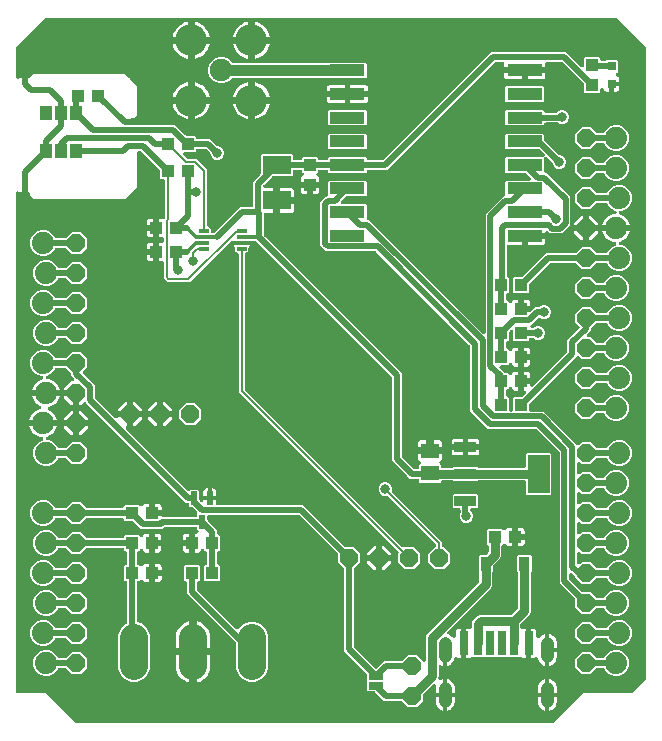
<source format=gbr>
G04 EAGLE Gerber RS-274X export*
G75*
%MOMM*%
%FSLAX34Y34*%
%LPD*%
%INTop Copper*%
%IPPOS*%
%AMOC8*
5,1,8,0,0,1.08239X$1,22.5*%
G01*
%ADD10R,1.100000X1.000000*%
%ADD11R,1.500000X1.300000*%
%ADD12R,0.910000X1.220000*%
%ADD13R,0.800000X0.800000*%
%ADD14R,1.850000X0.900000*%
%ADD15R,1.850000X3.200000*%
%ADD16R,0.800000X2.000000*%
%ADD17R,0.760000X2.000000*%
%ADD18R,0.700000X2.000000*%
%ADD19C,1.108000*%
%ADD20R,3.000000X1.000000*%
%ADD21R,1.000000X1.100000*%
%ADD22R,2.400000X1.600000*%
%ADD23P,1.649562X8X22.500000*%
%ADD24C,1.879600*%
%ADD25P,1.649562X8X202.500000*%
%ADD26C,1.905000*%
%ADD27C,2.667000*%
%ADD28R,1.000000X1.270000*%
%ADD29R,0.850000X0.300000*%
%ADD30P,1.649562X8X112.500000*%
%ADD31C,2.380000*%
%ADD32R,0.550000X1.150000*%
%ADD33R,1.270000X0.635000*%
%ADD34C,0.806400*%
%ADD35C,0.508000*%
%ADD36C,0.304800*%
%ADD37C,0.762000*%
%ADD38C,0.203200*%
%ADD39C,0.965200*%

G36*
X492341Y37861D02*
X492341Y37861D01*
X492468Y37868D01*
X492514Y37881D01*
X492562Y37887D01*
X492681Y37929D01*
X492803Y37964D01*
X492845Y37988D01*
X492890Y38004D01*
X492996Y38073D01*
X493107Y38134D01*
X493153Y38174D01*
X493183Y38193D01*
X493217Y38228D01*
X493293Y38293D01*
X518247Y63247D01*
X558256Y63247D01*
X558381Y63261D01*
X558508Y63268D01*
X558554Y63281D01*
X558602Y63287D01*
X558721Y63329D01*
X558843Y63364D01*
X558885Y63388D01*
X558930Y63404D01*
X559036Y63473D01*
X559147Y63534D01*
X559193Y63574D01*
X559223Y63593D01*
X559257Y63628D01*
X559333Y63693D01*
X571307Y75667D01*
X571386Y75766D01*
X571470Y75860D01*
X571494Y75902D01*
X571524Y75940D01*
X571578Y76054D01*
X571639Y76165D01*
X571652Y76211D01*
X571673Y76255D01*
X571699Y76378D01*
X571734Y76500D01*
X571739Y76561D01*
X571746Y76596D01*
X571745Y76644D01*
X571753Y76744D01*
X571753Y609056D01*
X571739Y609181D01*
X571732Y609308D01*
X571719Y609354D01*
X571713Y609402D01*
X571671Y609521D01*
X571636Y609643D01*
X571612Y609685D01*
X571596Y609730D01*
X571567Y609776D01*
X571562Y609786D01*
X571527Y609838D01*
X571466Y609947D01*
X571426Y609993D01*
X571407Y610023D01*
X571379Y610050D01*
X571363Y610072D01*
X571343Y610091D01*
X571307Y610133D01*
X546633Y634807D01*
X546534Y634886D01*
X546440Y634970D01*
X546398Y634994D01*
X546360Y635024D01*
X546246Y635078D01*
X546135Y635139D01*
X546089Y635152D01*
X546045Y635173D01*
X545922Y635199D01*
X545800Y635234D01*
X545739Y635239D01*
X545704Y635246D01*
X545656Y635245D01*
X545556Y635253D01*
X64051Y635253D01*
X63922Y635238D01*
X63792Y635231D01*
X63749Y635218D01*
X63705Y635213D01*
X63583Y635170D01*
X63458Y635133D01*
X63419Y635111D01*
X63377Y635096D01*
X63268Y635025D01*
X63155Y634961D01*
X63112Y634925D01*
X63084Y634907D01*
X63050Y634871D01*
X62969Y634802D01*
X38288Y609881D01*
X38212Y609784D01*
X38130Y609693D01*
X38105Y609648D01*
X38072Y609607D01*
X38020Y609496D01*
X37961Y609388D01*
X37947Y609338D01*
X37925Y609291D01*
X37900Y609171D01*
X37866Y609053D01*
X37861Y608987D01*
X37853Y608950D01*
X37854Y608903D01*
X37847Y608809D01*
X37847Y585085D01*
X37858Y584985D01*
X37860Y584885D01*
X37878Y584813D01*
X37887Y584739D01*
X37920Y584644D01*
X37945Y584547D01*
X37979Y584481D01*
X38004Y584411D01*
X38059Y584326D01*
X38105Y584237D01*
X38153Y584181D01*
X38193Y584118D01*
X38265Y584048D01*
X38330Y583972D01*
X38390Y583928D01*
X38444Y583876D01*
X38530Y583824D01*
X38611Y583765D01*
X38679Y583735D01*
X38743Y583697D01*
X38838Y583666D01*
X38931Y583627D01*
X39004Y583613D01*
X39075Y583591D01*
X39175Y583583D01*
X39274Y583565D01*
X39348Y583569D01*
X39422Y583563D01*
X39521Y583578D01*
X39622Y583583D01*
X39693Y583604D01*
X39767Y583615D01*
X39860Y583652D01*
X39957Y583679D01*
X40022Y583716D01*
X40091Y583743D01*
X40173Y583801D01*
X40261Y583850D01*
X40337Y583915D01*
X40377Y583942D01*
X40401Y583969D01*
X40447Y584008D01*
X40640Y584201D01*
X48732Y584201D01*
X48858Y584215D01*
X48984Y584222D01*
X49030Y584235D01*
X49078Y584241D01*
X49197Y584283D01*
X49319Y584318D01*
X49361Y584342D01*
X49406Y584358D01*
X49512Y584427D01*
X49623Y584488D01*
X49669Y584528D01*
X49699Y584547D01*
X49733Y584582D01*
X49809Y584647D01*
X51877Y586715D01*
X52919Y587757D01*
X129961Y587757D01*
X133071Y584647D01*
X133170Y584568D01*
X133264Y584484D01*
X133306Y584460D01*
X133344Y584430D01*
X133458Y584376D01*
X133569Y584315D01*
X133615Y584302D01*
X133659Y584281D01*
X133782Y584255D01*
X133904Y584220D01*
X133965Y584215D01*
X134000Y584208D01*
X134048Y584209D01*
X134148Y584201D01*
X134620Y584201D01*
X134621Y584200D01*
X134621Y583728D01*
X134635Y583603D01*
X134642Y583476D01*
X134655Y583430D01*
X134661Y583382D01*
X134703Y583263D01*
X134738Y583141D01*
X134762Y583099D01*
X134778Y583054D01*
X134847Y582948D01*
X134908Y582837D01*
X134948Y582791D01*
X134967Y582761D01*
X135002Y582727D01*
X135067Y582651D01*
X140717Y577001D01*
X140717Y553299D01*
X137581Y550163D01*
X136144Y550163D01*
X136118Y550160D01*
X136092Y550162D01*
X135945Y550140D01*
X135798Y550123D01*
X135773Y550115D01*
X135747Y550111D01*
X135609Y550056D01*
X135470Y550006D01*
X135448Y549992D01*
X135423Y549982D01*
X135302Y549897D01*
X135177Y549817D01*
X135159Y549798D01*
X135137Y549783D01*
X135038Y549673D01*
X134935Y549566D01*
X134921Y549544D01*
X134904Y549524D01*
X134832Y549394D01*
X134756Y549267D01*
X134748Y549242D01*
X134735Y549219D01*
X134695Y549076D01*
X134650Y548935D01*
X134648Y548909D01*
X134640Y548884D01*
X134621Y548640D01*
X134621Y545592D01*
X134624Y545566D01*
X134622Y545540D01*
X134644Y545393D01*
X134661Y545246D01*
X134669Y545221D01*
X134673Y545195D01*
X134728Y545057D01*
X134778Y544918D01*
X134792Y544896D01*
X134802Y544871D01*
X134887Y544750D01*
X134967Y544625D01*
X134986Y544607D01*
X135001Y544585D01*
X135111Y544486D01*
X135218Y544383D01*
X135240Y544369D01*
X135260Y544352D01*
X135390Y544280D01*
X135517Y544204D01*
X135542Y544196D01*
X135565Y544183D01*
X135708Y544143D01*
X135849Y544098D01*
X135875Y544096D01*
X135900Y544088D01*
X136144Y544069D01*
X173007Y544069D01*
X181285Y535791D01*
X181384Y535712D01*
X181478Y535628D01*
X181520Y535604D01*
X181558Y535574D01*
X181672Y535520D01*
X181783Y535459D01*
X181829Y535446D01*
X181873Y535425D01*
X181996Y535399D01*
X182118Y535364D01*
X182179Y535359D01*
X182214Y535352D01*
X182262Y535353D01*
X182362Y535345D01*
X189392Y535345D01*
X190285Y534452D01*
X190285Y533908D01*
X190288Y533882D01*
X190286Y533856D01*
X190308Y533709D01*
X190325Y533562D01*
X190333Y533537D01*
X190337Y533511D01*
X190392Y533373D01*
X190442Y533234D01*
X190456Y533212D01*
X190466Y533187D01*
X190551Y533066D01*
X190631Y532941D01*
X190650Y532923D01*
X190665Y532901D01*
X190775Y532802D01*
X190882Y532699D01*
X190904Y532685D01*
X190924Y532668D01*
X191054Y532596D01*
X191181Y532520D01*
X191206Y532512D01*
X191229Y532499D01*
X191372Y532459D01*
X191513Y532414D01*
X191539Y532412D01*
X191564Y532404D01*
X191808Y532385D01*
X202344Y532385D01*
X208026Y526703D01*
X208125Y526624D01*
X208218Y526540D01*
X208261Y526516D01*
X208299Y526486D01*
X208413Y526432D01*
X208523Y526371D01*
X208570Y526358D01*
X208614Y526337D01*
X208737Y526311D01*
X208859Y526276D01*
X208920Y526271D01*
X208954Y526264D01*
X209002Y526265D01*
X209103Y526257D01*
X209385Y526257D01*
X211428Y525411D01*
X212991Y523848D01*
X213837Y521805D01*
X213837Y519595D01*
X212991Y517552D01*
X211428Y515989D01*
X209385Y515143D01*
X207175Y515143D01*
X205132Y515989D01*
X203569Y517552D01*
X202723Y519595D01*
X202723Y519877D01*
X202709Y520003D01*
X202702Y520129D01*
X202689Y520176D01*
X202683Y520224D01*
X202641Y520343D01*
X202606Y520464D01*
X202582Y520506D01*
X202566Y520552D01*
X202497Y520658D01*
X202436Y520768D01*
X202396Y520814D01*
X202377Y520844D01*
X202342Y520878D01*
X202277Y520954D01*
X199422Y523809D01*
X199323Y523888D01*
X199230Y523972D01*
X199187Y523996D01*
X199149Y524026D01*
X199035Y524080D01*
X198925Y524141D01*
X198878Y524154D01*
X198834Y524175D01*
X198711Y524201D01*
X198589Y524236D01*
X198528Y524241D01*
X198494Y524248D01*
X198446Y524247D01*
X198345Y524255D01*
X191808Y524255D01*
X191782Y524252D01*
X191756Y524254D01*
X191609Y524232D01*
X191462Y524215D01*
X191437Y524207D01*
X191411Y524203D01*
X191273Y524148D01*
X191134Y524098D01*
X191112Y524084D01*
X191087Y524074D01*
X190966Y523989D01*
X190841Y523909D01*
X190823Y523890D01*
X190801Y523875D01*
X190702Y523765D01*
X190599Y523658D01*
X190585Y523636D01*
X190568Y523616D01*
X190496Y523486D01*
X190420Y523359D01*
X190412Y523334D01*
X190399Y523311D01*
X190359Y523168D01*
X190314Y523027D01*
X190312Y523001D01*
X190304Y522976D01*
X190285Y522732D01*
X190285Y522188D01*
X189392Y521295D01*
X181055Y521295D01*
X180955Y521284D01*
X180855Y521282D01*
X180783Y521264D01*
X180709Y521255D01*
X180615Y521222D01*
X180517Y521197D01*
X180451Y521163D01*
X180381Y521138D01*
X180297Y521083D01*
X180207Y521037D01*
X180151Y520989D01*
X180088Y520949D01*
X180018Y520877D01*
X179942Y520812D01*
X179898Y520752D01*
X179846Y520698D01*
X179794Y520612D01*
X179735Y520531D01*
X179705Y520463D01*
X179667Y520399D01*
X179637Y520303D01*
X179597Y520211D01*
X179584Y520138D01*
X179561Y520067D01*
X179553Y519967D01*
X179535Y519868D01*
X179539Y519794D01*
X179533Y519720D01*
X179548Y519620D01*
X179553Y519520D01*
X179574Y519449D01*
X179585Y519375D01*
X179622Y519282D01*
X179650Y519185D01*
X179686Y519120D01*
X179713Y519051D01*
X179771Y518969D01*
X179820Y518881D01*
X179885Y518805D01*
X179912Y518765D01*
X179939Y518741D01*
X179978Y518695D01*
X182186Y516487D01*
X182285Y516408D01*
X182379Y516324D01*
X182421Y516300D01*
X182459Y516270D01*
X182573Y516216D01*
X182684Y516155D01*
X182731Y516142D01*
X182774Y516121D01*
X182898Y516095D01*
X183020Y516060D01*
X183080Y516055D01*
X183115Y516048D01*
X183163Y516049D01*
X183263Y516041D01*
X190865Y516041D01*
X200151Y506755D01*
X200151Y459088D01*
X200154Y459062D01*
X200152Y459036D01*
X200174Y458888D01*
X200191Y458742D01*
X200199Y458717D01*
X200203Y458691D01*
X200258Y458553D01*
X200308Y458414D01*
X200322Y458392D01*
X200332Y458367D01*
X200417Y458246D01*
X200497Y458121D01*
X200516Y458103D01*
X200531Y458081D01*
X200641Y457982D01*
X200748Y457879D01*
X200770Y457865D01*
X200790Y457848D01*
X200920Y457776D01*
X201047Y457700D01*
X201072Y457692D01*
X201095Y457679D01*
X201238Y457639D01*
X201379Y457594D01*
X201405Y457592D01*
X201430Y457584D01*
X201674Y457565D01*
X202492Y457565D01*
X203385Y456672D01*
X203385Y454112D01*
X203388Y454086D01*
X203386Y454060D01*
X203398Y453976D01*
X203399Y453912D01*
X203415Y453850D01*
X203425Y453766D01*
X203433Y453741D01*
X203437Y453715D01*
X203469Y453637D01*
X203484Y453574D01*
X203514Y453516D01*
X203542Y453438D01*
X203556Y453416D01*
X203566Y453391D01*
X203614Y453323D01*
X203644Y453264D01*
X203686Y453214D01*
X203731Y453145D01*
X203750Y453127D01*
X203765Y453105D01*
X203826Y453050D01*
X203870Y452999D01*
X203924Y452959D01*
X203982Y452903D01*
X204004Y452889D01*
X204024Y452872D01*
X204094Y452833D01*
X204150Y452791D01*
X204214Y452764D01*
X204281Y452724D01*
X204306Y452716D01*
X204329Y452703D01*
X204404Y452682D01*
X204470Y452653D01*
X204540Y452641D01*
X204613Y452618D01*
X204639Y452616D01*
X204664Y452608D01*
X204767Y452600D01*
X204813Y452592D01*
X204848Y452594D01*
X204908Y452589D01*
X204909Y452589D01*
X204935Y452592D01*
X204960Y452590D01*
X205059Y452604D01*
X205161Y452610D01*
X205208Y452623D01*
X205256Y452629D01*
X205281Y452638D01*
X205305Y452641D01*
X205395Y452677D01*
X205496Y452706D01*
X205538Y452730D01*
X205584Y452746D01*
X205608Y452762D01*
X205629Y452770D01*
X205705Y452823D01*
X205800Y452876D01*
X205846Y452916D01*
X205876Y452935D01*
X205898Y452957D01*
X205915Y452969D01*
X205934Y452990D01*
X205986Y453035D01*
X227887Y474935D01*
X237174Y474935D01*
X237200Y474938D01*
X237226Y474936D01*
X237373Y474958D01*
X237520Y474975D01*
X237545Y474984D01*
X237571Y474988D01*
X237709Y475043D01*
X237848Y475093D01*
X237870Y475107D01*
X237895Y475117D01*
X238016Y475201D01*
X238141Y475282D01*
X238159Y475301D01*
X238181Y475316D01*
X238280Y475425D01*
X238383Y475532D01*
X238397Y475555D01*
X238414Y475574D01*
X238486Y475704D01*
X238562Y475831D01*
X238570Y475856D01*
X238583Y475879D01*
X238623Y476022D01*
X238668Y476163D01*
X238670Y476190D01*
X238678Y476215D01*
X238697Y476459D01*
X238697Y496174D01*
X241524Y499001D01*
X244855Y502332D01*
X244934Y502431D01*
X245018Y502524D01*
X245042Y502567D01*
X245072Y502605D01*
X245126Y502719D01*
X245187Y502829D01*
X245200Y502876D01*
X245221Y502920D01*
X245247Y503043D01*
X245282Y503165D01*
X245287Y503226D01*
X245294Y503260D01*
X245293Y503308D01*
X245301Y503409D01*
X245301Y519186D01*
X246194Y520079D01*
X271458Y520079D01*
X272351Y519186D01*
X272351Y516142D01*
X272353Y516118D01*
X272352Y516095D01*
X272352Y516093D01*
X272352Y516090D01*
X272374Y515943D01*
X272391Y515796D01*
X272399Y515771D01*
X272403Y515745D01*
X272458Y515607D01*
X272508Y515468D01*
X272522Y515446D01*
X272532Y515421D01*
X272617Y515300D01*
X272697Y515175D01*
X272716Y515157D01*
X272731Y515135D01*
X272841Y515036D01*
X272948Y514933D01*
X272970Y514919D01*
X272990Y514902D01*
X273120Y514830D01*
X273247Y514754D01*
X273272Y514746D01*
X273295Y514733D01*
X273438Y514693D01*
X273579Y514648D01*
X273605Y514646D01*
X273630Y514638D01*
X273874Y514619D01*
X278972Y514619D01*
X278998Y514622D01*
X279024Y514620D01*
X279171Y514642D01*
X279318Y514659D01*
X279343Y514667D01*
X279369Y514671D01*
X279507Y514726D01*
X279646Y514776D01*
X279668Y514790D01*
X279693Y514800D01*
X279814Y514885D01*
X279939Y514965D01*
X279957Y514984D01*
X279979Y514999D01*
X280078Y515109D01*
X280181Y515216D01*
X280195Y515238D01*
X280212Y515258D01*
X280284Y515388D01*
X280360Y515515D01*
X280368Y515540D01*
X280381Y515563D01*
X280421Y515706D01*
X280466Y515847D01*
X280468Y515873D01*
X280476Y515898D01*
X280495Y516142D01*
X280495Y516790D01*
X281388Y517683D01*
X292652Y517683D01*
X293545Y516790D01*
X293545Y516246D01*
X293548Y516220D01*
X293546Y516194D01*
X293568Y516047D01*
X293585Y515900D01*
X293593Y515875D01*
X293597Y515849D01*
X293652Y515711D01*
X293702Y515572D01*
X293716Y515550D01*
X293726Y515525D01*
X293811Y515404D01*
X293891Y515279D01*
X293910Y515261D01*
X293925Y515239D01*
X294035Y515140D01*
X294142Y515037D01*
X294164Y515023D01*
X294184Y515006D01*
X294314Y514934D01*
X294441Y514858D01*
X294466Y514850D01*
X294489Y514837D01*
X294632Y514797D01*
X294773Y514752D01*
X294799Y514750D01*
X294824Y514742D01*
X295068Y514723D01*
X300652Y514723D01*
X300678Y514726D01*
X300704Y514724D01*
X300851Y514746D01*
X300998Y514763D01*
X301023Y514771D01*
X301049Y514775D01*
X301187Y514830D01*
X301326Y514880D01*
X301348Y514894D01*
X301373Y514904D01*
X301494Y514989D01*
X301619Y515069D01*
X301637Y515088D01*
X301659Y515103D01*
X301758Y515213D01*
X301861Y515320D01*
X301875Y515342D01*
X301892Y515362D01*
X301964Y515492D01*
X302040Y515619D01*
X302048Y515644D01*
X302061Y515667D01*
X302101Y515810D01*
X302146Y515951D01*
X302148Y515977D01*
X302156Y516002D01*
X302175Y516246D01*
X302175Y516332D01*
X303068Y517225D01*
X334332Y517225D01*
X335225Y516332D01*
X335225Y516288D01*
X335228Y516262D01*
X335226Y516236D01*
X335248Y516089D01*
X335265Y515942D01*
X335273Y515917D01*
X335277Y515891D01*
X335332Y515753D01*
X335382Y515614D01*
X335396Y515592D01*
X335406Y515567D01*
X335491Y515446D01*
X335571Y515321D01*
X335590Y515303D01*
X335605Y515281D01*
X335715Y515182D01*
X335822Y515079D01*
X335844Y515065D01*
X335864Y515048D01*
X335994Y514976D01*
X336121Y514900D01*
X336146Y514892D01*
X336169Y514879D01*
X336312Y514839D01*
X336453Y514794D01*
X336479Y514792D01*
X336504Y514784D01*
X336748Y514765D01*
X348365Y514765D01*
X348491Y514779D01*
X348617Y514786D01*
X348664Y514799D01*
X348712Y514805D01*
X348831Y514847D01*
X348952Y514882D01*
X348994Y514906D01*
X349040Y514922D01*
X349146Y514991D01*
X349256Y515052D01*
X349302Y515092D01*
X349332Y515111D01*
X349366Y515146D01*
X349442Y515211D01*
X440276Y606045D01*
X503724Y606045D01*
X506551Y603218D01*
X516155Y593613D01*
X516233Y593551D01*
X516306Y593481D01*
X516370Y593443D01*
X516428Y593397D01*
X516519Y593354D01*
X516605Y593302D01*
X516676Y593280D01*
X516743Y593248D01*
X516841Y593227D01*
X516937Y593196D01*
X517011Y593190D01*
X517084Y593175D01*
X517184Y593176D01*
X517284Y593168D01*
X517358Y593179D01*
X517432Y593181D01*
X517529Y593205D01*
X517629Y593220D01*
X517698Y593247D01*
X517770Y593266D01*
X517860Y593312D01*
X517953Y593349D01*
X518014Y593391D01*
X518080Y593425D01*
X518157Y593490D01*
X518239Y593548D01*
X518289Y593603D01*
X518345Y593651D01*
X518405Y593732D01*
X518472Y593806D01*
X518508Y593871D01*
X518553Y593931D01*
X518592Y594024D01*
X518641Y594111D01*
X518661Y594183D01*
X518691Y594251D01*
X518708Y594350D01*
X518736Y594447D01*
X518744Y594547D01*
X518752Y594594D01*
X518750Y594630D01*
X518755Y594691D01*
X518755Y600872D01*
X519648Y601765D01*
X531912Y601765D01*
X532805Y600872D01*
X532805Y599828D01*
X532808Y599802D01*
X532806Y599776D01*
X532828Y599629D01*
X532845Y599482D01*
X532853Y599457D01*
X532857Y599431D01*
X532912Y599293D01*
X532962Y599154D01*
X532976Y599132D01*
X532986Y599107D01*
X533071Y598986D01*
X533151Y598861D01*
X533170Y598843D01*
X533185Y598821D01*
X533295Y598722D01*
X533402Y598619D01*
X533424Y598605D01*
X533444Y598588D01*
X533574Y598516D01*
X533701Y598440D01*
X533726Y598432D01*
X533749Y598419D01*
X533892Y598379D01*
X534033Y598334D01*
X534059Y598332D01*
X534084Y598324D01*
X534328Y598305D01*
X535567Y598305D01*
X535693Y598319D01*
X535819Y598326D01*
X535866Y598339D01*
X535914Y598345D01*
X536033Y598387D01*
X536154Y598422D01*
X536196Y598446D01*
X536242Y598462D01*
X536348Y598531D01*
X536458Y598592D01*
X536505Y598632D01*
X536535Y598651D01*
X536568Y598686D01*
X536645Y598751D01*
X537658Y599765D01*
X546922Y599765D01*
X547815Y598872D01*
X547815Y589608D01*
X546873Y588667D01*
X546756Y588625D01*
X546613Y588579D01*
X546592Y588566D01*
X546569Y588558D01*
X546443Y588477D01*
X546314Y588400D01*
X546297Y588382D01*
X546276Y588369D01*
X546172Y588261D01*
X546064Y588157D01*
X546051Y588136D01*
X546034Y588118D01*
X545957Y587990D01*
X545876Y587864D01*
X545867Y587840D01*
X545855Y587819D01*
X545809Y587677D01*
X545759Y587536D01*
X545756Y587511D01*
X545748Y587487D01*
X545736Y587338D01*
X545720Y587189D01*
X545723Y587164D01*
X545721Y587140D01*
X545743Y586992D01*
X545760Y586843D01*
X545769Y586820D01*
X545772Y586795D01*
X545828Y586656D01*
X545878Y586515D01*
X545892Y586494D01*
X545901Y586471D01*
X545986Y586349D01*
X546068Y586223D01*
X546086Y586205D01*
X546100Y586185D01*
X546211Y586085D01*
X546319Y585981D01*
X546340Y585968D01*
X546359Y585952D01*
X546490Y585879D01*
X546618Y585803D01*
X546647Y585793D01*
X546664Y585783D01*
X546709Y585770D01*
X546849Y585721D01*
X547271Y585608D01*
X547850Y585273D01*
X548323Y584800D01*
X548658Y584221D01*
X548831Y583575D01*
X548831Y581239D01*
X542766Y581239D01*
X542740Y581236D01*
X542714Y581238D01*
X542567Y581216D01*
X542420Y581199D01*
X542395Y581191D01*
X542369Y581187D01*
X542232Y581132D01*
X542092Y581082D01*
X542070Y581068D01*
X542045Y581058D01*
X541924Y580973D01*
X541799Y580893D01*
X541781Y580874D01*
X541759Y580859D01*
X541660Y580749D01*
X541557Y580642D01*
X541543Y580620D01*
X541526Y580600D01*
X541454Y580470D01*
X541378Y580343D01*
X541370Y580318D01*
X541357Y580295D01*
X541330Y580200D01*
X541279Y580180D01*
X541140Y580130D01*
X541118Y580115D01*
X541093Y580106D01*
X540972Y580021D01*
X540847Y579941D01*
X540829Y579922D01*
X540807Y579907D01*
X540708Y579797D01*
X540605Y579690D01*
X540591Y579667D01*
X540574Y579648D01*
X540502Y579518D01*
X540426Y579391D01*
X540418Y579366D01*
X540405Y579343D01*
X540365Y579200D01*
X540320Y579059D01*
X540317Y579033D01*
X540310Y579008D01*
X540291Y578764D01*
X540291Y572699D01*
X537955Y572699D01*
X537309Y572872D01*
X536730Y573207D01*
X536257Y573680D01*
X535922Y574259D01*
X535799Y574719D01*
X535744Y574858D01*
X535694Y574999D01*
X535680Y575020D01*
X535671Y575043D01*
X535586Y575166D01*
X535505Y575292D01*
X535487Y575309D01*
X535473Y575329D01*
X535362Y575430D01*
X535254Y575534D01*
X535233Y575547D01*
X535214Y575563D01*
X535084Y575636D01*
X534955Y575713D01*
X534931Y575720D01*
X534910Y575732D01*
X534766Y575773D01*
X534623Y575819D01*
X534598Y575821D01*
X534575Y575828D01*
X534425Y575835D01*
X534276Y575847D01*
X534251Y575843D01*
X534226Y575844D01*
X534079Y575817D01*
X533931Y575795D01*
X533908Y575786D01*
X533884Y575781D01*
X533746Y575722D01*
X533607Y575666D01*
X533587Y575652D01*
X533564Y575642D01*
X533444Y575553D01*
X533321Y575467D01*
X533305Y575449D01*
X533285Y575434D01*
X533188Y575320D01*
X533088Y575209D01*
X533076Y575187D01*
X533060Y575168D01*
X532992Y575035D01*
X532919Y574904D01*
X532912Y574880D01*
X532901Y574858D01*
X532865Y574712D01*
X532824Y574568D01*
X532822Y574538D01*
X532817Y574519D01*
X532817Y574472D01*
X532805Y574324D01*
X532805Y572608D01*
X531912Y571715D01*
X519648Y571715D01*
X518755Y572608D01*
X518755Y578885D01*
X518741Y579011D01*
X518734Y579137D01*
X518721Y579184D01*
X518715Y579232D01*
X518673Y579351D01*
X518638Y579472D01*
X518614Y579514D01*
X518598Y579560D01*
X518529Y579666D01*
X518468Y579776D01*
X518428Y579822D01*
X518409Y579852D01*
X518374Y579886D01*
X518309Y579962D01*
X500802Y597469D01*
X500703Y597548D01*
X500610Y597632D01*
X500567Y597656D01*
X500529Y597686D01*
X500415Y597740D01*
X500305Y597801D01*
X500258Y597814D01*
X500214Y597835D01*
X500091Y597861D01*
X499969Y597896D01*
X499908Y597901D01*
X499874Y597908D01*
X499826Y597907D01*
X499725Y597915D01*
X487722Y597915D01*
X487671Y597909D01*
X487620Y597912D01*
X487499Y597890D01*
X487376Y597875D01*
X487328Y597858D01*
X487277Y597849D01*
X487164Y597800D01*
X487048Y597758D01*
X487005Y597730D01*
X486958Y597710D01*
X486859Y597636D01*
X486755Y597569D01*
X486719Y597532D01*
X486678Y597502D01*
X486599Y597407D01*
X486513Y597318D01*
X486486Y597274D01*
X486453Y597235D01*
X486397Y597125D01*
X486334Y597019D01*
X486318Y596971D01*
X486295Y596925D01*
X486265Y596805D01*
X486228Y596687D01*
X486223Y596636D01*
X486211Y596587D01*
X486209Y596463D01*
X486200Y596340D01*
X486207Y596289D01*
X486206Y596238D01*
X486241Y596051D01*
X486241Y593199D01*
X469676Y593199D01*
X469650Y593196D01*
X469624Y593198D01*
X469477Y593176D01*
X469330Y593159D01*
X469305Y593151D01*
X469279Y593147D01*
X469142Y593092D01*
X469002Y593042D01*
X468980Y593028D01*
X468955Y593018D01*
X468834Y592933D01*
X468709Y592853D01*
X468697Y592840D01*
X468650Y592885D01*
X468627Y592899D01*
X468608Y592916D01*
X468478Y592988D01*
X468351Y593064D01*
X468326Y593072D01*
X468303Y593085D01*
X468160Y593125D01*
X468019Y593170D01*
X467993Y593172D01*
X467968Y593180D01*
X467724Y593199D01*
X451159Y593199D01*
X451159Y596056D01*
X451172Y596097D01*
X451182Y596220D01*
X451201Y596342D01*
X451196Y596393D01*
X451200Y596444D01*
X451182Y596567D01*
X451172Y596690D01*
X451156Y596738D01*
X451149Y596789D01*
X451103Y596904D01*
X451065Y597022D01*
X451039Y597065D01*
X451020Y597113D01*
X450949Y597214D01*
X450886Y597320D01*
X450850Y597357D01*
X450821Y597399D01*
X450729Y597482D01*
X450643Y597571D01*
X450600Y597598D01*
X450562Y597632D01*
X450454Y597692D01*
X450350Y597759D01*
X450302Y597776D01*
X450257Y597801D01*
X450138Y597835D01*
X450022Y597876D01*
X449971Y597882D01*
X449922Y597896D01*
X449678Y597915D01*
X444275Y597915D01*
X444149Y597901D01*
X444023Y597894D01*
X443976Y597881D01*
X443928Y597875D01*
X443809Y597833D01*
X443688Y597798D01*
X443646Y597774D01*
X443600Y597758D01*
X443494Y597689D01*
X443384Y597628D01*
X443338Y597588D01*
X443308Y597569D01*
X443274Y597534D01*
X443198Y597469D01*
X352364Y506635D01*
X336748Y506635D01*
X336722Y506632D01*
X336696Y506634D01*
X336549Y506612D01*
X336402Y506595D01*
X336377Y506587D01*
X336351Y506583D01*
X336213Y506528D01*
X336074Y506478D01*
X336052Y506464D01*
X336027Y506454D01*
X335906Y506369D01*
X335781Y506289D01*
X335763Y506270D01*
X335741Y506255D01*
X335642Y506145D01*
X335539Y506038D01*
X335525Y506016D01*
X335508Y505996D01*
X335436Y505866D01*
X335360Y505739D01*
X335352Y505714D01*
X335339Y505691D01*
X335299Y505548D01*
X335254Y505407D01*
X335252Y505381D01*
X335244Y505356D01*
X335225Y505112D01*
X335225Y505068D01*
X334332Y504175D01*
X303068Y504175D01*
X302175Y505068D01*
X302175Y505070D01*
X302172Y505096D01*
X302174Y505122D01*
X302152Y505269D01*
X302135Y505416D01*
X302127Y505441D01*
X302123Y505467D01*
X302068Y505605D01*
X302018Y505744D01*
X302004Y505766D01*
X301994Y505791D01*
X301909Y505912D01*
X301829Y506037D01*
X301810Y506055D01*
X301795Y506077D01*
X301685Y506176D01*
X301578Y506279D01*
X301556Y506293D01*
X301536Y506310D01*
X301406Y506382D01*
X301279Y506458D01*
X301254Y506466D01*
X301231Y506479D01*
X301088Y506519D01*
X300947Y506564D01*
X300921Y506566D01*
X300896Y506574D01*
X300652Y506593D01*
X295068Y506593D01*
X295042Y506590D01*
X295016Y506592D01*
X294869Y506570D01*
X294722Y506553D01*
X294697Y506545D01*
X294671Y506541D01*
X294533Y506486D01*
X294394Y506436D01*
X294372Y506422D01*
X294347Y506412D01*
X294226Y506327D01*
X294101Y506247D01*
X294083Y506228D01*
X294061Y506213D01*
X293962Y506103D01*
X293859Y505996D01*
X293845Y505974D01*
X293828Y505954D01*
X293756Y505824D01*
X293680Y505697D01*
X293672Y505672D01*
X293659Y505649D01*
X293619Y505506D01*
X293574Y505365D01*
X293572Y505339D01*
X293564Y505314D01*
X293545Y505070D01*
X293545Y504526D01*
X292847Y503829D01*
X292815Y503788D01*
X292777Y503754D01*
X292707Y503653D01*
X292630Y503556D01*
X292608Y503509D01*
X292579Y503467D01*
X292534Y503352D01*
X292481Y503240D01*
X292471Y503191D01*
X292452Y503143D01*
X292434Y503021D01*
X292408Y502900D01*
X292409Y502849D01*
X292401Y502798D01*
X292412Y502675D01*
X292414Y502551D01*
X292426Y502502D01*
X292431Y502451D01*
X292469Y502333D01*
X292499Y502213D01*
X292522Y502168D01*
X292538Y502119D01*
X292602Y502013D01*
X292659Y501904D01*
X292692Y501865D01*
X292718Y501821D01*
X292804Y501732D01*
X292884Y501638D01*
X292925Y501608D01*
X292961Y501571D01*
X293162Y501432D01*
X293580Y501191D01*
X294053Y500718D01*
X294388Y500139D01*
X294561Y499493D01*
X294561Y496157D01*
X287996Y496157D01*
X287970Y496154D01*
X287944Y496156D01*
X287797Y496134D01*
X287650Y496117D01*
X287625Y496109D01*
X287599Y496105D01*
X287462Y496050D01*
X287322Y496000D01*
X287300Y495986D01*
X287275Y495976D01*
X287154Y495891D01*
X287029Y495811D01*
X287017Y495798D01*
X286970Y495843D01*
X286947Y495857D01*
X286928Y495874D01*
X286798Y495946D01*
X286671Y496022D01*
X286646Y496030D01*
X286623Y496043D01*
X286480Y496083D01*
X286339Y496128D01*
X286313Y496130D01*
X286288Y496138D01*
X286044Y496157D01*
X279479Y496157D01*
X279479Y499493D01*
X279652Y500139D01*
X279987Y500718D01*
X280460Y501191D01*
X280878Y501432D01*
X280919Y501463D01*
X280964Y501486D01*
X281058Y501566D01*
X281158Y501640D01*
X281191Y501679D01*
X281229Y501712D01*
X281303Y501811D01*
X281383Y501906D01*
X281406Y501951D01*
X281437Y501992D01*
X281486Y502106D01*
X281542Y502216D01*
X281554Y502265D01*
X281575Y502312D01*
X281596Y502434D01*
X281626Y502554D01*
X281627Y502605D01*
X281636Y502655D01*
X281630Y502779D01*
X281632Y502902D01*
X281621Y502952D01*
X281618Y503003D01*
X281584Y503122D01*
X281558Y503243D01*
X281536Y503289D01*
X281522Y503338D01*
X281461Y503446D01*
X281408Y503558D01*
X281377Y503598D01*
X281352Y503642D01*
X281193Y503829D01*
X280495Y504526D01*
X280495Y504966D01*
X280492Y504992D01*
X280494Y505018D01*
X280472Y505165D01*
X280455Y505312D01*
X280447Y505337D01*
X280443Y505363D01*
X280388Y505501D01*
X280338Y505640D01*
X280324Y505662D01*
X280314Y505687D01*
X280229Y505808D01*
X280149Y505933D01*
X280130Y505951D01*
X280115Y505973D01*
X280005Y506072D01*
X279898Y506175D01*
X279876Y506189D01*
X279856Y506206D01*
X279726Y506278D01*
X279599Y506354D01*
X279574Y506362D01*
X279551Y506375D01*
X279408Y506415D01*
X279267Y506460D01*
X279241Y506462D01*
X279216Y506470D01*
X278972Y506489D01*
X273874Y506489D01*
X273848Y506486D01*
X273822Y506488D01*
X273675Y506466D01*
X273528Y506449D01*
X273503Y506441D01*
X273477Y506437D01*
X273339Y506382D01*
X273200Y506332D01*
X273178Y506318D01*
X273153Y506308D01*
X273032Y506223D01*
X272907Y506143D01*
X272889Y506124D01*
X272867Y506109D01*
X272768Y505999D01*
X272665Y505892D01*
X272651Y505870D01*
X272634Y505850D01*
X272562Y505720D01*
X272486Y505593D01*
X272478Y505568D01*
X272465Y505545D01*
X272425Y505402D01*
X272380Y505261D01*
X272378Y505235D01*
X272370Y505210D01*
X272351Y504966D01*
X272351Y501922D01*
X271458Y501029D01*
X255681Y501029D01*
X255555Y501015D01*
X255429Y501008D01*
X255382Y500995D01*
X255334Y500989D01*
X255215Y500947D01*
X255094Y500912D01*
X255052Y500888D01*
X255006Y500872D01*
X254900Y500803D01*
X254790Y500742D01*
X254743Y500702D01*
X254713Y500683D01*
X254680Y500648D01*
X254604Y500583D01*
X247715Y493695D01*
X247653Y493617D01*
X247583Y493544D01*
X247545Y493480D01*
X247499Y493422D01*
X247456Y493331D01*
X247404Y493245D01*
X247382Y493174D01*
X247350Y493107D01*
X247329Y493009D01*
X247298Y492913D01*
X247292Y492839D01*
X247277Y492766D01*
X247278Y492666D01*
X247270Y492566D01*
X247281Y492492D01*
X247283Y492418D01*
X247307Y492321D01*
X247322Y492221D01*
X247349Y492152D01*
X247368Y492080D01*
X247414Y491990D01*
X247451Y491897D01*
X247493Y491836D01*
X247527Y491770D01*
X247592Y491693D01*
X247650Y491611D01*
X247705Y491561D01*
X247753Y491505D01*
X247834Y491445D01*
X247908Y491378D01*
X247973Y491342D01*
X248033Y491297D01*
X248125Y491258D01*
X248213Y491209D01*
X248285Y491189D01*
X248353Y491159D01*
X248452Y491142D01*
X248549Y491114D01*
X248649Y491106D01*
X248696Y491098D01*
X248732Y491100D01*
X248793Y491095D01*
X255779Y491095D01*
X255779Y482078D01*
X255782Y482052D01*
X255780Y482026D01*
X255802Y481879D01*
X255819Y481732D01*
X255827Y481707D01*
X255831Y481681D01*
X255886Y481543D01*
X255936Y481404D01*
X255950Y481382D01*
X255960Y481357D01*
X256045Y481236D01*
X256125Y481111D01*
X256144Y481093D01*
X256159Y481071D01*
X256269Y480972D01*
X256376Y480869D01*
X256398Y480855D01*
X256418Y480838D01*
X256548Y480766D01*
X256675Y480690D01*
X256700Y480682D01*
X256723Y480669D01*
X256866Y480629D01*
X257007Y480584D01*
X257033Y480582D01*
X257058Y480574D01*
X257302Y480555D01*
X258827Y480555D01*
X258827Y480553D01*
X257302Y480553D01*
X257276Y480550D01*
X257250Y480552D01*
X257103Y480530D01*
X256956Y480513D01*
X256931Y480504D01*
X256905Y480501D01*
X256767Y480446D01*
X256628Y480396D01*
X256606Y480382D01*
X256581Y480372D01*
X256460Y480287D01*
X256335Y480207D01*
X256317Y480188D01*
X256295Y480173D01*
X256196Y480063D01*
X256093Y479956D01*
X256079Y479934D01*
X256062Y479914D01*
X255990Y479784D01*
X255914Y479657D01*
X255906Y479632D01*
X255893Y479609D01*
X255853Y479466D01*
X255808Y479325D01*
X255806Y479299D01*
X255798Y479274D01*
X255779Y479030D01*
X255779Y470013D01*
X249428Y470013D01*
X249402Y470010D01*
X249376Y470012D01*
X249229Y469990D01*
X249082Y469973D01*
X249057Y469965D01*
X249031Y469961D01*
X248893Y469906D01*
X248754Y469856D01*
X248732Y469842D01*
X248707Y469832D01*
X248586Y469747D01*
X248461Y469667D01*
X248443Y469648D01*
X248421Y469633D01*
X248322Y469523D01*
X248219Y469416D01*
X248205Y469394D01*
X248188Y469374D01*
X248116Y469244D01*
X248040Y469117D01*
X248032Y469092D01*
X248019Y469069D01*
X247979Y468926D01*
X247934Y468785D01*
X247932Y468759D01*
X247924Y468734D01*
X247905Y468490D01*
X247905Y451855D01*
X247919Y451729D01*
X247926Y451603D01*
X247939Y451556D01*
X247945Y451508D01*
X247987Y451389D01*
X248022Y451268D01*
X248046Y451226D01*
X248062Y451180D01*
X248131Y451074D01*
X248192Y450964D01*
X248232Y450918D01*
X248251Y450888D01*
X248286Y450854D01*
X248351Y450778D01*
X364745Y334384D01*
X364745Y263935D01*
X364759Y263809D01*
X364766Y263683D01*
X364779Y263636D01*
X364785Y263588D01*
X364827Y263469D01*
X364862Y263348D01*
X364886Y263306D01*
X364902Y263260D01*
X364971Y263154D01*
X365032Y263044D01*
X365072Y262998D01*
X365091Y262968D01*
X365126Y262934D01*
X365191Y262858D01*
X374618Y253431D01*
X374717Y253352D01*
X374810Y253268D01*
X374853Y253244D01*
X374891Y253214D01*
X375005Y253160D01*
X375115Y253099D01*
X375162Y253086D01*
X375206Y253065D01*
X375329Y253039D01*
X375451Y253004D01*
X375512Y252999D01*
X375546Y252992D01*
X375594Y252993D01*
X375695Y252985D01*
X378072Y252985D01*
X378098Y252988D01*
X378124Y252986D01*
X378271Y253008D01*
X378418Y253025D01*
X378443Y253033D01*
X378469Y253037D01*
X378607Y253092D01*
X378746Y253142D01*
X378768Y253156D01*
X378793Y253166D01*
X378914Y253251D01*
X379039Y253331D01*
X379057Y253350D01*
X379079Y253365D01*
X379178Y253475D01*
X379281Y253582D01*
X379295Y253604D01*
X379312Y253624D01*
X379384Y253754D01*
X379460Y253881D01*
X379468Y253906D01*
X379481Y253929D01*
X379521Y254072D01*
X379566Y254213D01*
X379568Y254239D01*
X379576Y254264D01*
X379595Y254508D01*
X379595Y256712D01*
X380293Y257409D01*
X380325Y257450D01*
X380363Y257484D01*
X380433Y257585D01*
X380510Y257682D01*
X380532Y257729D01*
X380561Y257771D01*
X380606Y257886D01*
X380659Y257998D01*
X380669Y258047D01*
X380688Y258095D01*
X380706Y258217D01*
X380732Y258338D01*
X380731Y258389D01*
X380739Y258440D01*
X380728Y258563D01*
X380726Y258687D01*
X380714Y258736D01*
X380709Y258787D01*
X380671Y258905D01*
X380641Y259025D01*
X380618Y259070D01*
X380602Y259119D01*
X380538Y259225D01*
X380481Y259334D01*
X380448Y259373D01*
X380422Y259417D01*
X380336Y259506D01*
X380256Y259600D01*
X380215Y259630D01*
X380179Y259667D01*
X379978Y259806D01*
X379560Y260047D01*
X379087Y260520D01*
X378752Y261099D01*
X378579Y261745D01*
X378579Y265533D01*
X387096Y265533D01*
X387122Y265536D01*
X387148Y265534D01*
X387295Y265556D01*
X387442Y265573D01*
X387467Y265581D01*
X387493Y265585D01*
X387631Y265640D01*
X387770Y265690D01*
X387792Y265704D01*
X387817Y265714D01*
X387938Y265799D01*
X388063Y265879D01*
X388081Y265898D01*
X388103Y265913D01*
X388202Y266023D01*
X388305Y266130D01*
X388319Y266152D01*
X388336Y266172D01*
X388408Y266302D01*
X388484Y266429D01*
X388492Y266454D01*
X388505Y266477D01*
X388545Y266620D01*
X388590Y266761D01*
X388592Y266787D01*
X388600Y266812D01*
X388619Y267056D01*
X388619Y268581D01*
X388621Y268581D01*
X388621Y267056D01*
X388624Y267030D01*
X388622Y267004D01*
X388644Y266857D01*
X388661Y266710D01*
X388670Y266685D01*
X388673Y266659D01*
X388728Y266521D01*
X388778Y266382D01*
X388792Y266360D01*
X388802Y266335D01*
X388887Y266214D01*
X388967Y266089D01*
X388986Y266071D01*
X389001Y266049D01*
X389111Y265950D01*
X389218Y265847D01*
X389240Y265833D01*
X389260Y265816D01*
X389390Y265744D01*
X389517Y265668D01*
X389542Y265660D01*
X389565Y265647D01*
X389708Y265607D01*
X389849Y265562D01*
X389875Y265560D01*
X389900Y265552D01*
X390144Y265533D01*
X398661Y265533D01*
X398661Y261745D01*
X398488Y261099D01*
X398153Y260520D01*
X397680Y260047D01*
X397262Y259806D01*
X397221Y259775D01*
X397176Y259752D01*
X397082Y259672D01*
X396982Y259598D01*
X396949Y259559D01*
X396911Y259526D01*
X396837Y259427D01*
X396757Y259332D01*
X396734Y259287D01*
X396703Y259246D01*
X396654Y259132D01*
X396598Y259022D01*
X396586Y258973D01*
X396565Y258926D01*
X396544Y258804D01*
X396514Y258684D01*
X396513Y258633D01*
X396504Y258583D01*
X396510Y258459D01*
X396508Y258336D01*
X396519Y258286D01*
X396522Y258235D01*
X396556Y258116D01*
X396582Y257995D01*
X396604Y257949D01*
X396618Y257900D01*
X396679Y257792D01*
X396732Y257680D01*
X396763Y257640D01*
X396788Y257596D01*
X396947Y257409D01*
X397645Y256712D01*
X397645Y255778D01*
X397648Y255752D01*
X397646Y255726D01*
X397668Y255579D01*
X397685Y255432D01*
X397693Y255407D01*
X397697Y255381D01*
X397752Y255243D01*
X397802Y255104D01*
X397816Y255082D01*
X397826Y255057D01*
X397911Y254936D01*
X397991Y254811D01*
X398010Y254793D01*
X398025Y254771D01*
X398135Y254672D01*
X398242Y254569D01*
X398264Y254555D01*
X398284Y254538D01*
X398414Y254466D01*
X398541Y254390D01*
X398566Y254382D01*
X398589Y254369D01*
X398732Y254329D01*
X398873Y254284D01*
X398899Y254282D01*
X398924Y254274D01*
X399168Y254255D01*
X407377Y254255D01*
X407503Y254269D01*
X407629Y254276D01*
X407676Y254289D01*
X407724Y254295D01*
X407843Y254337D01*
X407964Y254372D01*
X408006Y254396D01*
X408052Y254412D01*
X408158Y254481D01*
X408268Y254542D01*
X408315Y254582D01*
X408345Y254601D01*
X408378Y254636D01*
X408455Y254701D01*
X408698Y254945D01*
X428462Y254945D01*
X428705Y254701D01*
X428804Y254622D01*
X428898Y254538D01*
X428941Y254514D01*
X428978Y254484D01*
X429093Y254430D01*
X429203Y254369D01*
X429250Y254356D01*
X429294Y254335D01*
X429417Y254309D01*
X429539Y254274D01*
X429599Y254269D01*
X429634Y254262D01*
X429682Y254263D01*
X429783Y254255D01*
X468282Y254255D01*
X468308Y254258D01*
X468334Y254256D01*
X468481Y254278D01*
X468628Y254295D01*
X468653Y254303D01*
X468679Y254307D01*
X468817Y254362D01*
X468956Y254412D01*
X468978Y254426D01*
X469003Y254436D01*
X469124Y254521D01*
X469249Y254601D01*
X469267Y254620D01*
X469289Y254635D01*
X469388Y254745D01*
X469491Y254852D01*
X469505Y254874D01*
X469522Y254894D01*
X469594Y255024D01*
X469670Y255151D01*
X469678Y255176D01*
X469691Y255199D01*
X469731Y255341D01*
X469776Y255483D01*
X469778Y255509D01*
X469786Y255534D01*
X469805Y255778D01*
X469805Y265552D01*
X470698Y266445D01*
X490462Y266445D01*
X491355Y265552D01*
X491355Y232288D01*
X490462Y231395D01*
X470698Y231395D01*
X469805Y232288D01*
X469805Y242062D01*
X469802Y242088D01*
X469804Y242114D01*
X469782Y242261D01*
X469765Y242408D01*
X469757Y242433D01*
X469753Y242459D01*
X469698Y242597D01*
X469648Y242736D01*
X469634Y242758D01*
X469624Y242783D01*
X469539Y242904D01*
X469459Y243029D01*
X469440Y243047D01*
X469425Y243069D01*
X469315Y243168D01*
X469208Y243271D01*
X469186Y243285D01*
X469166Y243302D01*
X469036Y243374D01*
X468909Y243450D01*
X468884Y243458D01*
X468861Y243471D01*
X468718Y243511D01*
X468577Y243556D01*
X468551Y243558D01*
X468526Y243566D01*
X468282Y243585D01*
X429783Y243585D01*
X429657Y243571D01*
X429531Y243564D01*
X429484Y243551D01*
X429436Y243545D01*
X429317Y243503D01*
X429196Y243468D01*
X429154Y243444D01*
X429108Y243428D01*
X429002Y243359D01*
X428892Y243298D01*
X428845Y243258D01*
X428815Y243239D01*
X428782Y243204D01*
X428705Y243139D01*
X428462Y242895D01*
X408698Y242895D01*
X408455Y243139D01*
X408356Y243218D01*
X408262Y243302D01*
X408219Y243326D01*
X408182Y243356D01*
X408067Y243410D01*
X407957Y243471D01*
X407910Y243484D01*
X407866Y243505D01*
X407743Y243531D01*
X407621Y243566D01*
X407561Y243571D01*
X407526Y243578D01*
X407478Y243577D01*
X407377Y243585D01*
X399168Y243585D01*
X399142Y243582D01*
X399116Y243584D01*
X398969Y243562D01*
X398822Y243545D01*
X398797Y243537D01*
X398771Y243533D01*
X398633Y243478D01*
X398494Y243428D01*
X398472Y243414D01*
X398447Y243404D01*
X398326Y243319D01*
X398201Y243239D01*
X398183Y243220D01*
X398161Y243205D01*
X398062Y243095D01*
X397959Y242988D01*
X397945Y242966D01*
X397928Y242946D01*
X397856Y242816D01*
X397780Y242689D01*
X397772Y242664D01*
X397759Y242641D01*
X397728Y242532D01*
X396752Y241555D01*
X380488Y241555D01*
X379595Y242448D01*
X379595Y243332D01*
X379592Y243358D01*
X379594Y243384D01*
X379572Y243531D01*
X379555Y243678D01*
X379547Y243703D01*
X379543Y243729D01*
X379488Y243867D01*
X379438Y244006D01*
X379424Y244028D01*
X379414Y244053D01*
X379329Y244174D01*
X379249Y244299D01*
X379230Y244317D01*
X379215Y244339D01*
X379105Y244438D01*
X378998Y244541D01*
X378976Y244555D01*
X378956Y244572D01*
X378826Y244644D01*
X378699Y244720D01*
X378674Y244728D01*
X378651Y244741D01*
X378508Y244781D01*
X378367Y244826D01*
X378341Y244828D01*
X378316Y244836D01*
X378072Y244855D01*
X371696Y244855D01*
X368869Y247682D01*
X359442Y257109D01*
X356615Y259936D01*
X356615Y330385D01*
X356601Y330511D01*
X356594Y330637D01*
X356581Y330684D01*
X356575Y330732D01*
X356533Y330851D01*
X356498Y330972D01*
X356474Y331014D01*
X356458Y331060D01*
X356389Y331166D01*
X356328Y331276D01*
X356288Y331322D01*
X356269Y331352D01*
X356234Y331386D01*
X356169Y331462D01*
X241586Y446045D01*
X241487Y446124D01*
X241394Y446208D01*
X241351Y446232D01*
X241313Y446262D01*
X241199Y446316D01*
X241089Y446377D01*
X241042Y446390D01*
X240998Y446411D01*
X240875Y446437D01*
X240753Y446472D01*
X240692Y446477D01*
X240658Y446484D01*
X240610Y446483D01*
X240509Y446491D01*
X237424Y446491D01*
X237398Y446488D01*
X237372Y446490D01*
X237225Y446468D01*
X237078Y446451D01*
X237053Y446443D01*
X237027Y446439D01*
X236889Y446384D01*
X236750Y446334D01*
X236728Y446320D01*
X236703Y446310D01*
X236582Y446225D01*
X236457Y446145D01*
X236439Y446126D01*
X236417Y446111D01*
X236374Y446063D01*
X229110Y446063D01*
X221973Y446063D01*
X221973Y446064D01*
X221901Y446133D01*
X221836Y446210D01*
X221776Y446254D01*
X221722Y446306D01*
X221636Y446357D01*
X221555Y446417D01*
X221487Y446447D01*
X221423Y446485D01*
X221328Y446515D01*
X221235Y446555D01*
X221162Y446568D01*
X221091Y446591D01*
X220991Y446599D01*
X220892Y446617D01*
X220818Y446613D01*
X220744Y446619D01*
X220645Y446604D01*
X220544Y446599D01*
X220473Y446578D01*
X220399Y446567D01*
X220306Y446530D01*
X220209Y446502D01*
X220144Y446466D01*
X220075Y446439D01*
X219993Y446381D01*
X219905Y446332D01*
X219829Y446267D01*
X219789Y446240D01*
X219765Y446213D01*
X219719Y446174D01*
X185105Y411559D01*
X165995Y411559D01*
X163019Y414535D01*
X163019Y427816D01*
X163017Y427835D01*
X163018Y427851D01*
X163017Y427857D01*
X163018Y427868D01*
X162996Y428015D01*
X162979Y428162D01*
X162971Y428187D01*
X162967Y428213D01*
X162912Y428351D01*
X162862Y428490D01*
X162848Y428512D01*
X162838Y428537D01*
X162753Y428658D01*
X162673Y428783D01*
X162654Y428801D01*
X162639Y428823D01*
X162529Y428922D01*
X162422Y429025D01*
X162400Y429039D01*
X162380Y429056D01*
X162250Y429128D01*
X162123Y429204D01*
X162098Y429212D01*
X162075Y429225D01*
X161932Y429265D01*
X161791Y429310D01*
X161765Y429312D01*
X161740Y429320D01*
X161496Y429339D01*
X159099Y429339D01*
X159099Y435904D01*
X159096Y435930D01*
X159098Y435956D01*
X159076Y436103D01*
X159059Y436250D01*
X159051Y436275D01*
X159047Y436301D01*
X158992Y436438D01*
X158942Y436578D01*
X158928Y436600D01*
X158918Y436625D01*
X158833Y436746D01*
X158753Y436871D01*
X158740Y436883D01*
X158785Y436930D01*
X158799Y436953D01*
X158816Y436972D01*
X158888Y437102D01*
X158964Y437229D01*
X158972Y437254D01*
X158985Y437277D01*
X159025Y437420D01*
X159070Y437561D01*
X159072Y437587D01*
X159080Y437612D01*
X159099Y437856D01*
X159099Y444421D01*
X161496Y444421D01*
X161522Y444424D01*
X161548Y444422D01*
X161695Y444444D01*
X161842Y444461D01*
X161867Y444469D01*
X161893Y444473D01*
X162031Y444528D01*
X162170Y444578D01*
X162192Y444592D01*
X162217Y444602D01*
X162338Y444687D01*
X162463Y444767D01*
X162481Y444786D01*
X162503Y444801D01*
X162602Y444911D01*
X162705Y445018D01*
X162719Y445040D01*
X162736Y445060D01*
X162808Y445190D01*
X162884Y445317D01*
X162892Y445342D01*
X162905Y445365D01*
X162945Y445507D01*
X162990Y445649D01*
X162992Y445675D01*
X163000Y445700D01*
X163019Y445944D01*
X163019Y448136D01*
X163016Y448162D01*
X163018Y448188D01*
X162996Y448335D01*
X162979Y448482D01*
X162971Y448507D01*
X162967Y448533D01*
X162912Y448671D01*
X162862Y448810D01*
X162848Y448832D01*
X162838Y448857D01*
X162753Y448978D01*
X162673Y449103D01*
X162654Y449121D01*
X162639Y449143D01*
X162529Y449242D01*
X162422Y449345D01*
X162400Y449359D01*
X162380Y449376D01*
X162250Y449448D01*
X162123Y449524D01*
X162098Y449532D01*
X162075Y449545D01*
X161932Y449585D01*
X161791Y449630D01*
X161765Y449632D01*
X161740Y449640D01*
X161496Y449659D01*
X159099Y449659D01*
X159099Y456224D01*
X159096Y456250D01*
X159098Y456276D01*
X159076Y456423D01*
X159059Y456570D01*
X159051Y456595D01*
X159047Y456621D01*
X158992Y456758D01*
X158942Y456898D01*
X158928Y456920D01*
X158918Y456945D01*
X158833Y457066D01*
X158753Y457191D01*
X158740Y457203D01*
X158785Y457250D01*
X158799Y457273D01*
X158816Y457292D01*
X158888Y457422D01*
X158964Y457549D01*
X158972Y457574D01*
X158985Y457597D01*
X159025Y457740D01*
X159070Y457881D01*
X159072Y457907D01*
X159080Y457932D01*
X159099Y458176D01*
X159099Y464741D01*
X162542Y464741D01*
X162646Y464725D01*
X162697Y464729D01*
X162748Y464725D01*
X162871Y464744D01*
X162994Y464754D01*
X163042Y464769D01*
X163093Y464777D01*
X163208Y464823D01*
X163325Y464861D01*
X163369Y464887D01*
X163417Y464906D01*
X163518Y464976D01*
X163624Y465040D01*
X163661Y465076D01*
X163703Y465105D01*
X163786Y465196D01*
X163874Y465282D01*
X163902Y465326D01*
X163936Y465363D01*
X163996Y465472D01*
X164063Y465576D01*
X164080Y465624D01*
X164105Y465668D01*
X164138Y465787D01*
X164180Y465904D01*
X164186Y465955D01*
X164200Y466004D01*
X164219Y466248D01*
X164219Y496912D01*
X164216Y496938D01*
X164218Y496964D01*
X164196Y497111D01*
X164179Y497258D01*
X164171Y497283D01*
X164167Y497309D01*
X164112Y497447D01*
X164062Y497586D01*
X164048Y497608D01*
X164038Y497633D01*
X163954Y497754D01*
X163873Y497879D01*
X163854Y497897D01*
X163839Y497919D01*
X163729Y498018D01*
X163622Y498121D01*
X163600Y498135D01*
X163580Y498152D01*
X163450Y498224D01*
X163323Y498300D01*
X163298Y498308D01*
X163275Y498321D01*
X163132Y498361D01*
X162991Y498406D01*
X162965Y498408D01*
X162940Y498416D01*
X162696Y498435D01*
X161128Y498435D01*
X160235Y499328D01*
X160235Y505605D01*
X160221Y505731D01*
X160214Y505857D01*
X160201Y505904D01*
X160195Y505952D01*
X160153Y506071D01*
X160118Y506192D01*
X160094Y506234D01*
X160078Y506280D01*
X160009Y506386D01*
X159948Y506496D01*
X159908Y506542D01*
X159889Y506572D01*
X159854Y506606D01*
X159789Y506682D01*
X144186Y522285D01*
X144087Y522364D01*
X143994Y522448D01*
X143951Y522472D01*
X143913Y522502D01*
X143799Y522556D01*
X143689Y522617D01*
X143642Y522630D01*
X143598Y522651D01*
X143475Y522677D01*
X143353Y522712D01*
X143292Y522717D01*
X143258Y522724D01*
X143210Y522723D01*
X143109Y522731D01*
X142240Y522731D01*
X142214Y522728D01*
X142188Y522730D01*
X142041Y522708D01*
X141894Y522691D01*
X141869Y522683D01*
X141843Y522679D01*
X141705Y522624D01*
X141566Y522574D01*
X141544Y522560D01*
X141519Y522550D01*
X141398Y522465D01*
X141273Y522385D01*
X141255Y522366D01*
X141233Y522351D01*
X141134Y522241D01*
X141031Y522134D01*
X141017Y522112D01*
X141000Y522092D01*
X140928Y521962D01*
X140852Y521835D01*
X140844Y521810D01*
X140831Y521787D01*
X140791Y521644D01*
X140746Y521503D01*
X140744Y521477D01*
X140736Y521452D01*
X140717Y521208D01*
X140717Y492339D01*
X129961Y481583D01*
X52919Y481583D01*
X49783Y484719D01*
X49783Y486156D01*
X49780Y486182D01*
X49782Y486208D01*
X49760Y486355D01*
X49743Y486502D01*
X49735Y486527D01*
X49731Y486553D01*
X49676Y486691D01*
X49626Y486830D01*
X49612Y486852D01*
X49602Y486877D01*
X49517Y486998D01*
X49437Y487123D01*
X49418Y487141D01*
X49403Y487163D01*
X49293Y487262D01*
X49186Y487365D01*
X49164Y487379D01*
X49144Y487396D01*
X49014Y487468D01*
X48887Y487544D01*
X48862Y487552D01*
X48839Y487565D01*
X48696Y487605D01*
X48555Y487650D01*
X48529Y487652D01*
X48504Y487660D01*
X48260Y487679D01*
X40640Y487679D01*
X40447Y487872D01*
X40369Y487934D01*
X40296Y488004D01*
X40232Y488042D01*
X40174Y488089D01*
X40083Y488131D01*
X39997Y488183D01*
X39926Y488206D01*
X39859Y488237D01*
X39761Y488259D01*
X39665Y488289D01*
X39591Y488295D01*
X39518Y488311D01*
X39418Y488309D01*
X39318Y488317D01*
X39244Y488306D01*
X39170Y488305D01*
X39073Y488280D01*
X38973Y488265D01*
X38904Y488238D01*
X38832Y488220D01*
X38743Y488174D01*
X38649Y488137D01*
X38588Y488094D01*
X38522Y488060D01*
X38445Y487995D01*
X38363Y487938D01*
X38313Y487883D01*
X38257Y487834D01*
X38197Y487754D01*
X38130Y487679D01*
X38094Y487614D01*
X38049Y487554D01*
X38010Y487462D01*
X37961Y487374D01*
X37941Y487302D01*
X37911Y487234D01*
X37894Y487135D01*
X37866Y487039D01*
X37858Y486939D01*
X37850Y486891D01*
X37852Y486855D01*
X37847Y486795D01*
X37847Y64770D01*
X37850Y64744D01*
X37848Y64718D01*
X37870Y64571D01*
X37887Y64424D01*
X37895Y64399D01*
X37899Y64373D01*
X37954Y64235D01*
X38004Y64096D01*
X38018Y64074D01*
X38028Y64049D01*
X38113Y63928D01*
X38193Y63803D01*
X38212Y63785D01*
X38227Y63763D01*
X38337Y63664D01*
X38444Y63561D01*
X38466Y63547D01*
X38486Y63530D01*
X38616Y63458D01*
X38743Y63382D01*
X38768Y63374D01*
X38791Y63361D01*
X38934Y63321D01*
X39075Y63276D01*
X39101Y63274D01*
X39126Y63266D01*
X39370Y63247D01*
X63413Y63247D01*
X88367Y38293D01*
X88466Y38214D01*
X88560Y38130D01*
X88602Y38106D01*
X88640Y38076D01*
X88754Y38022D01*
X88865Y37961D01*
X88911Y37948D01*
X88955Y37927D01*
X89078Y37901D01*
X89200Y37866D01*
X89261Y37861D01*
X89296Y37854D01*
X89344Y37855D01*
X89444Y37847D01*
X492216Y37847D01*
X492341Y37861D01*
G37*
%LPC*%
G36*
X543927Y128777D02*
X543927Y128777D01*
X539913Y130440D01*
X536840Y133513D01*
X536351Y134695D01*
X536313Y134762D01*
X536285Y134833D01*
X536229Y134913D01*
X536181Y135000D01*
X536130Y135056D01*
X536086Y135119D01*
X536013Y135185D01*
X535947Y135258D01*
X535884Y135301D01*
X535827Y135352D01*
X535741Y135400D01*
X535660Y135456D01*
X535589Y135484D01*
X535522Y135521D01*
X535428Y135548D01*
X535336Y135584D01*
X535261Y135595D01*
X535187Y135616D01*
X535038Y135628D01*
X534991Y135635D01*
X534972Y135633D01*
X534943Y135635D01*
X530199Y135635D01*
X530073Y135621D01*
X529947Y135614D01*
X529901Y135601D01*
X529853Y135595D01*
X529734Y135553D01*
X529612Y135518D01*
X529570Y135494D01*
X529524Y135478D01*
X529418Y135409D01*
X529308Y135348D01*
X529262Y135308D01*
X529232Y135289D01*
X529198Y135254D01*
X529122Y135189D01*
X524488Y130555D01*
X516912Y130555D01*
X511555Y135912D01*
X511555Y142465D01*
X511541Y142591D01*
X511534Y142717D01*
X511521Y142764D01*
X511515Y142812D01*
X511473Y142931D01*
X511438Y143052D01*
X511414Y143094D01*
X511398Y143140D01*
X511329Y143246D01*
X511268Y143356D01*
X511228Y143402D01*
X511209Y143432D01*
X511174Y143466D01*
X511109Y143542D01*
X498347Y156304D01*
X498347Y266751D01*
X498333Y266877D01*
X498326Y267003D01*
X498313Y267049D01*
X498307Y267097D01*
X498265Y267216D01*
X498230Y267338D01*
X498206Y267380D01*
X498190Y267426D01*
X498121Y267532D01*
X498060Y267642D01*
X498020Y267688D01*
X498001Y267718D01*
X497966Y267752D01*
X497901Y267828D01*
X479068Y286661D01*
X478969Y286740D01*
X478875Y286824D01*
X478833Y286848D01*
X478795Y286878D01*
X478681Y286932D01*
X478570Y286993D01*
X478524Y287006D01*
X478480Y287027D01*
X478357Y287053D01*
X478235Y287088D01*
X478174Y287093D01*
X478140Y287100D01*
X478092Y287099D01*
X477991Y287107D01*
X437597Y287107D01*
X422363Y302341D01*
X422363Y357065D01*
X422349Y357191D01*
X422342Y357317D01*
X422329Y357363D01*
X422323Y357411D01*
X422281Y357530D01*
X422246Y357652D01*
X422222Y357694D01*
X422206Y357740D01*
X422137Y357846D01*
X422076Y357956D01*
X422036Y358002D01*
X422017Y358032D01*
X421982Y358066D01*
X421917Y358142D01*
X342934Y437125D01*
X342835Y437204D01*
X342741Y437288D01*
X342699Y437312D01*
X342661Y437342D01*
X342547Y437396D01*
X342436Y437457D01*
X342390Y437470D01*
X342346Y437491D01*
X342223Y437517D01*
X342101Y437552D01*
X342040Y437557D01*
X342006Y437564D01*
X341958Y437563D01*
X341857Y437571D01*
X300333Y437571D01*
X295571Y442333D01*
X295571Y479067D01*
X300333Y483829D01*
X300652Y483829D01*
X300678Y483832D01*
X300704Y483830D01*
X300851Y483852D01*
X300998Y483869D01*
X301023Y483877D01*
X301049Y483881D01*
X301187Y483936D01*
X301326Y483986D01*
X301348Y484000D01*
X301373Y484010D01*
X301494Y484095D01*
X301619Y484175D01*
X301637Y484194D01*
X301659Y484209D01*
X301758Y484319D01*
X301861Y484426D01*
X301875Y484448D01*
X301892Y484468D01*
X301964Y484598D01*
X302040Y484725D01*
X302048Y484750D01*
X302061Y484773D01*
X302101Y484916D01*
X302146Y485057D01*
X302148Y485083D01*
X302156Y485108D01*
X302175Y485352D01*
X302175Y496332D01*
X303068Y497225D01*
X334332Y497225D01*
X335225Y496332D01*
X335225Y485068D01*
X334332Y484175D01*
X318555Y484175D01*
X318429Y484161D01*
X318303Y484154D01*
X318256Y484141D01*
X318208Y484135D01*
X318089Y484093D01*
X317968Y484058D01*
X317926Y484034D01*
X317880Y484018D01*
X317774Y483949D01*
X317664Y483888D01*
X317617Y483848D01*
X317587Y483829D01*
X317573Y483814D01*
X317571Y483813D01*
X317551Y483792D01*
X317478Y483729D01*
X313573Y479825D01*
X313511Y479747D01*
X313441Y479674D01*
X313403Y479610D01*
X313357Y479552D01*
X313314Y479461D01*
X313262Y479375D01*
X313240Y479304D01*
X313208Y479237D01*
X313187Y479139D01*
X313156Y479043D01*
X313150Y478969D01*
X313135Y478896D01*
X313136Y478796D01*
X313128Y478696D01*
X313139Y478622D01*
X313141Y478548D01*
X313165Y478451D01*
X313180Y478351D01*
X313207Y478282D01*
X313226Y478210D01*
X313272Y478120D01*
X313309Y478027D01*
X313351Y477966D01*
X313385Y477900D01*
X313450Y477823D01*
X313508Y477741D01*
X313563Y477691D01*
X313611Y477635D01*
X313692Y477575D01*
X313766Y477508D01*
X313831Y477472D01*
X313891Y477427D01*
X313983Y477388D01*
X314071Y477339D01*
X314143Y477319D01*
X314211Y477289D01*
X314310Y477272D01*
X314407Y477244D01*
X314507Y477236D01*
X314554Y477228D01*
X314590Y477230D01*
X314651Y477225D01*
X334332Y477225D01*
X335225Y476332D01*
X335225Y465352D01*
X335228Y465326D01*
X335226Y465300D01*
X335248Y465153D01*
X335265Y465006D01*
X335273Y464981D01*
X335277Y464955D01*
X335332Y464817D01*
X335382Y464678D01*
X335396Y464656D01*
X335406Y464631D01*
X335491Y464510D01*
X335571Y464385D01*
X335590Y464367D01*
X335605Y464345D01*
X335715Y464246D01*
X335822Y464143D01*
X335844Y464129D01*
X335864Y464112D01*
X335994Y464040D01*
X336121Y463964D01*
X336146Y463956D01*
X336169Y463943D01*
X336312Y463903D01*
X336453Y463858D01*
X336479Y463856D01*
X336504Y463848D01*
X336748Y463829D01*
X337067Y463829D01*
X432971Y367925D01*
X433049Y367863D01*
X433122Y367793D01*
X433186Y367754D01*
X433244Y367708D01*
X433335Y367665D01*
X433421Y367614D01*
X433492Y367591D01*
X433559Y367559D01*
X433657Y367538D01*
X433753Y367508D01*
X433827Y367502D01*
X433900Y367486D01*
X434000Y367488D01*
X434100Y367480D01*
X434174Y367491D01*
X434248Y367492D01*
X434345Y367516D01*
X434445Y367531D01*
X434514Y367559D01*
X434586Y367577D01*
X434676Y367623D01*
X434769Y367660D01*
X434830Y367702D01*
X434896Y367737D01*
X434973Y367802D01*
X435055Y367859D01*
X435105Y367914D01*
X435161Y367962D01*
X435221Y368043D01*
X435288Y368118D01*
X435324Y368183D01*
X435369Y368243D01*
X435408Y368335D01*
X435457Y368423D01*
X435477Y368494D01*
X435507Y368563D01*
X435524Y368661D01*
X435552Y368758D01*
X435560Y368858D01*
X435568Y368906D01*
X435566Y368941D01*
X435571Y369002D01*
X435571Y469067D01*
X450333Y483829D01*
X450652Y483829D01*
X450678Y483832D01*
X450704Y483830D01*
X450851Y483852D01*
X450998Y483869D01*
X451023Y483877D01*
X451049Y483881D01*
X451187Y483936D01*
X451326Y483986D01*
X451348Y484000D01*
X451373Y484010D01*
X451494Y484095D01*
X451619Y484175D01*
X451637Y484194D01*
X451659Y484209D01*
X451758Y484319D01*
X451861Y484426D01*
X451875Y484448D01*
X451892Y484468D01*
X451964Y484598D01*
X452040Y484725D01*
X452048Y484750D01*
X452061Y484773D01*
X452101Y484916D01*
X452146Y485057D01*
X452148Y485083D01*
X452156Y485108D01*
X452175Y485352D01*
X452175Y496332D01*
X453068Y497225D01*
X472749Y497225D01*
X472849Y497236D01*
X472950Y497238D01*
X473022Y497256D01*
X473096Y497265D01*
X473190Y497298D01*
X473288Y497323D01*
X473354Y497357D01*
X473424Y497382D01*
X473508Y497437D01*
X473597Y497483D01*
X473654Y497531D01*
X473717Y497571D01*
X473786Y497643D01*
X473863Y497708D01*
X473907Y497768D01*
X473959Y497822D01*
X474010Y497908D01*
X474070Y497989D01*
X474099Y498057D01*
X474138Y498121D01*
X474168Y498217D01*
X474208Y498309D01*
X474221Y498382D01*
X474244Y498453D01*
X474252Y498553D01*
X474270Y498652D01*
X474266Y498726D01*
X474272Y498800D01*
X474257Y498900D01*
X474252Y499000D01*
X474231Y499071D01*
X474220Y499145D01*
X474183Y499238D01*
X474155Y499335D01*
X474119Y499400D01*
X474091Y499469D01*
X474034Y499551D01*
X473985Y499639D01*
X473920Y499715D01*
X473892Y499755D01*
X473866Y499779D01*
X473827Y499825D01*
X469922Y503729D01*
X469823Y503808D01*
X469730Y503892D01*
X469687Y503916D01*
X469649Y503946D01*
X469535Y504000D01*
X469425Y504061D01*
X469378Y504074D01*
X469334Y504095D01*
X469211Y504121D01*
X469089Y504156D01*
X469028Y504161D01*
X468994Y504168D01*
X468946Y504167D01*
X468845Y504175D01*
X453068Y504175D01*
X452175Y505068D01*
X452175Y516332D01*
X453068Y517225D01*
X484269Y517225D01*
X484369Y517236D01*
X484470Y517238D01*
X484542Y517256D01*
X484616Y517265D01*
X484710Y517298D01*
X484808Y517323D01*
X484874Y517357D01*
X484944Y517382D01*
X485028Y517437D01*
X485117Y517483D01*
X485174Y517531D01*
X485237Y517571D01*
X485306Y517643D01*
X485383Y517708D01*
X485427Y517768D01*
X485479Y517822D01*
X485530Y517908D01*
X485590Y517989D01*
X485619Y518057D01*
X485658Y518121D01*
X485688Y518217D01*
X485728Y518309D01*
X485741Y518382D01*
X485764Y518453D01*
X485772Y518553D01*
X485790Y518652D01*
X485786Y518726D01*
X485792Y518800D01*
X485777Y518900D01*
X485772Y519000D01*
X485751Y519071D01*
X485740Y519145D01*
X485703Y519238D01*
X485675Y519335D01*
X485639Y519400D01*
X485611Y519469D01*
X485554Y519551D01*
X485505Y519639D01*
X485440Y519715D01*
X485412Y519755D01*
X485386Y519779D01*
X485347Y519825D01*
X481442Y523729D01*
X481343Y523808D01*
X481250Y523892D01*
X481207Y523916D01*
X481169Y523946D01*
X481055Y524000D01*
X480945Y524061D01*
X480898Y524074D01*
X480854Y524095D01*
X480731Y524121D01*
X480609Y524156D01*
X480548Y524161D01*
X480514Y524168D01*
X480466Y524167D01*
X480365Y524175D01*
X453068Y524175D01*
X452175Y525068D01*
X452175Y536332D01*
X453068Y537225D01*
X484332Y537225D01*
X485225Y536332D01*
X485225Y532075D01*
X485239Y531949D01*
X485246Y531823D01*
X485259Y531776D01*
X485265Y531728D01*
X485307Y531609D01*
X485342Y531488D01*
X485366Y531446D01*
X485382Y531400D01*
X485451Y531294D01*
X485512Y531184D01*
X485552Y531138D01*
X485571Y531108D01*
X485606Y531074D01*
X485671Y530998D01*
X497586Y519083D01*
X497685Y519004D01*
X497778Y518920D01*
X497821Y518896D01*
X497859Y518866D01*
X497973Y518812D01*
X498083Y518751D01*
X498130Y518738D01*
X498174Y518717D01*
X498297Y518691D01*
X498419Y518656D01*
X498480Y518651D01*
X498514Y518644D01*
X498562Y518645D01*
X498663Y518637D01*
X498945Y518637D01*
X500988Y517791D01*
X502551Y516228D01*
X503397Y514185D01*
X503397Y511975D01*
X502551Y509932D01*
X500988Y508369D01*
X498945Y507523D01*
X496735Y507523D01*
X494692Y508369D01*
X493129Y509932D01*
X492283Y511975D01*
X492283Y512257D01*
X492269Y512383D01*
X492262Y512509D01*
X492249Y512556D01*
X492243Y512604D01*
X492201Y512723D01*
X492166Y512844D01*
X492142Y512886D01*
X492126Y512932D01*
X492057Y513038D01*
X491996Y513148D01*
X491956Y513194D01*
X491937Y513224D01*
X491902Y513258D01*
X491837Y513334D01*
X487825Y517347D01*
X487747Y517409D01*
X487674Y517479D01*
X487610Y517517D01*
X487552Y517563D01*
X487461Y517606D01*
X487375Y517658D01*
X487304Y517680D01*
X487237Y517712D01*
X487139Y517733D01*
X487043Y517764D01*
X486969Y517770D01*
X486896Y517785D01*
X486796Y517784D01*
X486696Y517792D01*
X486622Y517781D01*
X486548Y517779D01*
X486451Y517755D01*
X486351Y517740D01*
X486282Y517713D01*
X486210Y517694D01*
X486120Y517648D01*
X486027Y517611D01*
X485966Y517569D01*
X485900Y517535D01*
X485823Y517470D01*
X485741Y517412D01*
X485691Y517357D01*
X485635Y517309D01*
X485575Y517228D01*
X485508Y517154D01*
X485472Y517089D01*
X485427Y517029D01*
X485388Y516936D01*
X485339Y516849D01*
X485319Y516777D01*
X485289Y516709D01*
X485272Y516610D01*
X485244Y516513D01*
X485236Y516413D01*
X485228Y516366D01*
X485230Y516330D01*
X485225Y516269D01*
X485225Y505352D01*
X485228Y505326D01*
X485226Y505300D01*
X485248Y505153D01*
X485265Y505006D01*
X485273Y504981D01*
X485277Y504955D01*
X485332Y504817D01*
X485382Y504678D01*
X485396Y504656D01*
X485406Y504631D01*
X485491Y504510D01*
X485571Y504385D01*
X485590Y504367D01*
X485605Y504345D01*
X485715Y504246D01*
X485822Y504143D01*
X485844Y504129D01*
X485864Y504112D01*
X485994Y504040D01*
X486121Y503964D01*
X486146Y503956D01*
X486169Y503943D01*
X486312Y503903D01*
X486453Y503858D01*
X486479Y503856D01*
X486504Y503848D01*
X486748Y503829D01*
X487067Y503829D01*
X489894Y501002D01*
X507461Y483435D01*
X507461Y459783D01*
X500337Y452659D01*
X490263Y452659D01*
X488841Y454081D01*
X488762Y454143D01*
X488690Y454213D01*
X488626Y454251D01*
X488568Y454298D01*
X488477Y454341D01*
X488391Y454392D01*
X488320Y454415D01*
X488253Y454447D01*
X488155Y454468D01*
X488059Y454498D01*
X487985Y454504D01*
X487912Y454520D01*
X487812Y454518D01*
X487712Y454526D01*
X487638Y454515D01*
X487564Y454514D01*
X487467Y454489D01*
X487367Y454475D01*
X487298Y454447D01*
X487226Y454429D01*
X487137Y454383D01*
X487043Y454346D01*
X486982Y454303D01*
X486916Y454269D01*
X486840Y454204D01*
X486757Y454147D01*
X486707Y454092D01*
X486651Y454043D01*
X486591Y453963D01*
X486524Y453888D01*
X486488Y453823D01*
X486443Y453763D01*
X486404Y453671D01*
X486355Y453583D01*
X486335Y453511D01*
X486305Y453443D01*
X486288Y453344D01*
X486260Y453248D01*
X486256Y453199D01*
X469676Y453199D01*
X469650Y453196D01*
X469624Y453198D01*
X469477Y453176D01*
X469330Y453159D01*
X469305Y453151D01*
X469279Y453147D01*
X469142Y453092D01*
X469002Y453042D01*
X468980Y453028D01*
X468955Y453018D01*
X468834Y452933D01*
X468709Y452853D01*
X468691Y452834D01*
X468669Y452819D01*
X468570Y452709D01*
X468467Y452602D01*
X468453Y452580D01*
X468436Y452560D01*
X468364Y452430D01*
X468288Y452303D01*
X468280Y452278D01*
X468267Y452255D01*
X468227Y452112D01*
X468182Y451971D01*
X468180Y451945D01*
X468173Y451920D01*
X468153Y451676D01*
X468153Y451247D01*
X467724Y451247D01*
X467698Y451244D01*
X467672Y451246D01*
X467525Y451224D01*
X467378Y451207D01*
X467353Y451198D01*
X467327Y451194D01*
X467189Y451140D01*
X467050Y451090D01*
X467028Y451075D01*
X467003Y451066D01*
X466882Y450981D01*
X466757Y450901D01*
X466739Y450882D01*
X466717Y450867D01*
X466618Y450757D01*
X466515Y450650D01*
X466501Y450627D01*
X466484Y450608D01*
X466412Y450478D01*
X466336Y450351D01*
X466328Y450326D01*
X466315Y450303D01*
X466275Y450160D01*
X466230Y450019D01*
X466227Y449993D01*
X466220Y449968D01*
X466201Y449724D01*
X466201Y443159D01*
X455224Y443159D01*
X455198Y443156D01*
X455172Y443158D01*
X455025Y443136D01*
X454878Y443119D01*
X454853Y443111D01*
X454827Y443107D01*
X454689Y443052D01*
X454550Y443002D01*
X454528Y442988D01*
X454503Y442978D01*
X454382Y442893D01*
X454257Y442813D01*
X454239Y442794D01*
X454217Y442779D01*
X454118Y442669D01*
X454015Y442562D01*
X454001Y442540D01*
X453984Y442520D01*
X453912Y442390D01*
X453836Y442263D01*
X453828Y442238D01*
X453815Y442215D01*
X453775Y442072D01*
X453730Y441931D01*
X453728Y441905D01*
X453720Y441880D01*
X453701Y441636D01*
X453701Y417227D01*
X453715Y417101D01*
X453722Y416975D01*
X453735Y416928D01*
X453741Y416880D01*
X453783Y416761D01*
X453818Y416640D01*
X453842Y416598D01*
X453858Y416552D01*
X453927Y416446D01*
X453988Y416336D01*
X454028Y416289D01*
X454047Y416259D01*
X454082Y416226D01*
X454147Y416149D01*
X455225Y415072D01*
X455225Y402808D01*
X454332Y401915D01*
X454288Y401915D01*
X454262Y401912D01*
X454236Y401914D01*
X454089Y401892D01*
X453942Y401875D01*
X453917Y401867D01*
X453891Y401863D01*
X453753Y401808D01*
X453614Y401758D01*
X453592Y401744D01*
X453567Y401734D01*
X453446Y401649D01*
X453321Y401569D01*
X453303Y401550D01*
X453281Y401535D01*
X453182Y401425D01*
X453079Y401318D01*
X453065Y401296D01*
X453048Y401276D01*
X452976Y401146D01*
X452900Y401019D01*
X452892Y400994D01*
X452879Y400971D01*
X452839Y400828D01*
X452794Y400687D01*
X452792Y400661D01*
X452784Y400636D01*
X452765Y400392D01*
X452765Y397168D01*
X452768Y397142D01*
X452766Y397116D01*
X452788Y396969D01*
X452805Y396822D01*
X452813Y396797D01*
X452817Y396771D01*
X452872Y396633D01*
X452922Y396494D01*
X452936Y396472D01*
X452946Y396447D01*
X453031Y396326D01*
X453111Y396201D01*
X453130Y396183D01*
X453145Y396161D01*
X453255Y396062D01*
X453362Y395959D01*
X453384Y395945D01*
X453404Y395928D01*
X453534Y395856D01*
X453661Y395780D01*
X453686Y395772D01*
X453709Y395759D01*
X453852Y395719D01*
X453993Y395674D01*
X454019Y395672D01*
X454044Y395664D01*
X454288Y395645D01*
X454332Y395645D01*
X455273Y394703D01*
X455315Y394586D01*
X455361Y394443D01*
X455374Y394422D01*
X455382Y394399D01*
X455463Y394273D01*
X455540Y394144D01*
X455558Y394127D01*
X455571Y394106D01*
X455679Y394002D01*
X455783Y393894D01*
X455804Y393881D01*
X455822Y393864D01*
X455950Y393787D01*
X456076Y393706D01*
X456100Y393697D01*
X456121Y393685D01*
X456263Y393639D01*
X456404Y393589D01*
X456429Y393586D01*
X456453Y393579D01*
X456602Y393567D01*
X456751Y393550D01*
X456775Y393553D01*
X456800Y393551D01*
X456948Y393573D01*
X457097Y393590D01*
X457120Y393599D01*
X457145Y393602D01*
X457284Y393657D01*
X457425Y393708D01*
X457446Y393722D01*
X457469Y393731D01*
X457591Y393816D01*
X457717Y393898D01*
X457735Y393916D01*
X457755Y393930D01*
X457855Y394041D01*
X457959Y394149D01*
X457972Y394170D01*
X457988Y394189D01*
X458061Y394320D01*
X458137Y394448D01*
X458147Y394477D01*
X458157Y394494D01*
X458170Y394540D01*
X458219Y394679D01*
X458332Y395101D01*
X458667Y395680D01*
X459140Y396153D01*
X459719Y396488D01*
X460365Y396661D01*
X463201Y396661D01*
X463201Y389596D01*
X463204Y389570D01*
X463202Y389544D01*
X463224Y389397D01*
X463241Y389250D01*
X463249Y389225D01*
X463253Y389199D01*
X463308Y389062D01*
X463358Y388922D01*
X463372Y388900D01*
X463382Y388875D01*
X463467Y388754D01*
X463547Y388629D01*
X463566Y388611D01*
X463581Y388589D01*
X463691Y388490D01*
X463798Y388387D01*
X463820Y388373D01*
X463840Y388356D01*
X463970Y388284D01*
X464097Y388208D01*
X464122Y388200D01*
X464145Y388187D01*
X464288Y388147D01*
X464429Y388102D01*
X464455Y388100D01*
X464480Y388093D01*
X464724Y388073D01*
X465153Y388073D01*
X465153Y387644D01*
X465156Y387618D01*
X465154Y387592D01*
X465176Y387445D01*
X465193Y387298D01*
X465202Y387273D01*
X465206Y387247D01*
X465260Y387109D01*
X465310Y386970D01*
X465325Y386948D01*
X465334Y386923D01*
X465419Y386802D01*
X465499Y386677D01*
X465518Y386659D01*
X465533Y386637D01*
X465643Y386538D01*
X465750Y386435D01*
X465773Y386421D01*
X465792Y386404D01*
X465922Y386332D01*
X466049Y386256D01*
X466074Y386248D01*
X466097Y386235D01*
X466240Y386195D01*
X466381Y386150D01*
X466407Y386147D01*
X466432Y386140D01*
X466676Y386121D01*
X473069Y386121D01*
X473194Y386135D01*
X473321Y386142D01*
X473367Y386155D01*
X473415Y386161D01*
X473534Y386203D01*
X473655Y386238D01*
X473698Y386262D01*
X473743Y386278D01*
X473849Y386347D01*
X473960Y386408D01*
X474006Y386448D01*
X474036Y386467D01*
X474069Y386502D01*
X474146Y386567D01*
X477724Y390145D01*
X480715Y390145D01*
X480841Y390159D01*
X480967Y390166D01*
X481014Y390179D01*
X481062Y390185D01*
X481181Y390227D01*
X481302Y390262D01*
X481344Y390286D01*
X481390Y390302D01*
X481496Y390371D01*
X481606Y390432D01*
X481653Y390472D01*
X481683Y390491D01*
X481716Y390526D01*
X481792Y390591D01*
X481992Y390791D01*
X484035Y391637D01*
X486245Y391637D01*
X488288Y390791D01*
X489851Y389228D01*
X490697Y387185D01*
X490697Y384975D01*
X489851Y382932D01*
X488288Y381369D01*
X486245Y380523D01*
X484035Y380523D01*
X481839Y381433D01*
X481765Y381454D01*
X481695Y381484D01*
X481598Y381502D01*
X481503Y381529D01*
X481427Y381532D01*
X481352Y381546D01*
X481254Y381541D01*
X481155Y381546D01*
X481080Y381532D01*
X481004Y381528D01*
X480909Y381501D01*
X480813Y381483D01*
X480742Y381453D01*
X480669Y381431D01*
X480583Y381383D01*
X480493Y381344D01*
X480432Y381299D01*
X480365Y381261D01*
X480251Y381164D01*
X480213Y381136D01*
X480201Y381122D01*
X480179Y381103D01*
X474041Y374965D01*
X473979Y374887D01*
X473909Y374814D01*
X473870Y374750D01*
X473824Y374692D01*
X473781Y374601D01*
X473730Y374515D01*
X473707Y374444D01*
X473675Y374377D01*
X473654Y374279D01*
X473624Y374183D01*
X473618Y374109D01*
X473602Y374036D01*
X473604Y373936D01*
X473596Y373836D01*
X473607Y373762D01*
X473608Y373688D01*
X473632Y373591D01*
X473647Y373491D01*
X473675Y373422D01*
X473693Y373350D01*
X473739Y373260D01*
X473776Y373167D01*
X473818Y373106D01*
X473853Y373040D01*
X473918Y372963D01*
X473975Y372881D01*
X474030Y372831D01*
X474078Y372775D01*
X474159Y372715D01*
X474234Y372648D01*
X474299Y372612D01*
X474359Y372567D01*
X474451Y372528D01*
X474539Y372479D01*
X474610Y372459D01*
X474679Y372429D01*
X474777Y372412D01*
X474874Y372384D01*
X474974Y372376D01*
X475022Y372368D01*
X475057Y372370D01*
X475118Y372365D01*
X475635Y372365D01*
X475761Y372379D01*
X475887Y372386D01*
X475934Y372399D01*
X475982Y372405D01*
X476101Y372447D01*
X476222Y372482D01*
X476264Y372506D01*
X476310Y372522D01*
X476416Y372591D01*
X476526Y372652D01*
X476573Y372692D01*
X476603Y372711D01*
X476636Y372746D01*
X476712Y372811D01*
X476912Y373011D01*
X478955Y373857D01*
X481165Y373857D01*
X483208Y373011D01*
X484771Y371448D01*
X485617Y369405D01*
X485617Y367195D01*
X484771Y365152D01*
X483208Y363589D01*
X481165Y362743D01*
X478955Y362743D01*
X476912Y363589D01*
X476712Y363789D01*
X476613Y363868D01*
X476520Y363952D01*
X476477Y363976D01*
X476439Y364006D01*
X476325Y364060D01*
X476215Y364121D01*
X476168Y364134D01*
X476124Y364155D01*
X476001Y364181D01*
X475879Y364216D01*
X475818Y364221D01*
X475784Y364228D01*
X475736Y364227D01*
X475635Y364235D01*
X473748Y364235D01*
X473722Y364232D01*
X473696Y364234D01*
X473549Y364212D01*
X473402Y364195D01*
X473377Y364187D01*
X473351Y364183D01*
X473213Y364128D01*
X473074Y364078D01*
X473052Y364064D01*
X473027Y364054D01*
X472906Y363969D01*
X472781Y363889D01*
X472763Y363870D01*
X472741Y363855D01*
X472642Y363745D01*
X472539Y363638D01*
X472525Y363616D01*
X472508Y363596D01*
X472436Y363466D01*
X472360Y363339D01*
X472352Y363314D01*
X472339Y363291D01*
X472299Y363148D01*
X472254Y363007D01*
X472252Y362981D01*
X472244Y362956D01*
X472225Y362712D01*
X472225Y362168D01*
X471332Y361275D01*
X460068Y361275D01*
X459175Y362168D01*
X459175Y369349D01*
X459164Y369449D01*
X459162Y369550D01*
X459144Y369622D01*
X459135Y369696D01*
X459101Y369790D01*
X459077Y369888D01*
X459043Y369954D01*
X459018Y370024D01*
X458963Y370108D01*
X458917Y370197D01*
X458869Y370254D01*
X458829Y370317D01*
X458757Y370386D01*
X458692Y370463D01*
X458632Y370507D01*
X458578Y370559D01*
X458492Y370610D01*
X458411Y370670D01*
X458343Y370699D01*
X458279Y370738D01*
X458184Y370768D01*
X458091Y370808D01*
X458018Y370821D01*
X457947Y370844D01*
X457847Y370852D01*
X457748Y370870D01*
X457674Y370866D01*
X457600Y370872D01*
X457500Y370857D01*
X457400Y370852D01*
X457329Y370831D01*
X457255Y370820D01*
X457162Y370783D01*
X457065Y370755D01*
X457000Y370719D01*
X456931Y370691D01*
X456849Y370634D01*
X456761Y370585D01*
X456685Y370520D01*
X456645Y370492D01*
X456621Y370466D01*
X456575Y370427D01*
X455671Y369522D01*
X455592Y369423D01*
X455508Y369330D01*
X455484Y369287D01*
X455454Y369249D01*
X455400Y369135D01*
X455339Y369025D01*
X455326Y368978D01*
X455305Y368934D01*
X455279Y368811D01*
X455244Y368689D01*
X455239Y368629D01*
X455232Y368594D01*
X455233Y368545D01*
X455225Y368445D01*
X455225Y362168D01*
X454332Y361275D01*
X454288Y361275D01*
X454262Y361272D01*
X454236Y361274D01*
X454089Y361252D01*
X453942Y361235D01*
X453917Y361227D01*
X453891Y361223D01*
X453753Y361168D01*
X453614Y361118D01*
X453592Y361104D01*
X453567Y361094D01*
X453446Y361009D01*
X453321Y360929D01*
X453303Y360910D01*
X453281Y360895D01*
X453182Y360785D01*
X453079Y360678D01*
X453065Y360656D01*
X453048Y360636D01*
X452976Y360506D01*
X452900Y360379D01*
X452892Y360354D01*
X452879Y360331D01*
X452839Y360188D01*
X452794Y360047D01*
X452792Y360021D01*
X452784Y359996D01*
X452765Y359752D01*
X452765Y356528D01*
X452768Y356502D01*
X452766Y356476D01*
X452788Y356329D01*
X452805Y356182D01*
X452813Y356157D01*
X452817Y356131D01*
X452872Y355993D01*
X452922Y355854D01*
X452936Y355832D01*
X452946Y355807D01*
X453031Y355686D01*
X453111Y355561D01*
X453130Y355543D01*
X453145Y355521D01*
X453255Y355422D01*
X453362Y355319D01*
X453384Y355305D01*
X453404Y355288D01*
X453534Y355216D01*
X453661Y355140D01*
X453686Y355132D01*
X453709Y355119D01*
X453852Y355079D01*
X453993Y355034D01*
X454019Y355032D01*
X454044Y355024D01*
X454288Y355005D01*
X454332Y355005D01*
X455273Y354063D01*
X455315Y353946D01*
X455361Y353803D01*
X455374Y353782D01*
X455382Y353759D01*
X455463Y353633D01*
X455540Y353504D01*
X455558Y353487D01*
X455571Y353466D01*
X455679Y353362D01*
X455783Y353254D01*
X455804Y353241D01*
X455822Y353224D01*
X455950Y353147D01*
X456076Y353066D01*
X456100Y353057D01*
X456121Y353045D01*
X456264Y352999D01*
X456404Y352949D01*
X456429Y352946D01*
X456453Y352938D01*
X456602Y352926D01*
X456751Y352910D01*
X456776Y352912D01*
X456800Y352910D01*
X456948Y352933D01*
X457097Y352950D01*
X457120Y352958D01*
X457145Y352962D01*
X457284Y353017D01*
X457425Y353068D01*
X457446Y353082D01*
X457469Y353091D01*
X457592Y353176D01*
X457717Y353258D01*
X457735Y353276D01*
X457755Y353290D01*
X457855Y353401D01*
X457959Y353509D01*
X457972Y353530D01*
X457988Y353549D01*
X458061Y353680D01*
X458137Y353808D01*
X458147Y353836D01*
X458157Y353854D01*
X458170Y353899D01*
X458219Y354039D01*
X458332Y354461D01*
X458667Y355040D01*
X459140Y355513D01*
X459719Y355848D01*
X460365Y356021D01*
X463201Y356021D01*
X463201Y348956D01*
X463204Y348930D01*
X463202Y348904D01*
X463224Y348757D01*
X463241Y348610D01*
X463249Y348585D01*
X463253Y348559D01*
X463308Y348422D01*
X463358Y348282D01*
X463372Y348260D01*
X463382Y348235D01*
X463467Y348114D01*
X463547Y347989D01*
X463560Y347977D01*
X463515Y347930D01*
X463501Y347907D01*
X463484Y347888D01*
X463412Y347758D01*
X463336Y347631D01*
X463328Y347606D01*
X463315Y347583D01*
X463275Y347440D01*
X463230Y347299D01*
X463227Y347273D01*
X463220Y347248D01*
X463201Y347004D01*
X463201Y339939D01*
X460365Y339939D01*
X459719Y340112D01*
X459140Y340447D01*
X458667Y340920D01*
X458332Y341499D01*
X458219Y341921D01*
X458164Y342060D01*
X458114Y342201D01*
X458100Y342222D01*
X458091Y342245D01*
X458006Y342369D01*
X457925Y342494D01*
X457907Y342512D01*
X457893Y342532D01*
X457782Y342632D01*
X457674Y342736D01*
X457653Y342749D01*
X457634Y342766D01*
X457504Y342839D01*
X457375Y342915D01*
X457351Y342923D01*
X457330Y342935D01*
X457186Y342976D01*
X457043Y343022D01*
X457018Y343024D01*
X456995Y343030D01*
X456845Y343038D01*
X456696Y343050D01*
X456671Y343046D01*
X456646Y343047D01*
X456499Y343020D01*
X456351Y342998D01*
X456328Y342989D01*
X456304Y342984D01*
X456166Y342924D01*
X456027Y342869D01*
X456007Y342855D01*
X455984Y342845D01*
X455863Y342755D01*
X455741Y342670D01*
X455725Y342652D01*
X455705Y342637D01*
X455608Y342522D01*
X455508Y342411D01*
X455496Y342390D01*
X455480Y342371D01*
X455411Y342237D01*
X455339Y342106D01*
X455332Y342082D01*
X455321Y342060D01*
X455285Y341915D01*
X455283Y341906D01*
X454332Y340955D01*
X448903Y340955D01*
X448803Y340944D01*
X448703Y340942D01*
X448631Y340924D01*
X448557Y340915D01*
X448463Y340882D01*
X448365Y340857D01*
X448299Y340823D01*
X448229Y340798D01*
X448145Y340743D01*
X448055Y340697D01*
X447999Y340649D01*
X447936Y340609D01*
X447866Y340537D01*
X447790Y340472D01*
X447746Y340412D01*
X447694Y340358D01*
X447642Y340272D01*
X447583Y340191D01*
X447553Y340123D01*
X447515Y340059D01*
X447484Y339963D01*
X447445Y339871D01*
X447431Y339798D01*
X447409Y339727D01*
X447401Y339627D01*
X447383Y339528D01*
X447387Y339454D01*
X447381Y339380D01*
X447396Y339280D01*
X447401Y339180D01*
X447422Y339109D01*
X447433Y339035D01*
X447470Y338942D01*
X447497Y338845D01*
X447534Y338780D01*
X447561Y338711D01*
X447619Y338629D01*
X447668Y338541D01*
X447733Y338465D01*
X447760Y338425D01*
X447787Y338401D01*
X447826Y338355D01*
X451050Y335131D01*
X451149Y335052D01*
X451243Y334968D01*
X451285Y334944D01*
X451323Y334914D01*
X451437Y334860D01*
X451548Y334799D01*
X451595Y334786D01*
X451638Y334765D01*
X451762Y334739D01*
X451883Y334704D01*
X451944Y334699D01*
X451979Y334692D01*
X452027Y334693D01*
X452127Y334685D01*
X454332Y334685D01*
X455273Y333743D01*
X455315Y333626D01*
X455361Y333483D01*
X455374Y333462D01*
X455382Y333439D01*
X455463Y333313D01*
X455540Y333184D01*
X455558Y333167D01*
X455571Y333146D01*
X455679Y333042D01*
X455783Y332934D01*
X455804Y332921D01*
X455822Y332904D01*
X455950Y332827D01*
X456076Y332746D01*
X456100Y332737D01*
X456121Y332725D01*
X456263Y332679D01*
X456404Y332629D01*
X456429Y332626D01*
X456453Y332619D01*
X456602Y332607D01*
X456751Y332590D01*
X456775Y332593D01*
X456800Y332591D01*
X456948Y332613D01*
X457097Y332630D01*
X457120Y332639D01*
X457145Y332642D01*
X457284Y332697D01*
X457425Y332748D01*
X457446Y332762D01*
X457469Y332771D01*
X457591Y332856D01*
X457717Y332938D01*
X457735Y332956D01*
X457755Y332970D01*
X457855Y333081D01*
X457959Y333189D01*
X457972Y333210D01*
X457988Y333229D01*
X458061Y333360D01*
X458137Y333488D01*
X458147Y333517D01*
X458157Y333534D01*
X458170Y333580D01*
X458219Y333719D01*
X458332Y334141D01*
X458667Y334720D01*
X459140Y335193D01*
X459719Y335528D01*
X460365Y335701D01*
X463201Y335701D01*
X463201Y328636D01*
X463204Y328610D01*
X463202Y328584D01*
X463224Y328437D01*
X463241Y328290D01*
X463249Y328265D01*
X463253Y328239D01*
X463308Y328102D01*
X463358Y327962D01*
X463372Y327940D01*
X463382Y327915D01*
X463467Y327794D01*
X463547Y327669D01*
X463560Y327657D01*
X463515Y327610D01*
X463501Y327587D01*
X463484Y327568D01*
X463412Y327438D01*
X463336Y327311D01*
X463328Y327286D01*
X463315Y327263D01*
X463275Y327120D01*
X463230Y326979D01*
X463227Y326953D01*
X463220Y326928D01*
X463201Y326684D01*
X463201Y319619D01*
X460365Y319619D01*
X459719Y319792D01*
X459140Y320127D01*
X458667Y320600D01*
X458332Y321179D01*
X458219Y321601D01*
X458164Y321740D01*
X458114Y321881D01*
X458100Y321902D01*
X458091Y321925D01*
X458006Y322048D01*
X457925Y322174D01*
X457907Y322192D01*
X457893Y322212D01*
X457782Y322312D01*
X457674Y322416D01*
X457653Y322429D01*
X457634Y322446D01*
X457504Y322518D01*
X457375Y322595D01*
X457352Y322603D01*
X457330Y322615D01*
X457186Y322656D01*
X457043Y322701D01*
X457018Y322703D01*
X456994Y322710D01*
X456845Y322717D01*
X456696Y322729D01*
X456671Y322726D01*
X456646Y322727D01*
X456499Y322700D01*
X456351Y322678D01*
X456328Y322669D01*
X456304Y322664D01*
X456166Y322604D01*
X456027Y322549D01*
X456007Y322535D01*
X455984Y322525D01*
X455864Y322435D01*
X455741Y322350D01*
X455725Y322332D01*
X455705Y322317D01*
X455608Y322202D01*
X455508Y322091D01*
X455496Y322070D01*
X455480Y322051D01*
X455412Y321918D01*
X455339Y321786D01*
X455332Y321762D01*
X455321Y321740D01*
X455285Y321595D01*
X455283Y321586D01*
X454332Y320635D01*
X454288Y320635D01*
X454262Y320632D01*
X454236Y320634D01*
X454089Y320612D01*
X453942Y320595D01*
X453917Y320587D01*
X453891Y320583D01*
X453753Y320528D01*
X453614Y320478D01*
X453592Y320464D01*
X453567Y320454D01*
X453446Y320369D01*
X453321Y320289D01*
X453303Y320270D01*
X453281Y320255D01*
X453182Y320145D01*
X453079Y320038D01*
X453065Y320016D01*
X453048Y319996D01*
X452976Y319866D01*
X452900Y319739D01*
X452892Y319714D01*
X452879Y319691D01*
X452839Y319548D01*
X452794Y319407D01*
X452792Y319381D01*
X452784Y319356D01*
X452765Y319112D01*
X452765Y315888D01*
X452768Y315862D01*
X452766Y315836D01*
X452788Y315689D01*
X452805Y315542D01*
X452813Y315517D01*
X452817Y315491D01*
X452872Y315353D01*
X452922Y315214D01*
X452936Y315192D01*
X452946Y315167D01*
X453031Y315046D01*
X453111Y314921D01*
X453130Y314903D01*
X453145Y314881D01*
X453255Y314782D01*
X453362Y314679D01*
X453384Y314665D01*
X453404Y314648D01*
X453534Y314576D01*
X453661Y314500D01*
X453686Y314492D01*
X453709Y314479D01*
X453852Y314439D01*
X453993Y314394D01*
X454019Y314392D01*
X454044Y314384D01*
X454288Y314365D01*
X454332Y314365D01*
X455225Y313472D01*
X455225Y303364D01*
X455228Y303338D01*
X455226Y303312D01*
X455248Y303165D01*
X455265Y303018D01*
X455273Y302993D01*
X455277Y302967D01*
X455332Y302829D01*
X455382Y302690D01*
X455396Y302668D01*
X455406Y302643D01*
X455491Y302522D01*
X455571Y302397D01*
X455590Y302379D01*
X455605Y302357D01*
X455715Y302258D01*
X455822Y302155D01*
X455844Y302141D01*
X455864Y302124D01*
X455994Y302052D01*
X456121Y301976D01*
X456146Y301968D01*
X456169Y301955D01*
X456312Y301915D01*
X456453Y301870D01*
X456479Y301868D01*
X456504Y301860D01*
X456748Y301841D01*
X457652Y301841D01*
X457678Y301844D01*
X457704Y301842D01*
X457851Y301864D01*
X457998Y301881D01*
X458023Y301889D01*
X458049Y301893D01*
X458187Y301948D01*
X458326Y301998D01*
X458348Y302012D01*
X458373Y302022D01*
X458494Y302107D01*
X458619Y302187D01*
X458637Y302206D01*
X458659Y302221D01*
X458758Y302331D01*
X458861Y302438D01*
X458875Y302460D01*
X458892Y302480D01*
X458964Y302609D01*
X459040Y302737D01*
X459048Y302762D01*
X459061Y302785D01*
X459101Y302928D01*
X459146Y303069D01*
X459148Y303095D01*
X459156Y303120D01*
X459175Y303364D01*
X459175Y313472D01*
X460068Y314365D01*
X466345Y314365D01*
X466471Y314379D01*
X466597Y314386D01*
X466644Y314399D01*
X466692Y314405D01*
X466811Y314447D01*
X466932Y314482D01*
X466974Y314506D01*
X467020Y314522D01*
X467126Y314591D01*
X467236Y314652D01*
X467282Y314692D01*
X467312Y314711D01*
X467346Y314746D01*
X467422Y314811D01*
X469631Y317019D01*
X469693Y317097D01*
X469763Y317170D01*
X469801Y317234D01*
X469847Y317292D01*
X469890Y317383D01*
X469942Y317469D01*
X469964Y317540D01*
X469996Y317607D01*
X470017Y317705D01*
X470048Y317801D01*
X470054Y317875D01*
X470069Y317948D01*
X470068Y318048D01*
X470076Y318148D01*
X470065Y318222D01*
X470063Y318296D01*
X470039Y318393D01*
X470024Y318493D01*
X469997Y318562D01*
X469978Y318634D01*
X469932Y318723D01*
X469895Y318817D01*
X469853Y318878D01*
X469819Y318944D01*
X469754Y319020D01*
X469696Y319103D01*
X469641Y319153D01*
X469593Y319209D01*
X469512Y319269D01*
X469438Y319336D01*
X469373Y319372D01*
X469313Y319417D01*
X469220Y319456D01*
X469133Y319505D01*
X469061Y319525D01*
X468993Y319555D01*
X468894Y319572D01*
X468797Y319600D01*
X468697Y319608D01*
X468650Y319616D01*
X468614Y319614D01*
X468553Y319619D01*
X468199Y319619D01*
X468199Y325161D01*
X473241Y325161D01*
X473241Y324307D01*
X473252Y324207D01*
X473254Y324106D01*
X473272Y324034D01*
X473281Y323960D01*
X473314Y323866D01*
X473339Y323768D01*
X473373Y323702D01*
X473398Y323632D01*
X473453Y323548D01*
X473499Y323459D01*
X473547Y323402D01*
X473587Y323339D01*
X473659Y323270D01*
X473724Y323193D01*
X473784Y323149D01*
X473838Y323097D01*
X473924Y323046D01*
X474005Y322986D01*
X474073Y322957D01*
X474137Y322918D01*
X474233Y322888D01*
X474325Y322848D01*
X474398Y322835D01*
X474469Y322812D01*
X474569Y322804D01*
X474668Y322786D01*
X474742Y322790D01*
X474816Y322784D01*
X474916Y322799D01*
X475016Y322804D01*
X475087Y322825D01*
X475161Y322836D01*
X475254Y322873D01*
X475351Y322901D01*
X475416Y322937D01*
X475485Y322965D01*
X475567Y323022D01*
X475655Y323071D01*
X475731Y323136D01*
X475771Y323164D01*
X475795Y323190D01*
X475841Y323229D01*
X504505Y351894D01*
X504584Y351993D01*
X504668Y352086D01*
X504692Y352129D01*
X504722Y352167D01*
X504776Y352281D01*
X504837Y352391D01*
X504850Y352438D01*
X504871Y352482D01*
X504897Y352605D01*
X504932Y352727D01*
X504937Y352788D01*
X504944Y352822D01*
X504943Y352870D01*
X504951Y352971D01*
X504951Y362123D01*
X514721Y371893D01*
X514737Y371913D01*
X514757Y371930D01*
X514802Y371991D01*
X514845Y372036D01*
X514878Y372091D01*
X514937Y372166D01*
X514948Y372189D01*
X514964Y372210D01*
X515002Y372298D01*
X515024Y372335D01*
X515037Y372378D01*
X515086Y372481D01*
X515092Y372506D01*
X515102Y372531D01*
X515122Y372643D01*
X515130Y372667D01*
X515132Y372694D01*
X515159Y372821D01*
X515159Y372848D01*
X515164Y372874D01*
X515157Y373004D01*
X515158Y373014D01*
X515156Y373026D01*
X515153Y373170D01*
X515147Y373195D01*
X515146Y373222D01*
X515105Y373364D01*
X515068Y373508D01*
X515056Y373531D01*
X515049Y373556D01*
X514977Y373686D01*
X514909Y373818D01*
X514892Y373838D01*
X514879Y373861D01*
X514721Y374047D01*
X511555Y377212D01*
X511555Y384788D01*
X516912Y390145D01*
X524488Y390145D01*
X529122Y385511D01*
X529221Y385432D01*
X529315Y385348D01*
X529357Y385324D01*
X529395Y385294D01*
X529509Y385240D01*
X529620Y385179D01*
X529666Y385166D01*
X529710Y385145D01*
X529833Y385119D01*
X529955Y385084D01*
X530016Y385079D01*
X530050Y385072D01*
X530099Y385073D01*
X530199Y385065D01*
X537483Y385065D01*
X537559Y385073D01*
X537636Y385072D01*
X537732Y385093D01*
X537829Y385105D01*
X537901Y385130D01*
X537976Y385147D01*
X538065Y385189D01*
X538158Y385222D01*
X538222Y385264D01*
X538291Y385296D01*
X538368Y385358D01*
X538450Y385411D01*
X538503Y385466D01*
X538563Y385514D01*
X538624Y385591D01*
X538693Y385662D01*
X538732Y385727D01*
X538779Y385787D01*
X538847Y385920D01*
X538871Y385961D01*
X538877Y385979D01*
X538891Y386005D01*
X539380Y387187D01*
X542453Y390260D01*
X546467Y391923D01*
X550813Y391923D01*
X554827Y390260D01*
X557900Y387187D01*
X559563Y383173D01*
X559563Y378827D01*
X557900Y374813D01*
X554827Y371740D01*
X550813Y370077D01*
X546467Y370077D01*
X542453Y371740D01*
X539380Y374813D01*
X538891Y375995D01*
X538853Y376062D01*
X538825Y376133D01*
X538769Y376213D01*
X538721Y376300D01*
X538670Y376356D01*
X538626Y376419D01*
X538553Y376485D01*
X538487Y376558D01*
X538424Y376601D01*
X538367Y376652D01*
X538281Y376700D01*
X538200Y376756D01*
X538129Y376784D01*
X538062Y376821D01*
X537968Y376848D01*
X537876Y376884D01*
X537801Y376895D01*
X537727Y376916D01*
X537578Y376928D01*
X537531Y376935D01*
X537512Y376933D01*
X537483Y376935D01*
X530199Y376935D01*
X530073Y376921D01*
X529947Y376914D01*
X529901Y376901D01*
X529853Y376895D01*
X529734Y376853D01*
X529612Y376818D01*
X529570Y376794D01*
X529524Y376778D01*
X529418Y376709D01*
X529308Y376648D01*
X529262Y376608D01*
X529232Y376589D01*
X529198Y376554D01*
X529122Y376489D01*
X525211Y372578D01*
X525132Y372479D01*
X525048Y372385D01*
X525024Y372343D01*
X524994Y372305D01*
X524940Y372191D01*
X524879Y372080D01*
X524866Y372034D01*
X524845Y371990D01*
X524819Y371867D01*
X524784Y371745D01*
X524779Y371684D01*
X524772Y371649D01*
X524773Y371601D01*
X524765Y371501D01*
X524765Y370440D01*
X521670Y367345D01*
X521607Y367267D01*
X521538Y367194D01*
X521499Y367130D01*
X521453Y367072D01*
X521410Y366981D01*
X521359Y366895D01*
X521336Y366824D01*
X521304Y366757D01*
X521283Y366659D01*
X521253Y366563D01*
X521247Y366489D01*
X521231Y366416D01*
X521233Y366316D01*
X521225Y366216D01*
X521236Y366142D01*
X521237Y366068D01*
X521261Y365971D01*
X521276Y365871D01*
X521304Y365802D01*
X521322Y365730D01*
X521368Y365641D01*
X521405Y365547D01*
X521447Y365486D01*
X521481Y365420D01*
X521547Y365344D01*
X521604Y365261D01*
X521659Y365211D01*
X521707Y365155D01*
X521788Y365095D01*
X521863Y365028D01*
X521928Y364992D01*
X521988Y364947D01*
X522080Y364908D01*
X522168Y364859D01*
X522239Y364839D01*
X522308Y364809D01*
X522406Y364792D01*
X522503Y364764D01*
X522603Y364756D01*
X522651Y364748D01*
X522686Y364750D01*
X522747Y364745D01*
X524488Y364745D01*
X529122Y360111D01*
X529221Y360032D01*
X529315Y359948D01*
X529357Y359924D01*
X529395Y359894D01*
X529509Y359840D01*
X529620Y359779D01*
X529666Y359766D01*
X529710Y359745D01*
X529833Y359719D01*
X529955Y359684D01*
X530016Y359679D01*
X530051Y359672D01*
X530099Y359673D01*
X530199Y359665D01*
X534943Y359665D01*
X535019Y359673D01*
X535096Y359672D01*
X535192Y359693D01*
X535289Y359705D01*
X535361Y359730D01*
X535436Y359747D01*
X535525Y359789D01*
X535618Y359822D01*
X535682Y359864D01*
X535751Y359896D01*
X535828Y359958D01*
X535910Y360011D01*
X535963Y360066D01*
X536023Y360114D01*
X536084Y360191D01*
X536153Y360262D01*
X536192Y360327D01*
X536239Y360387D01*
X536307Y360520D01*
X536331Y360561D01*
X536337Y360579D01*
X536351Y360605D01*
X536840Y361787D01*
X539913Y364860D01*
X543927Y366523D01*
X548273Y366523D01*
X552287Y364860D01*
X555360Y361787D01*
X557023Y357773D01*
X557023Y353427D01*
X555360Y349413D01*
X552287Y346340D01*
X548273Y344677D01*
X543927Y344677D01*
X539913Y346340D01*
X536840Y349413D01*
X536351Y350595D01*
X536313Y350662D01*
X536285Y350733D01*
X536229Y350813D01*
X536181Y350900D01*
X536130Y350956D01*
X536086Y351019D01*
X536013Y351085D01*
X535947Y351158D01*
X535884Y351201D01*
X535827Y351252D01*
X535741Y351300D01*
X535660Y351356D01*
X535589Y351384D01*
X535522Y351421D01*
X535428Y351448D01*
X535336Y351484D01*
X535261Y351495D01*
X535187Y351516D01*
X535038Y351528D01*
X534991Y351535D01*
X534972Y351533D01*
X534943Y351535D01*
X530199Y351535D01*
X530073Y351521D01*
X529947Y351514D01*
X529901Y351501D01*
X529853Y351495D01*
X529734Y351453D01*
X529612Y351418D01*
X529570Y351394D01*
X529525Y351378D01*
X529418Y351309D01*
X529308Y351248D01*
X529262Y351208D01*
X529232Y351189D01*
X529198Y351154D01*
X529122Y351089D01*
X524488Y346455D01*
X516912Y346455D01*
X514815Y348552D01*
X514795Y348569D01*
X514777Y348589D01*
X514658Y348677D01*
X514542Y348769D01*
X514518Y348780D01*
X514497Y348796D01*
X514361Y348855D01*
X514227Y348918D01*
X514201Y348923D01*
X514177Y348934D01*
X514031Y348960D01*
X513886Y348991D01*
X513860Y348991D01*
X513834Y348996D01*
X513686Y348988D01*
X513538Y348985D01*
X513512Y348979D01*
X513486Y348978D01*
X513344Y348936D01*
X513200Y348900D01*
X513176Y348888D01*
X513151Y348881D01*
X513022Y348809D01*
X512890Y348741D01*
X512870Y348724D01*
X512847Y348711D01*
X512661Y348552D01*
X472671Y308562D01*
X472592Y308463D01*
X472508Y308370D01*
X472484Y308327D01*
X472454Y308289D01*
X472400Y308175D01*
X472339Y308065D01*
X472326Y308018D01*
X472305Y307974D01*
X472279Y307851D01*
X472244Y307729D01*
X472239Y307668D01*
X472232Y307634D01*
X472233Y307586D01*
X472225Y307485D01*
X472225Y303364D01*
X472228Y303338D01*
X472226Y303312D01*
X472248Y303165D01*
X472265Y303018D01*
X472273Y302993D01*
X472277Y302967D01*
X472332Y302829D01*
X472382Y302690D01*
X472396Y302668D01*
X472406Y302643D01*
X472491Y302522D01*
X472571Y302397D01*
X472590Y302379D01*
X472605Y302357D01*
X472715Y302258D01*
X472822Y302155D01*
X472844Y302141D01*
X472864Y302124D01*
X472994Y302052D01*
X473121Y301976D01*
X473146Y301968D01*
X473169Y301955D01*
X473312Y301915D01*
X473453Y301870D01*
X473479Y301868D01*
X473504Y301860D01*
X473748Y301841D01*
X484725Y301841D01*
X510254Y276312D01*
X512739Y273826D01*
X512760Y273810D01*
X512777Y273790D01*
X512897Y273702D01*
X513012Y273610D01*
X513036Y273598D01*
X513057Y273583D01*
X513194Y273524D01*
X513328Y273461D01*
X513353Y273455D01*
X513377Y273445D01*
X513523Y273419D01*
X513668Y273387D01*
X513694Y273388D01*
X513720Y273383D01*
X513869Y273391D01*
X514017Y273393D01*
X514042Y273400D01*
X514068Y273401D01*
X514211Y273442D01*
X514355Y273478D01*
X514378Y273490D01*
X514403Y273498D01*
X514533Y273570D01*
X514665Y273638D01*
X514684Y273655D01*
X514707Y273668D01*
X514894Y273826D01*
X516912Y275845D01*
X524488Y275845D01*
X529122Y271211D01*
X529221Y271132D01*
X529315Y271048D01*
X529357Y271024D01*
X529395Y270994D01*
X529509Y270940D01*
X529620Y270879D01*
X529666Y270866D01*
X529710Y270845D01*
X529833Y270819D01*
X529955Y270784D01*
X530016Y270779D01*
X530051Y270772D01*
X530099Y270773D01*
X530199Y270765D01*
X537483Y270765D01*
X537559Y270773D01*
X537636Y270772D01*
X537732Y270793D01*
X537829Y270805D01*
X537901Y270830D01*
X537976Y270847D01*
X538065Y270889D01*
X538158Y270922D01*
X538222Y270964D01*
X538291Y270996D01*
X538368Y271058D01*
X538450Y271111D01*
X538503Y271166D01*
X538563Y271214D01*
X538624Y271291D01*
X538693Y271362D01*
X538732Y271427D01*
X538779Y271487D01*
X538847Y271620D01*
X538871Y271661D01*
X538877Y271679D01*
X538891Y271705D01*
X539380Y272887D01*
X542453Y275960D01*
X546467Y277623D01*
X550813Y277623D01*
X554827Y275960D01*
X557900Y272887D01*
X559563Y268873D01*
X559563Y264527D01*
X557900Y260513D01*
X554827Y257440D01*
X550813Y255777D01*
X546467Y255777D01*
X542453Y257440D01*
X539380Y260513D01*
X538891Y261695D01*
X538853Y261762D01*
X538825Y261833D01*
X538769Y261913D01*
X538721Y262000D01*
X538670Y262056D01*
X538626Y262119D01*
X538553Y262185D01*
X538487Y262258D01*
X538424Y262301D01*
X538367Y262352D01*
X538281Y262400D01*
X538200Y262456D01*
X538129Y262484D01*
X538062Y262521D01*
X537968Y262548D01*
X537876Y262584D01*
X537801Y262595D01*
X537727Y262616D01*
X537578Y262628D01*
X537531Y262635D01*
X537512Y262633D01*
X537483Y262635D01*
X530199Y262635D01*
X530073Y262621D01*
X529947Y262614D01*
X529901Y262601D01*
X529853Y262595D01*
X529734Y262553D01*
X529612Y262518D01*
X529570Y262494D01*
X529525Y262478D01*
X529418Y262409D01*
X529308Y262348D01*
X529262Y262308D01*
X529232Y262289D01*
X529198Y262254D01*
X529122Y262189D01*
X524488Y257555D01*
X516912Y257555D01*
X515681Y258786D01*
X515602Y258849D01*
X515530Y258919D01*
X515466Y258957D01*
X515408Y259003D01*
X515317Y259046D01*
X515231Y259097D01*
X515160Y259120D01*
X515093Y259152D01*
X514995Y259173D01*
X514899Y259204D01*
X514825Y259210D01*
X514752Y259225D01*
X514652Y259224D01*
X514552Y259232D01*
X514478Y259221D01*
X514404Y259219D01*
X514307Y259195D01*
X514207Y259180D01*
X514138Y259152D01*
X514066Y259134D01*
X513977Y259088D01*
X513883Y259051D01*
X513822Y259009D01*
X513756Y258975D01*
X513680Y258910D01*
X513597Y258852D01*
X513547Y258797D01*
X513491Y258749D01*
X513431Y258668D01*
X513364Y258593D01*
X513328Y258528D01*
X513283Y258469D01*
X513244Y258376D01*
X513195Y258288D01*
X513175Y258217D01*
X513145Y258149D01*
X513128Y258050D01*
X513100Y257953D01*
X513092Y257853D01*
X513084Y257805D01*
X513086Y257770D01*
X513081Y257709D01*
X513081Y250291D01*
X513092Y250191D01*
X513094Y250091D01*
X513112Y250018D01*
X513121Y249945D01*
X513154Y249850D01*
X513179Y249753D01*
X513213Y249686D01*
X513238Y249616D01*
X513293Y249532D01*
X513339Y249443D01*
X513387Y249386D01*
X513427Y249324D01*
X513499Y249254D01*
X513564Y249177D01*
X513624Y249133D01*
X513678Y249081D01*
X513764Y249030D01*
X513845Y248970D01*
X513913Y248941D01*
X513977Y248903D01*
X514073Y248872D01*
X514165Y248832D01*
X514238Y248819D01*
X514309Y248796D01*
X514409Y248788D01*
X514508Y248771D01*
X514582Y248774D01*
X514656Y248768D01*
X514756Y248783D01*
X514856Y248788D01*
X514927Y248809D01*
X515001Y248820D01*
X515094Y248857D01*
X515191Y248885D01*
X515256Y248921D01*
X515325Y248949D01*
X515407Y249006D01*
X515495Y249055D01*
X515571Y249120D01*
X515611Y249148D01*
X515635Y249174D01*
X515681Y249214D01*
X516912Y250445D01*
X524488Y250445D01*
X529122Y245811D01*
X529221Y245732D01*
X529315Y245648D01*
X529357Y245624D01*
X529395Y245594D01*
X529509Y245540D01*
X529620Y245479D01*
X529666Y245466D01*
X529710Y245445D01*
X529833Y245419D01*
X529955Y245384D01*
X530016Y245379D01*
X530051Y245372D01*
X530099Y245373D01*
X530199Y245365D01*
X534943Y245365D01*
X535019Y245373D01*
X535096Y245372D01*
X535192Y245393D01*
X535289Y245405D01*
X535361Y245430D01*
X535436Y245447D01*
X535525Y245489D01*
X535618Y245522D01*
X535682Y245564D01*
X535751Y245596D01*
X535828Y245658D01*
X535910Y245711D01*
X535963Y245766D01*
X536023Y245814D01*
X536084Y245891D01*
X536153Y245962D01*
X536192Y246027D01*
X536239Y246087D01*
X536307Y246220D01*
X536331Y246261D01*
X536337Y246279D01*
X536351Y246305D01*
X536840Y247487D01*
X539913Y250560D01*
X543927Y252223D01*
X548273Y252223D01*
X552287Y250560D01*
X555360Y247487D01*
X557023Y243473D01*
X557023Y239127D01*
X555360Y235113D01*
X552287Y232040D01*
X548273Y230377D01*
X543927Y230377D01*
X539913Y232040D01*
X536840Y235113D01*
X536351Y236295D01*
X536313Y236362D01*
X536285Y236433D01*
X536229Y236513D01*
X536181Y236600D01*
X536130Y236656D01*
X536086Y236719D01*
X536013Y236785D01*
X535947Y236858D01*
X535884Y236901D01*
X535827Y236952D01*
X535741Y237000D01*
X535660Y237056D01*
X535589Y237084D01*
X535522Y237121D01*
X535428Y237148D01*
X535336Y237184D01*
X535261Y237195D01*
X535187Y237216D01*
X535038Y237228D01*
X534991Y237235D01*
X534972Y237233D01*
X534943Y237235D01*
X530199Y237235D01*
X530073Y237221D01*
X529947Y237214D01*
X529901Y237201D01*
X529853Y237195D01*
X529734Y237153D01*
X529612Y237118D01*
X529570Y237094D01*
X529525Y237078D01*
X529418Y237009D01*
X529308Y236948D01*
X529262Y236908D01*
X529232Y236889D01*
X529198Y236854D01*
X529122Y236789D01*
X524488Y232155D01*
X516912Y232155D01*
X515681Y233386D01*
X515602Y233449D01*
X515530Y233519D01*
X515466Y233557D01*
X515408Y233603D01*
X515317Y233646D01*
X515231Y233697D01*
X515160Y233720D01*
X515093Y233752D01*
X514995Y233773D01*
X514899Y233804D01*
X514825Y233810D01*
X514752Y233825D01*
X514652Y233824D01*
X514552Y233832D01*
X514478Y233821D01*
X514404Y233819D01*
X514307Y233795D01*
X514207Y233780D01*
X514138Y233752D01*
X514066Y233734D01*
X513977Y233688D01*
X513883Y233651D01*
X513822Y233609D01*
X513756Y233575D01*
X513680Y233510D01*
X513597Y233452D01*
X513547Y233397D01*
X513491Y233349D01*
X513431Y233268D01*
X513364Y233193D01*
X513328Y233128D01*
X513283Y233069D01*
X513244Y232976D01*
X513195Y232888D01*
X513175Y232817D01*
X513145Y232749D01*
X513128Y232650D01*
X513100Y232553D01*
X513092Y232453D01*
X513084Y232405D01*
X513086Y232370D01*
X513081Y232309D01*
X513081Y224891D01*
X513092Y224791D01*
X513094Y224691D01*
X513112Y224618D01*
X513121Y224545D01*
X513154Y224450D01*
X513179Y224353D01*
X513213Y224286D01*
X513238Y224216D01*
X513293Y224132D01*
X513339Y224043D01*
X513387Y223986D01*
X513427Y223924D01*
X513499Y223854D01*
X513564Y223777D01*
X513624Y223733D01*
X513678Y223681D01*
X513764Y223630D01*
X513845Y223570D01*
X513913Y223541D01*
X513977Y223503D01*
X514073Y223472D01*
X514165Y223432D01*
X514238Y223419D01*
X514309Y223396D01*
X514409Y223388D01*
X514508Y223371D01*
X514582Y223374D01*
X514656Y223368D01*
X514756Y223383D01*
X514856Y223388D01*
X514927Y223409D01*
X515001Y223420D01*
X515094Y223457D01*
X515191Y223485D01*
X515256Y223521D01*
X515325Y223549D01*
X515407Y223606D01*
X515495Y223655D01*
X515571Y223720D01*
X515611Y223748D01*
X515635Y223774D01*
X515681Y223814D01*
X516912Y225045D01*
X524488Y225045D01*
X529122Y220411D01*
X529221Y220332D01*
X529315Y220248D01*
X529357Y220224D01*
X529395Y220194D01*
X529509Y220140D01*
X529620Y220079D01*
X529666Y220066D01*
X529710Y220045D01*
X529833Y220019D01*
X529955Y219984D01*
X530016Y219979D01*
X530051Y219972D01*
X530099Y219973D01*
X530199Y219965D01*
X537483Y219965D01*
X537559Y219973D01*
X537636Y219972D01*
X537732Y219993D01*
X537829Y220005D01*
X537901Y220030D01*
X537976Y220047D01*
X538065Y220089D01*
X538158Y220122D01*
X538222Y220164D01*
X538291Y220196D01*
X538368Y220258D01*
X538450Y220311D01*
X538503Y220366D01*
X538563Y220414D01*
X538624Y220491D01*
X538693Y220562D01*
X538732Y220627D01*
X538779Y220687D01*
X538847Y220820D01*
X538871Y220861D01*
X538877Y220879D01*
X538891Y220905D01*
X539380Y222087D01*
X542453Y225160D01*
X546467Y226823D01*
X550813Y226823D01*
X554827Y225160D01*
X557900Y222087D01*
X559563Y218073D01*
X559563Y213727D01*
X557900Y209713D01*
X554827Y206640D01*
X550813Y204977D01*
X546467Y204977D01*
X542453Y206640D01*
X539380Y209713D01*
X538891Y210895D01*
X538853Y210962D01*
X538825Y211033D01*
X538769Y211113D01*
X538721Y211200D01*
X538670Y211256D01*
X538626Y211319D01*
X538553Y211385D01*
X538487Y211458D01*
X538424Y211501D01*
X538367Y211552D01*
X538281Y211600D01*
X538200Y211656D01*
X538129Y211684D01*
X538062Y211721D01*
X537968Y211748D01*
X537876Y211784D01*
X537801Y211795D01*
X537727Y211816D01*
X537578Y211828D01*
X537531Y211835D01*
X537512Y211833D01*
X537483Y211835D01*
X530199Y211835D01*
X530073Y211821D01*
X529947Y211814D01*
X529901Y211801D01*
X529853Y211795D01*
X529734Y211753D01*
X529612Y211718D01*
X529570Y211694D01*
X529525Y211678D01*
X529418Y211609D01*
X529308Y211548D01*
X529262Y211508D01*
X529232Y211489D01*
X529198Y211454D01*
X529122Y211389D01*
X524488Y206755D01*
X516912Y206755D01*
X515681Y207986D01*
X515602Y208049D01*
X515530Y208119D01*
X515466Y208157D01*
X515408Y208203D01*
X515317Y208246D01*
X515231Y208297D01*
X515160Y208320D01*
X515093Y208352D01*
X514995Y208373D01*
X514899Y208404D01*
X514825Y208410D01*
X514752Y208425D01*
X514652Y208424D01*
X514552Y208432D01*
X514478Y208421D01*
X514404Y208419D01*
X514307Y208395D01*
X514207Y208380D01*
X514138Y208352D01*
X514066Y208334D01*
X513977Y208288D01*
X513883Y208251D01*
X513822Y208209D01*
X513756Y208175D01*
X513680Y208110D01*
X513597Y208052D01*
X513547Y207997D01*
X513491Y207949D01*
X513431Y207868D01*
X513364Y207793D01*
X513328Y207728D01*
X513283Y207669D01*
X513244Y207576D01*
X513195Y207488D01*
X513175Y207417D01*
X513145Y207349D01*
X513128Y207250D01*
X513100Y207153D01*
X513092Y207053D01*
X513084Y207005D01*
X513086Y206970D01*
X513081Y206909D01*
X513081Y199491D01*
X513092Y199391D01*
X513094Y199291D01*
X513112Y199218D01*
X513121Y199145D01*
X513154Y199050D01*
X513179Y198953D01*
X513213Y198886D01*
X513238Y198816D01*
X513293Y198732D01*
X513339Y198643D01*
X513387Y198586D01*
X513427Y198524D01*
X513499Y198454D01*
X513564Y198377D01*
X513624Y198333D01*
X513678Y198281D01*
X513764Y198230D01*
X513845Y198170D01*
X513913Y198141D01*
X513977Y198103D01*
X514073Y198072D01*
X514165Y198032D01*
X514238Y198019D01*
X514309Y197996D01*
X514409Y197988D01*
X514508Y197971D01*
X514582Y197974D01*
X514656Y197968D01*
X514756Y197983D01*
X514856Y197988D01*
X514927Y198009D01*
X515001Y198020D01*
X515094Y198057D01*
X515191Y198085D01*
X515256Y198121D01*
X515325Y198149D01*
X515407Y198206D01*
X515495Y198255D01*
X515571Y198320D01*
X515611Y198348D01*
X515635Y198374D01*
X515681Y198414D01*
X516912Y199645D01*
X524488Y199645D01*
X529122Y195011D01*
X529221Y194932D01*
X529315Y194848D01*
X529357Y194824D01*
X529395Y194794D01*
X529509Y194740D01*
X529620Y194679D01*
X529666Y194666D01*
X529710Y194645D01*
X529833Y194619D01*
X529955Y194584D01*
X530016Y194579D01*
X530051Y194572D01*
X530099Y194573D01*
X530199Y194565D01*
X534943Y194565D01*
X535019Y194573D01*
X535096Y194572D01*
X535192Y194593D01*
X535289Y194605D01*
X535361Y194630D01*
X535436Y194647D01*
X535525Y194689D01*
X535618Y194722D01*
X535682Y194764D01*
X535751Y194796D01*
X535828Y194858D01*
X535910Y194911D01*
X535963Y194966D01*
X536023Y195014D01*
X536084Y195091D01*
X536153Y195162D01*
X536192Y195227D01*
X536239Y195287D01*
X536307Y195420D01*
X536331Y195461D01*
X536337Y195479D01*
X536351Y195505D01*
X536840Y196687D01*
X539913Y199760D01*
X543927Y201423D01*
X548273Y201423D01*
X552287Y199760D01*
X555360Y196687D01*
X557023Y192673D01*
X557023Y188327D01*
X555360Y184313D01*
X552287Y181240D01*
X548273Y179577D01*
X543927Y179577D01*
X539913Y181240D01*
X536840Y184313D01*
X536351Y185495D01*
X536313Y185562D01*
X536285Y185633D01*
X536229Y185713D01*
X536181Y185800D01*
X536130Y185856D01*
X536086Y185919D01*
X536013Y185985D01*
X535947Y186058D01*
X535884Y186101D01*
X535827Y186152D01*
X535741Y186200D01*
X535660Y186256D01*
X535589Y186284D01*
X535522Y186321D01*
X535428Y186348D01*
X535336Y186384D01*
X535261Y186395D01*
X535187Y186416D01*
X535038Y186428D01*
X534991Y186435D01*
X534972Y186433D01*
X534943Y186435D01*
X530199Y186435D01*
X530073Y186421D01*
X529947Y186414D01*
X529901Y186401D01*
X529853Y186395D01*
X529734Y186353D01*
X529612Y186318D01*
X529570Y186294D01*
X529525Y186278D01*
X529418Y186209D01*
X529308Y186148D01*
X529262Y186108D01*
X529232Y186089D01*
X529198Y186054D01*
X529122Y185989D01*
X524488Y181355D01*
X516912Y181355D01*
X515681Y182586D01*
X515602Y182649D01*
X515530Y182719D01*
X515466Y182757D01*
X515408Y182803D01*
X515317Y182846D01*
X515231Y182897D01*
X515160Y182920D01*
X515093Y182952D01*
X514995Y182973D01*
X514899Y183004D01*
X514825Y183010D01*
X514752Y183025D01*
X514652Y183024D01*
X514552Y183032D01*
X514478Y183021D01*
X514404Y183019D01*
X514307Y182995D01*
X514207Y182980D01*
X514138Y182952D01*
X514066Y182934D01*
X513977Y182888D01*
X513883Y182851D01*
X513822Y182809D01*
X513756Y182775D01*
X513680Y182710D01*
X513597Y182652D01*
X513547Y182597D01*
X513491Y182549D01*
X513431Y182468D01*
X513364Y182393D01*
X513328Y182328D01*
X513283Y182269D01*
X513244Y182176D01*
X513195Y182088D01*
X513175Y182017D01*
X513145Y181949D01*
X513128Y181850D01*
X513100Y181753D01*
X513092Y181653D01*
X513084Y181605D01*
X513086Y181570D01*
X513081Y181509D01*
X513081Y174091D01*
X513092Y173991D01*
X513094Y173891D01*
X513112Y173818D01*
X513121Y173745D01*
X513154Y173650D01*
X513179Y173553D01*
X513213Y173486D01*
X513238Y173416D01*
X513293Y173332D01*
X513339Y173243D01*
X513387Y173186D01*
X513427Y173124D01*
X513499Y173054D01*
X513564Y172977D01*
X513624Y172933D01*
X513678Y172881D01*
X513764Y172830D01*
X513845Y172770D01*
X513913Y172741D01*
X513977Y172703D01*
X514073Y172672D01*
X514165Y172632D01*
X514238Y172619D01*
X514309Y172596D01*
X514409Y172588D01*
X514508Y172571D01*
X514582Y172574D01*
X514656Y172568D01*
X514756Y172583D01*
X514856Y172588D01*
X514927Y172609D01*
X515001Y172620D01*
X515094Y172657D01*
X515191Y172685D01*
X515256Y172721D01*
X515325Y172749D01*
X515407Y172806D01*
X515495Y172855D01*
X515571Y172920D01*
X515611Y172948D01*
X515635Y172974D01*
X515681Y173014D01*
X516912Y174245D01*
X524488Y174245D01*
X529122Y169611D01*
X529221Y169532D01*
X529315Y169448D01*
X529357Y169424D01*
X529395Y169394D01*
X529509Y169340D01*
X529620Y169279D01*
X529666Y169266D01*
X529710Y169245D01*
X529833Y169219D01*
X529955Y169184D01*
X530016Y169179D01*
X530051Y169172D01*
X530099Y169173D01*
X530199Y169165D01*
X537483Y169165D01*
X537559Y169173D01*
X537636Y169172D01*
X537732Y169193D01*
X537829Y169205D01*
X537901Y169230D01*
X537976Y169247D01*
X538065Y169289D01*
X538158Y169322D01*
X538222Y169364D01*
X538291Y169396D01*
X538368Y169458D01*
X538450Y169511D01*
X538503Y169566D01*
X538563Y169614D01*
X538624Y169691D01*
X538693Y169762D01*
X538732Y169827D01*
X538779Y169887D01*
X538847Y170020D01*
X538871Y170061D01*
X538877Y170079D01*
X538891Y170105D01*
X539380Y171287D01*
X542453Y174360D01*
X546467Y176023D01*
X550813Y176023D01*
X554827Y174360D01*
X557900Y171287D01*
X559563Y167273D01*
X559563Y162927D01*
X557900Y158913D01*
X554827Y155840D01*
X550813Y154177D01*
X546467Y154177D01*
X542453Y155840D01*
X539380Y158913D01*
X538891Y160095D01*
X538853Y160162D01*
X538825Y160233D01*
X538769Y160313D01*
X538721Y160400D01*
X538670Y160456D01*
X538626Y160519D01*
X538553Y160585D01*
X538487Y160658D01*
X538424Y160701D01*
X538367Y160752D01*
X538281Y160800D01*
X538200Y160856D01*
X538129Y160884D01*
X538062Y160921D01*
X537968Y160948D01*
X537876Y160984D01*
X537801Y160995D01*
X537727Y161016D01*
X537578Y161028D01*
X537531Y161035D01*
X537512Y161033D01*
X537483Y161035D01*
X530199Y161035D01*
X530073Y161021D01*
X529947Y161014D01*
X529901Y161001D01*
X529853Y160995D01*
X529734Y160953D01*
X529612Y160918D01*
X529570Y160894D01*
X529525Y160878D01*
X529418Y160809D01*
X529308Y160748D01*
X529262Y160708D01*
X529232Y160689D01*
X529198Y160654D01*
X529122Y160589D01*
X524488Y155955D01*
X516912Y155955D01*
X511555Y161312D01*
X511555Y161502D01*
X511541Y161627D01*
X511534Y161754D01*
X511521Y161800D01*
X511515Y161848D01*
X511473Y161967D01*
X511438Y162088D01*
X511414Y162131D01*
X511398Y162176D01*
X511329Y162282D01*
X511268Y162393D01*
X511228Y162439D01*
X511209Y162469D01*
X511174Y162502D01*
X511109Y162579D01*
X509077Y164611D01*
X508999Y164673D01*
X508926Y164743D01*
X508862Y164781D01*
X508804Y164827D01*
X508713Y164870D01*
X508627Y164922D01*
X508556Y164945D01*
X508489Y164976D01*
X508391Y164997D01*
X508295Y165028D01*
X508221Y165034D01*
X508148Y165050D01*
X508048Y165048D01*
X507948Y165056D01*
X507874Y165045D01*
X507800Y165044D01*
X507703Y165019D01*
X507603Y165004D01*
X507534Y164977D01*
X507462Y164959D01*
X507372Y164913D01*
X507279Y164876D01*
X507218Y164833D01*
X507152Y164799D01*
X507075Y164734D01*
X506993Y164677D01*
X506943Y164622D01*
X506887Y164573D01*
X506827Y164492D01*
X506760Y164418D01*
X506724Y164353D01*
X506679Y164293D01*
X506640Y164201D01*
X506591Y164113D01*
X506571Y164041D01*
X506541Y163973D01*
X506524Y163874D01*
X506496Y163778D01*
X506488Y163677D01*
X506480Y163630D01*
X506482Y163594D01*
X506477Y163534D01*
X506477Y160303D01*
X506491Y160177D01*
X506498Y160051D01*
X506511Y160004D01*
X506517Y159956D01*
X506559Y159837D01*
X506594Y159716D01*
X506618Y159674D01*
X506634Y159628D01*
X506703Y159522D01*
X506764Y159412D01*
X506804Y159366D01*
X506823Y159336D01*
X506858Y159302D01*
X506923Y159226D01*
X516858Y149291D01*
X516957Y149212D01*
X517050Y149128D01*
X517093Y149104D01*
X517131Y149074D01*
X517245Y149020D01*
X517355Y148959D01*
X517402Y148946D01*
X517446Y148925D01*
X517569Y148899D01*
X517691Y148864D01*
X517752Y148859D01*
X517786Y148852D01*
X517834Y148853D01*
X517935Y148845D01*
X524488Y148845D01*
X529122Y144211D01*
X529221Y144132D01*
X529315Y144048D01*
X529357Y144024D01*
X529395Y143994D01*
X529509Y143940D01*
X529620Y143879D01*
X529666Y143866D01*
X529710Y143845D01*
X529833Y143819D01*
X529955Y143784D01*
X530016Y143779D01*
X530050Y143772D01*
X530099Y143773D01*
X530199Y143765D01*
X534943Y143765D01*
X535019Y143773D01*
X535096Y143772D01*
X535192Y143793D01*
X535289Y143805D01*
X535361Y143830D01*
X535436Y143847D01*
X535525Y143889D01*
X535618Y143922D01*
X535682Y143964D01*
X535751Y143996D01*
X535828Y144058D01*
X535910Y144111D01*
X535963Y144166D01*
X536023Y144214D01*
X536084Y144291D01*
X536153Y144362D01*
X536192Y144427D01*
X536239Y144487D01*
X536307Y144620D01*
X536331Y144661D01*
X536337Y144679D01*
X536351Y144705D01*
X536840Y145887D01*
X539913Y148960D01*
X543927Y150623D01*
X548273Y150623D01*
X552287Y148960D01*
X555360Y145887D01*
X557023Y141873D01*
X557023Y137527D01*
X555360Y133513D01*
X552287Y130440D01*
X548273Y128777D01*
X543927Y128777D01*
G37*
%LPD*%
%LPC*%
G36*
X369592Y51815D02*
X369592Y51815D01*
X364958Y56449D01*
X364859Y56528D01*
X364765Y56612D01*
X364723Y56636D01*
X364685Y56666D01*
X364571Y56720D01*
X364460Y56781D01*
X364414Y56794D01*
X364370Y56815D01*
X364247Y56841D01*
X364125Y56876D01*
X364064Y56881D01*
X364029Y56888D01*
X363981Y56887D01*
X363881Y56895D01*
X349852Y56895D01*
X342297Y64450D01*
X342198Y64529D01*
X342105Y64613D01*
X342062Y64637D01*
X342024Y64667D01*
X341910Y64721D01*
X341800Y64782D01*
X341753Y64795D01*
X341709Y64816D01*
X341586Y64842D01*
X341464Y64877D01*
X341403Y64882D01*
X341369Y64889D01*
X341321Y64888D01*
X341220Y64896D01*
X335918Y64896D01*
X335025Y65789D01*
X335025Y79219D01*
X335011Y79345D01*
X335004Y79471D01*
X334991Y79518D01*
X334985Y79566D01*
X334943Y79685D01*
X334908Y79806D01*
X334884Y79848D01*
X334868Y79894D01*
X334799Y80000D01*
X334738Y80110D01*
X334698Y80157D01*
X334679Y80187D01*
X334644Y80220D01*
X334579Y80296D01*
X315975Y98900D01*
X315975Y168301D01*
X315961Y168427D01*
X315954Y168553D01*
X315941Y168599D01*
X315935Y168647D01*
X315893Y168766D01*
X315858Y168888D01*
X315834Y168930D01*
X315818Y168975D01*
X315749Y169082D01*
X315688Y169192D01*
X315648Y169238D01*
X315629Y169268D01*
X315594Y169302D01*
X315529Y169378D01*
X310895Y174012D01*
X310895Y180565D01*
X310881Y180691D01*
X310874Y180817D01*
X310861Y180864D01*
X310855Y180912D01*
X310813Y181031D01*
X310778Y181152D01*
X310754Y181194D01*
X310738Y181240D01*
X310669Y181346D01*
X310608Y181456D01*
X310568Y181502D01*
X310549Y181532D01*
X310514Y181566D01*
X310449Y181642D01*
X278162Y213929D01*
X278063Y214008D01*
X277970Y214092D01*
X277927Y214116D01*
X277889Y214146D01*
X277775Y214200D01*
X277665Y214261D01*
X277618Y214274D01*
X277574Y214295D01*
X277451Y214321D01*
X277329Y214356D01*
X277268Y214361D01*
X277234Y214368D01*
X277186Y214367D01*
X277085Y214375D01*
X201378Y214375D01*
X201352Y214372D01*
X201326Y214374D01*
X201179Y214352D01*
X201032Y214335D01*
X201007Y214327D01*
X200981Y214323D01*
X200843Y214268D01*
X200704Y214218D01*
X200682Y214204D01*
X200657Y214194D01*
X200536Y214109D01*
X200411Y214029D01*
X200393Y214010D01*
X200371Y213995D01*
X200272Y213885D01*
X200169Y213778D01*
X200155Y213756D01*
X200138Y213736D01*
X200066Y213606D01*
X199990Y213479D01*
X199982Y213454D01*
X199969Y213431D01*
X199929Y213288D01*
X199884Y213147D01*
X199882Y213121D01*
X199874Y213096D01*
X199855Y212852D01*
X199855Y210545D01*
X199869Y210419D01*
X199876Y210293D01*
X199889Y210246D01*
X199895Y210198D01*
X199937Y210079D01*
X199972Y209958D01*
X199996Y209916D01*
X200012Y209870D01*
X200081Y209764D01*
X200142Y209654D01*
X200182Y209608D01*
X200201Y209578D01*
X200236Y209544D01*
X200301Y209468D01*
X208145Y201624D01*
X208145Y199048D01*
X208148Y199022D01*
X208146Y198996D01*
X208168Y198849D01*
X208185Y198702D01*
X208193Y198677D01*
X208197Y198651D01*
X208252Y198513D01*
X208302Y198374D01*
X208316Y198352D01*
X208326Y198327D01*
X208411Y198206D01*
X208491Y198081D01*
X208510Y198063D01*
X208525Y198041D01*
X208635Y197942D01*
X208742Y197839D01*
X208764Y197825D01*
X208784Y197808D01*
X208914Y197736D01*
X209041Y197660D01*
X209066Y197652D01*
X209089Y197639D01*
X209232Y197599D01*
X209373Y197554D01*
X209399Y197552D01*
X209424Y197544D01*
X209668Y197525D01*
X209712Y197525D01*
X210605Y196632D01*
X210605Y184368D01*
X209712Y183475D01*
X209668Y183475D01*
X209642Y183472D01*
X209616Y183474D01*
X209469Y183452D01*
X209322Y183435D01*
X209297Y183427D01*
X209271Y183423D01*
X209133Y183368D01*
X208994Y183318D01*
X208972Y183304D01*
X208947Y183294D01*
X208826Y183209D01*
X208701Y183129D01*
X208683Y183110D01*
X208661Y183095D01*
X208562Y182985D01*
X208459Y182878D01*
X208445Y182856D01*
X208428Y182836D01*
X208356Y182706D01*
X208280Y182579D01*
X208272Y182554D01*
X208259Y182531D01*
X208219Y182388D01*
X208174Y182247D01*
X208172Y182221D01*
X208164Y182196D01*
X208145Y181952D01*
X208145Y173648D01*
X208148Y173622D01*
X208146Y173596D01*
X208168Y173449D01*
X208185Y173302D01*
X208193Y173277D01*
X208197Y173251D01*
X208252Y173113D01*
X208302Y172974D01*
X208316Y172952D01*
X208326Y172927D01*
X208411Y172806D01*
X208491Y172681D01*
X208510Y172663D01*
X208525Y172641D01*
X208635Y172542D01*
X208742Y172439D01*
X208764Y172425D01*
X208784Y172408D01*
X208914Y172336D01*
X209041Y172260D01*
X209066Y172252D01*
X209089Y172239D01*
X209232Y172199D01*
X209373Y172154D01*
X209399Y172152D01*
X209424Y172144D01*
X209668Y172125D01*
X209712Y172125D01*
X210605Y171232D01*
X210605Y158968D01*
X209712Y158075D01*
X198448Y158075D01*
X197555Y158968D01*
X197555Y171232D01*
X198448Y172125D01*
X198492Y172125D01*
X198518Y172128D01*
X198544Y172126D01*
X198691Y172148D01*
X198838Y172165D01*
X198863Y172173D01*
X198889Y172177D01*
X199027Y172232D01*
X199166Y172282D01*
X199188Y172296D01*
X199213Y172306D01*
X199334Y172391D01*
X199459Y172471D01*
X199477Y172490D01*
X199499Y172505D01*
X199598Y172615D01*
X199701Y172722D01*
X199715Y172744D01*
X199732Y172764D01*
X199804Y172894D01*
X199880Y173021D01*
X199888Y173046D01*
X199901Y173069D01*
X199941Y173212D01*
X199986Y173353D01*
X199988Y173379D01*
X199996Y173404D01*
X200015Y173648D01*
X200015Y181952D01*
X200012Y181978D01*
X200014Y182004D01*
X199992Y182151D01*
X199975Y182298D01*
X199967Y182323D01*
X199963Y182349D01*
X199908Y182487D01*
X199858Y182626D01*
X199844Y182648D01*
X199834Y182673D01*
X199750Y182794D01*
X199669Y182919D01*
X199650Y182937D01*
X199635Y182959D01*
X199525Y183058D01*
X199418Y183161D01*
X199396Y183175D01*
X199376Y183192D01*
X199247Y183264D01*
X199119Y183340D01*
X199094Y183348D01*
X199071Y183361D01*
X198928Y183401D01*
X198787Y183446D01*
X198761Y183448D01*
X198736Y183456D01*
X198492Y183475D01*
X198448Y183475D01*
X197507Y184417D01*
X197465Y184534D01*
X197419Y184677D01*
X197406Y184698D01*
X197398Y184721D01*
X197317Y184847D01*
X197240Y184976D01*
X197222Y184993D01*
X197209Y185014D01*
X197101Y185118D01*
X196997Y185226D01*
X196976Y185239D01*
X196958Y185256D01*
X196830Y185333D01*
X196704Y185414D01*
X196680Y185423D01*
X196659Y185435D01*
X196516Y185481D01*
X196376Y185531D01*
X196351Y185534D01*
X196327Y185542D01*
X196178Y185554D01*
X196029Y185570D01*
X196004Y185568D01*
X195980Y185570D01*
X195832Y185547D01*
X195683Y185530D01*
X195660Y185522D01*
X195635Y185518D01*
X195496Y185463D01*
X195355Y185412D01*
X195334Y185398D01*
X195311Y185389D01*
X195188Y185304D01*
X195063Y185222D01*
X195045Y185204D01*
X195025Y185190D01*
X194925Y185079D01*
X194821Y184971D01*
X194808Y184950D01*
X194792Y184931D01*
X194719Y184800D01*
X194643Y184672D01*
X194633Y184644D01*
X194623Y184626D01*
X194610Y184581D01*
X194561Y184441D01*
X194448Y184019D01*
X194113Y183440D01*
X193640Y182967D01*
X193061Y182632D01*
X192415Y182459D01*
X189579Y182459D01*
X189579Y189524D01*
X189576Y189550D01*
X189578Y189576D01*
X189556Y189723D01*
X189539Y189870D01*
X189531Y189895D01*
X189527Y189921D01*
X189472Y190058D01*
X189422Y190198D01*
X189408Y190220D01*
X189398Y190245D01*
X189313Y190366D01*
X189233Y190491D01*
X189220Y190503D01*
X189265Y190550D01*
X189279Y190573D01*
X189296Y190592D01*
X189368Y190722D01*
X189444Y190849D01*
X189452Y190874D01*
X189465Y190897D01*
X189505Y191040D01*
X189550Y191181D01*
X189552Y191207D01*
X189560Y191232D01*
X189579Y191476D01*
X189579Y198541D01*
X191146Y198541D01*
X191245Y198552D01*
X191346Y198554D01*
X191418Y198572D01*
X191492Y198581D01*
X191586Y198614D01*
X191684Y198639D01*
X191750Y198673D01*
X191820Y198698D01*
X191904Y198753D01*
X191994Y198799D01*
X192050Y198847D01*
X192113Y198887D01*
X192182Y198959D01*
X192259Y199024D01*
X192303Y199084D01*
X192355Y199138D01*
X192406Y199224D01*
X192466Y199305D01*
X192496Y199373D01*
X192534Y199437D01*
X192564Y199533D01*
X192604Y199625D01*
X192617Y199698D01*
X192640Y199769D01*
X192648Y199869D01*
X192666Y199968D01*
X192662Y200042D01*
X192668Y200116D01*
X192653Y200216D01*
X192648Y200316D01*
X192627Y200387D01*
X192616Y200461D01*
X192579Y200554D01*
X192551Y200651D01*
X192515Y200716D01*
X192487Y200785D01*
X192430Y200867D01*
X192381Y200955D01*
X192316Y201031D01*
X192289Y201071D01*
X192262Y201095D01*
X192223Y201141D01*
X191305Y202058D01*
X191305Y202852D01*
X191302Y202878D01*
X191304Y202904D01*
X191282Y203051D01*
X191265Y203198D01*
X191257Y203223D01*
X191253Y203249D01*
X191198Y203387D01*
X191148Y203526D01*
X191134Y203548D01*
X191124Y203573D01*
X191039Y203694D01*
X190959Y203819D01*
X190940Y203837D01*
X190925Y203859D01*
X190815Y203958D01*
X190708Y204061D01*
X190686Y204075D01*
X190666Y204092D01*
X190536Y204164D01*
X190409Y204240D01*
X190384Y204248D01*
X190361Y204261D01*
X190218Y204301D01*
X190077Y204346D01*
X190051Y204348D01*
X190026Y204356D01*
X189782Y204375D01*
X164382Y204375D01*
X164256Y204361D01*
X164130Y204354D01*
X164084Y204341D01*
X164036Y204335D01*
X163917Y204293D01*
X163795Y204258D01*
X163753Y204234D01*
X163708Y204218D01*
X163601Y204149D01*
X163491Y204088D01*
X163445Y204048D01*
X163415Y204029D01*
X163381Y203994D01*
X163305Y203929D01*
X162147Y202771D01*
X143660Y202771D01*
X137502Y208929D01*
X137403Y209008D01*
X137310Y209092D01*
X137267Y209116D01*
X137229Y209146D01*
X137115Y209200D01*
X137005Y209261D01*
X136958Y209274D01*
X136914Y209295D01*
X136791Y209321D01*
X136669Y209356D01*
X136608Y209361D01*
X136574Y209368D01*
X136526Y209367D01*
X136425Y209375D01*
X130148Y209375D01*
X129255Y210268D01*
X129255Y210312D01*
X129252Y210338D01*
X129254Y210364D01*
X129232Y210511D01*
X129215Y210658D01*
X129207Y210683D01*
X129203Y210709D01*
X129148Y210847D01*
X129098Y210986D01*
X129084Y211008D01*
X129074Y211033D01*
X128989Y211154D01*
X128909Y211279D01*
X128890Y211297D01*
X128875Y211319D01*
X128765Y211418D01*
X128658Y211521D01*
X128636Y211535D01*
X128616Y211552D01*
X128486Y211624D01*
X128359Y211700D01*
X128334Y211708D01*
X128311Y211721D01*
X128168Y211761D01*
X128027Y211806D01*
X128001Y211808D01*
X127976Y211816D01*
X127732Y211835D01*
X98399Y211835D01*
X98273Y211821D01*
X98147Y211814D01*
X98101Y211801D01*
X98053Y211795D01*
X97934Y211753D01*
X97812Y211718D01*
X97770Y211694D01*
X97724Y211678D01*
X97618Y211609D01*
X97508Y211548D01*
X97462Y211508D01*
X97432Y211489D01*
X97398Y211454D01*
X97322Y211389D01*
X92688Y206755D01*
X85112Y206755D01*
X80478Y211389D01*
X80379Y211468D01*
X80285Y211552D01*
X80243Y211576D01*
X80205Y211606D01*
X80091Y211660D01*
X79980Y211721D01*
X79934Y211734D01*
X79890Y211755D01*
X79767Y211781D01*
X79645Y211816D01*
X79584Y211821D01*
X79550Y211828D01*
X79501Y211827D01*
X79401Y211835D01*
X72117Y211835D01*
X72041Y211827D01*
X71965Y211828D01*
X71868Y211807D01*
X71771Y211795D01*
X71699Y211770D01*
X71624Y211753D01*
X71535Y211711D01*
X71443Y211678D01*
X71378Y211636D01*
X71309Y211604D01*
X71232Y211542D01*
X71150Y211489D01*
X71097Y211434D01*
X71037Y211386D01*
X70976Y211309D01*
X70908Y211238D01*
X70868Y211173D01*
X70821Y211113D01*
X70753Y210979D01*
X70729Y210939D01*
X70723Y210921D01*
X70710Y210895D01*
X70220Y209713D01*
X67147Y206640D01*
X63133Y204977D01*
X58787Y204977D01*
X54773Y206640D01*
X51700Y209713D01*
X50037Y213727D01*
X50037Y218073D01*
X51700Y222087D01*
X54773Y225160D01*
X58787Y226823D01*
X63133Y226823D01*
X67147Y225160D01*
X70220Y222087D01*
X70710Y220905D01*
X70747Y220838D01*
X70775Y220767D01*
X70831Y220687D01*
X70879Y220600D01*
X70930Y220544D01*
X70974Y220481D01*
X71047Y220415D01*
X71113Y220342D01*
X71176Y220299D01*
X71233Y220248D01*
X71319Y220200D01*
X71400Y220144D01*
X71471Y220116D01*
X71538Y220079D01*
X71632Y220052D01*
X71724Y220016D01*
X71799Y220005D01*
X71873Y219984D01*
X72022Y219972D01*
X72069Y219965D01*
X72088Y219967D01*
X72117Y219965D01*
X79401Y219965D01*
X79527Y219979D01*
X79653Y219986D01*
X79699Y219999D01*
X79747Y220005D01*
X79866Y220047D01*
X79988Y220082D01*
X80030Y220106D01*
X80076Y220122D01*
X80182Y220191D01*
X80292Y220252D01*
X80338Y220292D01*
X80368Y220311D01*
X80402Y220346D01*
X80478Y220411D01*
X85112Y225045D01*
X92688Y225045D01*
X97322Y220411D01*
X97421Y220332D01*
X97515Y220248D01*
X97557Y220224D01*
X97595Y220194D01*
X97709Y220140D01*
X97820Y220079D01*
X97866Y220066D01*
X97910Y220045D01*
X98033Y220019D01*
X98155Y219984D01*
X98216Y219979D01*
X98250Y219972D01*
X98299Y219973D01*
X98399Y219965D01*
X127732Y219965D01*
X127758Y219968D01*
X127784Y219966D01*
X127931Y219988D01*
X128078Y220005D01*
X128103Y220013D01*
X128129Y220017D01*
X128267Y220072D01*
X128406Y220122D01*
X128428Y220136D01*
X128453Y220146D01*
X128574Y220231D01*
X128699Y220311D01*
X128717Y220330D01*
X128739Y220345D01*
X128838Y220455D01*
X128941Y220562D01*
X128955Y220584D01*
X128972Y220604D01*
X129044Y220734D01*
X129120Y220861D01*
X129128Y220886D01*
X129141Y220909D01*
X129181Y221052D01*
X129226Y221193D01*
X129228Y221219D01*
X129236Y221244D01*
X129255Y221488D01*
X129255Y221532D01*
X130148Y222425D01*
X142412Y222425D01*
X143109Y221727D01*
X143150Y221695D01*
X143184Y221657D01*
X143285Y221587D01*
X143382Y221510D01*
X143429Y221488D01*
X143471Y221459D01*
X143586Y221414D01*
X143698Y221361D01*
X143747Y221351D01*
X143795Y221332D01*
X143917Y221314D01*
X144038Y221288D01*
X144089Y221289D01*
X144140Y221281D01*
X144263Y221292D01*
X144387Y221294D01*
X144436Y221306D01*
X144487Y221311D01*
X144605Y221349D01*
X144725Y221379D01*
X144770Y221402D01*
X144819Y221418D01*
X144925Y221482D01*
X145034Y221539D01*
X145073Y221572D01*
X145117Y221598D01*
X145206Y221684D01*
X145300Y221764D01*
X145330Y221805D01*
X145367Y221841D01*
X145506Y222042D01*
X145747Y222460D01*
X146220Y222933D01*
X146799Y223268D01*
X147445Y223441D01*
X150781Y223441D01*
X150781Y216876D01*
X150784Y216850D01*
X150782Y216824D01*
X150804Y216677D01*
X150821Y216530D01*
X150829Y216505D01*
X150833Y216479D01*
X150888Y216342D01*
X150938Y216202D01*
X150952Y216180D01*
X150962Y216155D01*
X151047Y216034D01*
X151127Y215909D01*
X151146Y215891D01*
X151161Y215869D01*
X151271Y215770D01*
X151378Y215667D01*
X151400Y215653D01*
X151420Y215636D01*
X151550Y215564D01*
X151677Y215488D01*
X151702Y215480D01*
X151725Y215467D01*
X151868Y215427D01*
X152009Y215382D01*
X152035Y215380D01*
X152060Y215373D01*
X152304Y215353D01*
X152733Y215353D01*
X152733Y214924D01*
X152736Y214898D01*
X152734Y214872D01*
X152756Y214725D01*
X152773Y214578D01*
X152782Y214553D01*
X152786Y214527D01*
X152840Y214389D01*
X152890Y214250D01*
X152905Y214228D01*
X152914Y214203D01*
X152999Y214082D01*
X153079Y213957D01*
X153098Y213939D01*
X153113Y213917D01*
X153223Y213818D01*
X153330Y213715D01*
X153353Y213701D01*
X153372Y213684D01*
X153502Y213612D01*
X153629Y213536D01*
X153654Y213528D01*
X153677Y213515D01*
X153820Y213475D01*
X153961Y213430D01*
X153987Y213427D01*
X154012Y213420D01*
X154256Y213401D01*
X161461Y213401D01*
X161478Y213354D01*
X161492Y213332D01*
X161502Y213307D01*
X161587Y213186D01*
X161667Y213061D01*
X161686Y213043D01*
X161701Y213021D01*
X161811Y212922D01*
X161918Y212819D01*
X161940Y212805D01*
X161960Y212788D01*
X162090Y212716D01*
X162217Y212640D01*
X162242Y212632D01*
X162265Y212619D01*
X162408Y212579D01*
X162549Y212534D01*
X162575Y212532D01*
X162600Y212524D01*
X162844Y212505D01*
X189782Y212505D01*
X189808Y212508D01*
X189834Y212506D01*
X189981Y212528D01*
X190128Y212545D01*
X190153Y212553D01*
X190179Y212557D01*
X190317Y212612D01*
X190456Y212662D01*
X190478Y212676D01*
X190503Y212686D01*
X190624Y212771D01*
X190749Y212851D01*
X190767Y212870D01*
X190789Y212885D01*
X190888Y212995D01*
X190991Y213102D01*
X191005Y213124D01*
X191022Y213144D01*
X191094Y213274D01*
X191170Y213401D01*
X191178Y213426D01*
X191191Y213449D01*
X191231Y213592D01*
X191276Y213733D01*
X191278Y213759D01*
X191286Y213784D01*
X191305Y214028D01*
X191305Y214823D01*
X191317Y214837D01*
X191337Y214854D01*
X191425Y214974D01*
X191517Y215090D01*
X191528Y215113D01*
X191544Y215135D01*
X191603Y215271D01*
X191666Y215405D01*
X191672Y215431D01*
X191682Y215455D01*
X191708Y215601D01*
X191739Y215746D01*
X191739Y215772D01*
X191744Y215798D01*
X191736Y215945D01*
X191734Y216094D01*
X191727Y216120D01*
X191726Y216146D01*
X191685Y216288D01*
X191648Y216432D01*
X191636Y216455D01*
X191629Y216481D01*
X191557Y216610D01*
X191489Y216742D01*
X191472Y216762D01*
X191459Y216785D01*
X191301Y216971D01*
X187552Y220719D01*
X187453Y220798D01*
X187360Y220882D01*
X187317Y220906D01*
X187279Y220936D01*
X187165Y220990D01*
X187055Y221051D01*
X187008Y221064D01*
X186964Y221085D01*
X186841Y221111D01*
X186719Y221146D01*
X186658Y221151D01*
X186624Y221158D01*
X186576Y221157D01*
X186475Y221165D01*
X185698Y221165D01*
X184805Y222058D01*
X184805Y222852D01*
X184802Y222878D01*
X184804Y222904D01*
X184782Y223051D01*
X184765Y223198D01*
X184757Y223223D01*
X184753Y223249D01*
X184698Y223387D01*
X184648Y223526D01*
X184634Y223548D01*
X184624Y223573D01*
X184539Y223694D01*
X184459Y223819D01*
X184440Y223837D01*
X184425Y223859D01*
X184315Y223958D01*
X184208Y224061D01*
X184186Y224075D01*
X184166Y224092D01*
X184036Y224164D01*
X183909Y224240D01*
X183884Y224248D01*
X183861Y224261D01*
X183718Y224301D01*
X183577Y224346D01*
X183551Y224348D01*
X183526Y224356D01*
X183282Y224375D01*
X182316Y224375D01*
X97308Y309384D01*
X97287Y309400D01*
X97270Y309420D01*
X97151Y309509D01*
X97035Y309601D01*
X97011Y309612D01*
X96990Y309627D01*
X96854Y309686D01*
X96720Y309749D01*
X96694Y309755D01*
X96670Y309765D01*
X96524Y309792D01*
X96379Y309823D01*
X96353Y309822D01*
X96327Y309827D01*
X96178Y309819D01*
X96030Y309817D01*
X96005Y309810D01*
X95979Y309809D01*
X95836Y309768D01*
X95692Y309732D01*
X95669Y309720D01*
X95644Y309713D01*
X95515Y309640D01*
X95383Y309572D01*
X95363Y309555D01*
X95340Y309542D01*
X95153Y309384D01*
X93109Y307339D01*
X91439Y307339D01*
X91439Y316484D01*
X91436Y316510D01*
X91438Y316536D01*
X91416Y316683D01*
X91399Y316830D01*
X91391Y316855D01*
X91387Y316881D01*
X91332Y317018D01*
X91282Y317158D01*
X91268Y317180D01*
X91258Y317205D01*
X91173Y317326D01*
X91093Y317451D01*
X91074Y317469D01*
X91059Y317491D01*
X90949Y317590D01*
X90842Y317693D01*
X90820Y317707D01*
X90800Y317724D01*
X90670Y317796D01*
X90543Y317872D01*
X90518Y317880D01*
X90495Y317893D01*
X90352Y317933D01*
X90211Y317978D01*
X90185Y317980D01*
X90160Y317987D01*
X89916Y318007D01*
X89407Y318007D01*
X89407Y318516D01*
X89404Y318542D01*
X89406Y318568D01*
X89384Y318715D01*
X89367Y318862D01*
X89358Y318887D01*
X89354Y318913D01*
X89300Y319051D01*
X89250Y319190D01*
X89235Y319212D01*
X89226Y319237D01*
X89141Y319358D01*
X89061Y319483D01*
X89042Y319501D01*
X89027Y319523D01*
X88917Y319622D01*
X88810Y319725D01*
X88787Y319739D01*
X88768Y319756D01*
X88638Y319828D01*
X88511Y319904D01*
X88486Y319912D01*
X88463Y319925D01*
X88320Y319965D01*
X88179Y320010D01*
X88153Y320012D01*
X88128Y320020D01*
X87884Y320039D01*
X78739Y320039D01*
X78739Y321709D01*
X84691Y327661D01*
X85837Y327661D01*
X85937Y327672D01*
X86037Y327674D01*
X86109Y327692D01*
X86183Y327701D01*
X86278Y327734D01*
X86375Y327759D01*
X86441Y327793D01*
X86511Y327818D01*
X86596Y327873D01*
X86685Y327919D01*
X86742Y327967D01*
X86804Y328007D01*
X86874Y328079D01*
X86950Y328144D01*
X86995Y328204D01*
X87046Y328258D01*
X87098Y328344D01*
X87158Y328425D01*
X87187Y328493D01*
X87225Y328557D01*
X87256Y328653D01*
X87296Y328745D01*
X87309Y328818D01*
X87331Y328889D01*
X87340Y328989D01*
X87357Y329088D01*
X87353Y329162D01*
X87359Y329236D01*
X87345Y329336D01*
X87339Y329436D01*
X87319Y329507D01*
X87308Y329581D01*
X87271Y329674D01*
X87243Y329771D01*
X87206Y329836D01*
X87179Y329905D01*
X87122Y329987D01*
X87073Y330075D01*
X87008Y330151D01*
X86980Y330191D01*
X86954Y330215D01*
X86914Y330261D01*
X84835Y332340D01*
X84835Y333401D01*
X84834Y333409D01*
X84834Y333411D01*
X84821Y333527D01*
X84814Y333653D01*
X84801Y333699D01*
X84795Y333747D01*
X84753Y333866D01*
X84718Y333988D01*
X84694Y334030D01*
X84678Y334076D01*
X84609Y334182D01*
X84548Y334292D01*
X84508Y334338D01*
X84489Y334368D01*
X84454Y334402D01*
X84389Y334478D01*
X80478Y338389D01*
X80379Y338468D01*
X80285Y338552D01*
X80243Y338576D01*
X80205Y338606D01*
X80091Y338660D01*
X79980Y338721D01*
X79934Y338734D01*
X79890Y338755D01*
X79767Y338781D01*
X79645Y338816D01*
X79584Y338821D01*
X79549Y338828D01*
X79501Y338827D01*
X79401Y338835D01*
X72117Y338835D01*
X72041Y338827D01*
X71964Y338828D01*
X71868Y338807D01*
X71771Y338795D01*
X71699Y338770D01*
X71624Y338753D01*
X71535Y338711D01*
X71442Y338678D01*
X71378Y338636D01*
X71309Y338604D01*
X71232Y338542D01*
X71150Y338489D01*
X71097Y338434D01*
X71037Y338386D01*
X70976Y338309D01*
X70907Y338238D01*
X70868Y338173D01*
X70821Y338113D01*
X70753Y337979D01*
X70729Y337939D01*
X70723Y337921D01*
X70709Y337895D01*
X70220Y336713D01*
X67147Y333640D01*
X64051Y332358D01*
X63959Y332306D01*
X63862Y332264D01*
X63807Y332222D01*
X63746Y332188D01*
X63668Y332118D01*
X63584Y332054D01*
X63539Y332001D01*
X63488Y331954D01*
X63428Y331868D01*
X63361Y331787D01*
X63329Y331725D01*
X63290Y331667D01*
X63251Y331570D01*
X63204Y331476D01*
X63187Y331408D01*
X63162Y331343D01*
X63147Y331239D01*
X63122Y331137D01*
X63121Y331067D01*
X63111Y330998D01*
X63120Y330893D01*
X63119Y330788D01*
X63134Y330720D01*
X63140Y330651D01*
X63172Y330551D01*
X63195Y330448D01*
X63226Y330386D01*
X63247Y330319D01*
X63301Y330229D01*
X63347Y330135D01*
X63391Y330081D01*
X63427Y330021D01*
X63500Y329945D01*
X63566Y329863D01*
X63621Y329821D01*
X63670Y329771D01*
X63758Y329714D01*
X63841Y329649D01*
X63904Y329620D01*
X63963Y329583D01*
X64062Y329547D01*
X64158Y329503D01*
X64248Y329481D01*
X64291Y329466D01*
X64330Y329462D01*
X64395Y329446D01*
X66296Y329145D01*
X68083Y328564D01*
X69757Y327711D01*
X71278Y326606D01*
X72606Y325278D01*
X73711Y323757D01*
X74564Y322083D01*
X75145Y320296D01*
X75185Y320039D01*
X64516Y320039D01*
X64490Y320036D01*
X64464Y320038D01*
X64317Y320016D01*
X64170Y319999D01*
X64145Y319991D01*
X64119Y319987D01*
X63982Y319932D01*
X63842Y319882D01*
X63820Y319868D01*
X63795Y319858D01*
X63674Y319773D01*
X63549Y319693D01*
X63531Y319674D01*
X63509Y319659D01*
X63495Y319643D01*
X63410Y319725D01*
X63387Y319739D01*
X63368Y319756D01*
X63238Y319828D01*
X63111Y319904D01*
X63086Y319912D01*
X63063Y319925D01*
X62920Y319965D01*
X62779Y320010D01*
X62753Y320012D01*
X62728Y320020D01*
X62484Y320039D01*
X51815Y320039D01*
X51855Y320296D01*
X52436Y322083D01*
X53289Y323757D01*
X54394Y325278D01*
X55722Y326606D01*
X57243Y327711D01*
X58917Y328564D01*
X60275Y329005D01*
X60375Y329051D01*
X60479Y329088D01*
X60533Y329123D01*
X60592Y329150D01*
X60679Y329217D01*
X60772Y329277D01*
X60817Y329324D01*
X60868Y329363D01*
X60937Y329449D01*
X61014Y329528D01*
X61047Y329583D01*
X61088Y329634D01*
X61136Y329732D01*
X61193Y329827D01*
X61212Y329889D01*
X61241Y329947D01*
X61265Y330054D01*
X61299Y330159D01*
X61304Y330223D01*
X61319Y330287D01*
X61318Y330397D01*
X61327Y330506D01*
X61317Y330570D01*
X61317Y330635D01*
X61292Y330742D01*
X61275Y330851D01*
X61251Y330911D01*
X61236Y330974D01*
X61187Y331072D01*
X61146Y331175D01*
X61109Y331228D01*
X61081Y331286D01*
X61010Y331371D01*
X60948Y331461D01*
X60899Y331504D01*
X60858Y331554D01*
X60770Y331621D01*
X60689Y331694D01*
X60632Y331726D01*
X60580Y331765D01*
X60480Y331810D01*
X60384Y331863D01*
X60321Y331880D01*
X60262Y331907D01*
X60154Y331928D01*
X60048Y331958D01*
X59964Y331964D01*
X59920Y331973D01*
X59879Y331971D01*
X59805Y331977D01*
X58787Y331977D01*
X54773Y333640D01*
X51700Y336713D01*
X50037Y340727D01*
X50037Y345073D01*
X51700Y349087D01*
X54773Y352160D01*
X58787Y353823D01*
X63133Y353823D01*
X67147Y352160D01*
X70220Y349087D01*
X70709Y347905D01*
X70747Y347838D01*
X70775Y347767D01*
X70831Y347687D01*
X70879Y347600D01*
X70930Y347544D01*
X70974Y347481D01*
X71047Y347415D01*
X71113Y347342D01*
X71176Y347299D01*
X71233Y347248D01*
X71319Y347200D01*
X71400Y347144D01*
X71471Y347116D01*
X71538Y347079D01*
X71632Y347052D01*
X71724Y347016D01*
X71799Y347005D01*
X71873Y346984D01*
X72022Y346972D01*
X72069Y346965D01*
X72088Y346967D01*
X72117Y346965D01*
X79401Y346965D01*
X79527Y346979D01*
X79653Y346986D01*
X79699Y346999D01*
X79747Y347005D01*
X79866Y347047D01*
X79988Y347082D01*
X80030Y347106D01*
X80076Y347122D01*
X80182Y347191D01*
X80292Y347252D01*
X80338Y347292D01*
X80368Y347311D01*
X80402Y347346D01*
X80478Y347411D01*
X85112Y352045D01*
X92688Y352045D01*
X98045Y346688D01*
X98045Y339112D01*
X94879Y335947D01*
X94863Y335926D01*
X94843Y335909D01*
X94798Y335848D01*
X94758Y335807D01*
X94726Y335754D01*
X94663Y335674D01*
X94652Y335650D01*
X94636Y335629D01*
X94595Y335535D01*
X94579Y335508D01*
X94568Y335474D01*
X94514Y335359D01*
X94508Y335333D01*
X94498Y335309D01*
X94476Y335184D01*
X94473Y335176D01*
X94472Y335164D01*
X94472Y335163D01*
X94441Y335018D01*
X94441Y334992D01*
X94436Y334966D01*
X94444Y334817D01*
X94447Y334670D01*
X94453Y334644D01*
X94454Y334618D01*
X94495Y334475D01*
X94532Y334332D01*
X94544Y334308D01*
X94551Y334283D01*
X94623Y334153D01*
X94691Y334022D01*
X94708Y334002D01*
X94721Y333979D01*
X94879Y333793D01*
X104649Y324023D01*
X104649Y314171D01*
X104663Y314045D01*
X104670Y313919D01*
X104683Y313872D01*
X104689Y313824D01*
X104731Y313705D01*
X104766Y313584D01*
X104790Y313542D01*
X104806Y313496D01*
X104875Y313390D01*
X104936Y313280D01*
X104976Y313234D01*
X104995Y313204D01*
X105030Y313170D01*
X105095Y313094D01*
X121859Y296329D01*
X121937Y296267D01*
X122010Y296197D01*
X122074Y296159D01*
X122132Y296113D01*
X122223Y296070D01*
X122309Y296018D01*
X122380Y295996D01*
X122447Y295964D01*
X122545Y295943D01*
X122641Y295912D01*
X122715Y295906D01*
X122788Y295891D01*
X122888Y295892D01*
X122988Y295884D01*
X123062Y295895D01*
X123136Y295897D01*
X123233Y295921D01*
X123333Y295936D01*
X123402Y295963D01*
X123474Y295982D01*
X123564Y296028D01*
X123657Y296065D01*
X123718Y296107D01*
X123784Y296141D01*
X123861Y296206D01*
X123943Y296264D01*
X123993Y296319D01*
X124049Y296367D01*
X124109Y296448D01*
X124176Y296522D01*
X124212Y296587D01*
X124257Y296647D01*
X124296Y296739D01*
X124345Y296827D01*
X124365Y296899D01*
X124395Y296967D01*
X124412Y297066D01*
X124440Y297163D01*
X124441Y297181D01*
X132081Y297181D01*
X132081Y289540D01*
X132034Y289528D01*
X131960Y289519D01*
X131866Y289486D01*
X131768Y289461D01*
X131702Y289427D01*
X131632Y289402D01*
X131548Y289347D01*
X131459Y289301D01*
X131402Y289253D01*
X131339Y289213D01*
X131270Y289141D01*
X131193Y289076D01*
X131149Y289016D01*
X131097Y288962D01*
X131046Y288876D01*
X130986Y288795D01*
X130957Y288727D01*
X130918Y288663D01*
X130888Y288567D01*
X130848Y288475D01*
X130835Y288402D01*
X130812Y288331D01*
X130804Y288231D01*
X130786Y288132D01*
X130790Y288058D01*
X130784Y287984D01*
X130799Y287884D01*
X130804Y287784D01*
X130825Y287713D01*
X130836Y287639D01*
X130873Y287546D01*
X130901Y287449D01*
X130937Y287384D01*
X130965Y287315D01*
X131022Y287233D01*
X131071Y287145D01*
X131136Y287069D01*
X131164Y287029D01*
X131190Y287005D01*
X131229Y286959D01*
X183009Y235179D01*
X183029Y235163D01*
X183047Y235143D01*
X183166Y235055D01*
X183282Y234963D01*
X183306Y234952D01*
X183327Y234936D01*
X183463Y234877D01*
X183597Y234814D01*
X183623Y234808D01*
X183647Y234798D01*
X183793Y234772D01*
X183938Y234741D01*
X183964Y234741D01*
X183990Y234736D01*
X184138Y234744D01*
X184286Y234747D01*
X184312Y234753D01*
X184338Y234754D01*
X184480Y234795D01*
X184624Y234832D01*
X184648Y234844D01*
X184673Y234851D01*
X184802Y234923D01*
X184934Y234991D01*
X184954Y235008D01*
X184977Y235021D01*
X185163Y235179D01*
X185698Y235715D01*
X192462Y235715D01*
X193355Y234822D01*
X193355Y227045D01*
X193369Y226919D01*
X193376Y226793D01*
X193389Y226746D01*
X193395Y226698D01*
X193437Y226579D01*
X193472Y226458D01*
X193496Y226416D01*
X193512Y226370D01*
X193581Y226264D01*
X193642Y226154D01*
X193682Y226108D01*
X193701Y226078D01*
X193736Y226044D01*
X193801Y225968D01*
X194189Y225580D01*
X194268Y225517D01*
X194340Y225447D01*
X194404Y225409D01*
X194462Y225363D01*
X194553Y225320D01*
X194639Y225268D01*
X194710Y225246D01*
X194777Y225214D01*
X194875Y225193D01*
X194971Y225162D01*
X195045Y225156D01*
X195118Y225141D01*
X195218Y225142D01*
X195318Y225134D01*
X195392Y225145D01*
X195466Y225147D01*
X195564Y225171D01*
X195663Y225186D01*
X195732Y225213D01*
X195804Y225232D01*
X195893Y225278D01*
X195987Y225315D01*
X196048Y225357D01*
X196114Y225391D01*
X196190Y225456D01*
X196273Y225514D01*
X196323Y225569D01*
X196379Y225617D01*
X196439Y225698D01*
X196506Y225772D01*
X196542Y225837D01*
X196587Y225897D01*
X196626Y225990D01*
X196675Y226077D01*
X196695Y226149D01*
X196725Y226217D01*
X196742Y226316D01*
X196770Y226413D01*
X196778Y226513D01*
X196786Y226560D01*
X196784Y226596D01*
X196789Y226657D01*
X196789Y226917D01*
X202080Y226917D01*
X207371Y226917D01*
X207371Y224028D01*
X207374Y224002D01*
X207372Y223976D01*
X207394Y223829D01*
X207411Y223682D01*
X207419Y223657D01*
X207423Y223631D01*
X207478Y223493D01*
X207528Y223354D01*
X207542Y223332D01*
X207552Y223307D01*
X207637Y223186D01*
X207717Y223061D01*
X207736Y223043D01*
X207751Y223021D01*
X207861Y222922D01*
X207968Y222819D01*
X207990Y222805D01*
X208010Y222788D01*
X208140Y222716D01*
X208267Y222640D01*
X208292Y222632D01*
X208315Y222619D01*
X208458Y222579D01*
X208599Y222534D01*
X208625Y222532D01*
X208650Y222524D01*
X208894Y222505D01*
X281084Y222505D01*
X316198Y187391D01*
X316297Y187312D01*
X316390Y187228D01*
X316433Y187204D01*
X316471Y187174D01*
X316585Y187120D01*
X316695Y187059D01*
X316742Y187046D01*
X316786Y187025D01*
X316909Y186999D01*
X317031Y186964D01*
X317092Y186959D01*
X317126Y186952D01*
X317174Y186953D01*
X317275Y186945D01*
X323828Y186945D01*
X329185Y181588D01*
X329185Y174012D01*
X324551Y169378D01*
X324472Y169279D01*
X324388Y169185D01*
X324364Y169143D01*
X324334Y169105D01*
X324280Y168991D01*
X324219Y168880D01*
X324206Y168834D01*
X324185Y168790D01*
X324159Y168667D01*
X324124Y168545D01*
X324119Y168484D01*
X324112Y168449D01*
X324113Y168401D01*
X324105Y168301D01*
X324105Y102899D01*
X324119Y102773D01*
X324126Y102647D01*
X324139Y102600D01*
X324145Y102552D01*
X324187Y102433D01*
X324222Y102312D01*
X324246Y102270D01*
X324262Y102224D01*
X324331Y102118D01*
X324392Y102008D01*
X324432Y101962D01*
X324451Y101932D01*
X324486Y101898D01*
X324551Y101822D01*
X341823Y84550D01*
X341843Y84533D01*
X341860Y84513D01*
X341980Y84425D01*
X342096Y84333D01*
X342120Y84322D01*
X342141Y84306D01*
X342277Y84247D01*
X342411Y84184D01*
X342437Y84178D01*
X342461Y84168D01*
X342607Y84142D01*
X342752Y84111D01*
X342778Y84111D01*
X342804Y84106D01*
X342952Y84114D01*
X343100Y84117D01*
X343126Y84123D01*
X343152Y84124D01*
X343294Y84165D01*
X343438Y84202D01*
X343461Y84214D01*
X343487Y84221D01*
X343616Y84293D01*
X343748Y84361D01*
X343768Y84378D01*
X343791Y84391D01*
X343977Y84550D01*
X349852Y90425D01*
X363881Y90425D01*
X364007Y90439D01*
X364133Y90446D01*
X364179Y90459D01*
X364227Y90465D01*
X364346Y90507D01*
X364468Y90542D01*
X364510Y90566D01*
X364555Y90582D01*
X364662Y90651D01*
X364772Y90712D01*
X364818Y90752D01*
X364848Y90771D01*
X364882Y90806D01*
X364958Y90871D01*
X369592Y95505D01*
X377168Y95505D01*
X382491Y90182D01*
X382569Y90119D01*
X382642Y90049D01*
X382706Y90011D01*
X382764Y89965D01*
X382855Y89922D01*
X382941Y89871D01*
X383012Y89848D01*
X383079Y89816D01*
X383177Y89795D01*
X383273Y89764D01*
X383347Y89758D01*
X383420Y89743D01*
X383520Y89744D01*
X383620Y89736D01*
X383694Y89747D01*
X383768Y89749D01*
X383865Y89773D01*
X383965Y89788D01*
X384034Y89816D01*
X384106Y89834D01*
X384196Y89880D01*
X384289Y89917D01*
X384350Y89959D01*
X384416Y89993D01*
X384493Y90059D01*
X384575Y90116D01*
X384625Y90171D01*
X384681Y90219D01*
X384741Y90300D01*
X384808Y90375D01*
X384844Y90440D01*
X384889Y90499D01*
X384928Y90592D01*
X384977Y90680D01*
X384997Y90751D01*
X385027Y90819D01*
X385044Y90918D01*
X385072Y91015D01*
X385080Y91115D01*
X385088Y91163D01*
X385086Y91198D01*
X385091Y91259D01*
X385091Y111205D01*
X385903Y113166D01*
X429989Y157252D01*
X430068Y157351D01*
X430152Y157445D01*
X430176Y157487D01*
X430206Y157525D01*
X430260Y157639D01*
X430321Y157750D01*
X430334Y157796D01*
X430355Y157840D01*
X430381Y157963D01*
X430416Y158085D01*
X430421Y158146D01*
X430428Y158181D01*
X430427Y158229D01*
X430435Y158329D01*
X430435Y164618D01*
X430421Y164743D01*
X430414Y164869D01*
X430401Y164916D01*
X430395Y164964D01*
X430353Y165083D01*
X430318Y165204D01*
X430294Y165246D01*
X430278Y165292D01*
X430209Y165398D01*
X430148Y165508D01*
X430108Y165555D01*
X430089Y165585D01*
X430054Y165618D01*
X429989Y165695D01*
X429695Y165988D01*
X429695Y179452D01*
X430588Y180345D01*
X435219Y180345D01*
X435345Y180359D01*
X435471Y180366D01*
X435518Y180379D01*
X435566Y180385D01*
X435685Y180427D01*
X435806Y180462D01*
X435848Y180486D01*
X435894Y180502D01*
X436000Y180571D01*
X436110Y180632D01*
X436156Y180672D01*
X436186Y180691D01*
X436220Y180726D01*
X436296Y180791D01*
X437839Y182334D01*
X437918Y182433D01*
X438002Y182526D01*
X438026Y182569D01*
X438056Y182607D01*
X438110Y182721D01*
X438171Y182831D01*
X438184Y182878D01*
X438205Y182922D01*
X438231Y183045D01*
X438266Y183167D01*
X438271Y183228D01*
X438278Y183262D01*
X438277Y183310D01*
X438285Y183411D01*
X438285Y187627D01*
X438271Y187753D01*
X438264Y187879D01*
X438251Y187926D01*
X438245Y187974D01*
X438203Y188093D01*
X438168Y188214D01*
X438144Y188256D01*
X438128Y188302D01*
X438059Y188408D01*
X437998Y188518D01*
X437958Y188565D01*
X437939Y188595D01*
X437904Y188628D01*
X437839Y188705D01*
X436595Y189948D01*
X436595Y201212D01*
X437488Y202105D01*
X449752Y202105D01*
X450449Y201407D01*
X450490Y201375D01*
X450524Y201337D01*
X450625Y201267D01*
X450722Y201190D01*
X450769Y201168D01*
X450811Y201139D01*
X450926Y201094D01*
X451038Y201041D01*
X451087Y201031D01*
X451135Y201012D01*
X451257Y200994D01*
X451378Y200968D01*
X451429Y200969D01*
X451480Y200961D01*
X451603Y200972D01*
X451727Y200974D01*
X451776Y200986D01*
X451827Y200991D01*
X451945Y201029D01*
X452065Y201059D01*
X452110Y201082D01*
X452159Y201098D01*
X452265Y201162D01*
X452374Y201219D01*
X452413Y201252D01*
X452457Y201278D01*
X452546Y201364D01*
X452640Y201444D01*
X452670Y201485D01*
X452707Y201521D01*
X452846Y201722D01*
X453087Y202140D01*
X453560Y202613D01*
X454139Y202948D01*
X454785Y203121D01*
X458121Y203121D01*
X458121Y196556D01*
X458124Y196530D01*
X458122Y196504D01*
X458144Y196357D01*
X458161Y196210D01*
X458169Y196185D01*
X458173Y196159D01*
X458228Y196022D01*
X458278Y195882D01*
X458292Y195860D01*
X458302Y195835D01*
X458387Y195714D01*
X458467Y195589D01*
X458480Y195577D01*
X458435Y195530D01*
X458421Y195507D01*
X458404Y195488D01*
X458332Y195358D01*
X458256Y195231D01*
X458248Y195206D01*
X458235Y195183D01*
X458195Y195040D01*
X458150Y194899D01*
X458147Y194873D01*
X458140Y194848D01*
X458121Y194604D01*
X458121Y188039D01*
X454785Y188039D01*
X454139Y188212D01*
X453560Y188547D01*
X453087Y189020D01*
X452846Y189438D01*
X452815Y189479D01*
X452792Y189524D01*
X452712Y189618D01*
X452703Y189630D01*
X452685Y189655D01*
X452682Y189659D01*
X452638Y189718D01*
X452599Y189751D01*
X452566Y189789D01*
X452467Y189863D01*
X452372Y189943D01*
X452327Y189966D01*
X452286Y189997D01*
X452172Y190046D01*
X452062Y190102D01*
X452013Y190114D01*
X451966Y190135D01*
X451844Y190156D01*
X451724Y190186D01*
X451673Y190187D01*
X451623Y190196D01*
X451499Y190190D01*
X451376Y190192D01*
X451326Y190181D01*
X451275Y190178D01*
X451156Y190144D01*
X451035Y190118D01*
X450989Y190096D01*
X450940Y190082D01*
X450832Y190021D01*
X450720Y189968D01*
X450680Y189937D01*
X450636Y189912D01*
X450542Y189832D01*
X450532Y189825D01*
X450521Y189814D01*
X450449Y189753D01*
X449401Y188705D01*
X449322Y188605D01*
X449238Y188512D01*
X449214Y188469D01*
X449184Y188432D01*
X449130Y188317D01*
X449069Y188207D01*
X449056Y188160D01*
X449035Y188116D01*
X449009Y187993D01*
X448974Y187871D01*
X448969Y187811D01*
X448962Y187776D01*
X448963Y187727D01*
X448955Y187627D01*
X448955Y179509D01*
X448143Y177548D01*
X442291Y171696D01*
X442212Y171597D01*
X442128Y171504D01*
X442104Y171461D01*
X442074Y171423D01*
X442020Y171309D01*
X441959Y171199D01*
X441946Y171152D01*
X441925Y171108D01*
X441899Y170985D01*
X441864Y170863D01*
X441859Y170802D01*
X441852Y170768D01*
X441853Y170720D01*
X441845Y170619D01*
X441845Y165988D01*
X441551Y165695D01*
X441472Y165596D01*
X441388Y165502D01*
X441364Y165459D01*
X441334Y165422D01*
X441280Y165307D01*
X441219Y165197D01*
X441206Y165150D01*
X441185Y165107D01*
X441159Y164983D01*
X441124Y164861D01*
X441119Y164801D01*
X441112Y164766D01*
X441113Y164718D01*
X441105Y164618D01*
X441105Y154427D01*
X440293Y152466D01*
X403557Y115731D01*
X403464Y115613D01*
X403367Y115499D01*
X403356Y115477D01*
X403341Y115458D01*
X403277Y115322D01*
X403208Y115188D01*
X403202Y115165D01*
X403192Y115143D01*
X403160Y114996D01*
X403124Y114850D01*
X403124Y114826D01*
X403119Y114802D01*
X403121Y114652D01*
X403119Y114502D01*
X403124Y114478D01*
X403124Y114454D01*
X403161Y114308D01*
X403193Y114161D01*
X403204Y114139D01*
X403209Y114116D01*
X403279Y113982D01*
X403343Y113847D01*
X403358Y113828D01*
X403369Y113806D01*
X403467Y113691D01*
X403560Y113574D01*
X403579Y113559D01*
X403595Y113541D01*
X403716Y113451D01*
X403834Y113358D01*
X403860Y113345D01*
X403875Y113334D01*
X403919Y113315D01*
X404052Y113247D01*
X405128Y112801D01*
X406451Y111917D01*
X407577Y110791D01*
X407669Y110652D01*
X407718Y110595D01*
X407759Y110531D01*
X407831Y110462D01*
X407895Y110387D01*
X407955Y110342D01*
X408010Y110289D01*
X408095Y110238D01*
X408175Y110179D01*
X408244Y110149D01*
X408309Y110110D01*
X408403Y110080D01*
X408495Y110041D01*
X408569Y110027D01*
X408641Y110004D01*
X408740Y109996D01*
X408838Y109979D01*
X408913Y109982D01*
X408988Y109976D01*
X409086Y109991D01*
X409186Y109996D01*
X409258Y110017D01*
X409333Y110028D01*
X409425Y110065D01*
X409521Y110092D01*
X409587Y110129D01*
X409657Y110157D01*
X409738Y110213D01*
X409825Y110262D01*
X409881Y110313D01*
X409943Y110356D01*
X410009Y110429D01*
X410083Y110496D01*
X410126Y110558D01*
X410176Y110614D01*
X410224Y110701D01*
X410281Y110783D01*
X410308Y110853D01*
X410345Y110919D01*
X410372Y111015D01*
X410408Y111108D01*
X410419Y111182D01*
X410440Y111255D01*
X410452Y111406D01*
X410459Y111452D01*
X410457Y111471D01*
X410459Y111499D01*
X410459Y115935D01*
X410632Y116581D01*
X410967Y117160D01*
X411440Y117633D01*
X412019Y117968D01*
X412665Y118141D01*
X415001Y118141D01*
X415001Y106076D01*
X415004Y106050D01*
X415002Y106024D01*
X415024Y105877D01*
X415041Y105730D01*
X415049Y105705D01*
X415053Y105679D01*
X415086Y105598D01*
X415075Y105560D01*
X415030Y105419D01*
X415027Y105393D01*
X415020Y105368D01*
X415001Y105124D01*
X415001Y93059D01*
X412665Y93059D01*
X412019Y93232D01*
X411399Y93591D01*
X411306Y93631D01*
X411218Y93680D01*
X411147Y93700D01*
X411079Y93729D01*
X410980Y93747D01*
X410883Y93775D01*
X410809Y93778D01*
X410736Y93792D01*
X410635Y93787D01*
X410535Y93791D01*
X410462Y93778D01*
X410388Y93774D01*
X410291Y93747D01*
X410192Y93728D01*
X410124Y93699D01*
X410053Y93678D01*
X409965Y93629D01*
X409872Y93589D01*
X409813Y93545D01*
X409748Y93509D01*
X409674Y93441D01*
X409593Y93381D01*
X409545Y93324D01*
X409490Y93275D01*
X409433Y93192D01*
X409368Y93114D01*
X409334Y93049D01*
X409292Y92988D01*
X409256Y92894D01*
X409210Y92804D01*
X409182Y92708D01*
X409165Y92663D01*
X409160Y92628D01*
X409143Y92569D01*
X409070Y92203D01*
X408461Y90732D01*
X407577Y89409D01*
X406451Y88283D01*
X405128Y87399D01*
X403657Y86790D01*
X402823Y86624D01*
X402823Y100100D01*
X402820Y100126D01*
X402822Y100152D01*
X402800Y100299D01*
X402784Y100446D01*
X402775Y100471D01*
X402771Y100497D01*
X402716Y100634D01*
X402666Y100774D01*
X402652Y100796D01*
X402642Y100820D01*
X402558Y100942D01*
X402477Y101067D01*
X402458Y101085D01*
X402443Y101107D01*
X402333Y101206D01*
X402226Y101309D01*
X402204Y101322D01*
X402184Y101340D01*
X402054Y101412D01*
X401927Y101488D01*
X401902Y101496D01*
X401879Y101509D01*
X401736Y101549D01*
X401595Y101594D01*
X401569Y101596D01*
X401544Y101603D01*
X401300Y101623D01*
X401274Y101620D01*
X401248Y101622D01*
X401101Y101600D01*
X400954Y101583D01*
X400929Y101574D01*
X400903Y101570D01*
X400765Y101516D01*
X400626Y101466D01*
X400603Y101451D01*
X400579Y101442D01*
X400458Y101357D01*
X400333Y101277D01*
X400314Y101258D01*
X400293Y101243D01*
X400194Y101133D01*
X400091Y101026D01*
X400077Y101003D01*
X400059Y100984D01*
X399988Y100854D01*
X399912Y100727D01*
X399904Y100702D01*
X399891Y100679D01*
X399851Y100536D01*
X399805Y100395D01*
X399803Y100369D01*
X399796Y100343D01*
X399777Y100100D01*
X399777Y86624D01*
X398943Y86790D01*
X397867Y87235D01*
X397722Y87277D01*
X397579Y87323D01*
X397555Y87325D01*
X397532Y87331D01*
X397381Y87339D01*
X397232Y87351D01*
X397208Y87347D01*
X397184Y87348D01*
X397036Y87321D01*
X396887Y87299D01*
X396865Y87290D01*
X396841Y87286D01*
X396703Y87226D01*
X396563Y87170D01*
X396543Y87156D01*
X396521Y87147D01*
X396400Y87057D01*
X396277Y86971D01*
X396261Y86953D01*
X396241Y86939D01*
X396144Y86824D01*
X396044Y86712D01*
X396032Y86691D01*
X396016Y86673D01*
X395948Y86539D01*
X395875Y86407D01*
X395869Y86384D01*
X395858Y86363D01*
X395821Y86217D01*
X395780Y86072D01*
X395778Y86043D01*
X395773Y86024D01*
X395773Y85977D01*
X395761Y85828D01*
X395761Y76945D01*
X395742Y76899D01*
X395714Y76802D01*
X395677Y76709D01*
X395666Y76635D01*
X395646Y76564D01*
X395641Y76464D01*
X395626Y76364D01*
X395633Y76290D01*
X395629Y76216D01*
X395647Y76117D01*
X395655Y76017D01*
X395678Y75946D01*
X395692Y75873D01*
X395732Y75781D01*
X395762Y75685D01*
X395801Y75621D01*
X395830Y75553D01*
X395890Y75472D01*
X395942Y75386D01*
X395994Y75333D01*
X396038Y75273D01*
X396115Y75208D01*
X396185Y75136D01*
X396247Y75096D01*
X396304Y75048D01*
X396394Y75002D01*
X396478Y74948D01*
X396548Y74923D01*
X396614Y74889D01*
X396712Y74865D01*
X396807Y74832D01*
X396881Y74823D01*
X396953Y74805D01*
X397053Y74804D01*
X397153Y74793D01*
X397227Y74801D01*
X397301Y74800D01*
X397399Y74822D01*
X397499Y74833D01*
X397595Y74864D01*
X397642Y74875D01*
X397674Y74890D01*
X397732Y74909D01*
X398943Y75410D01*
X399777Y75576D01*
X399777Y63623D01*
X393219Y63623D01*
X393219Y68436D01*
X393436Y69526D01*
X393442Y69602D01*
X393458Y69675D01*
X393457Y69774D01*
X393465Y69874D01*
X393454Y69949D01*
X393452Y70024D01*
X393428Y70120D01*
X393413Y70218D01*
X393386Y70289D01*
X393367Y70362D01*
X393322Y70450D01*
X393285Y70543D01*
X393242Y70604D01*
X393208Y70672D01*
X393143Y70747D01*
X393087Y70829D01*
X393031Y70880D01*
X392982Y70937D01*
X392902Y70996D01*
X392828Y71063D01*
X392762Y71099D01*
X392701Y71144D01*
X392610Y71183D01*
X392523Y71232D01*
X392451Y71252D01*
X392381Y71282D01*
X392284Y71300D01*
X392188Y71327D01*
X392113Y71330D01*
X392038Y71344D01*
X391939Y71339D01*
X391840Y71343D01*
X391766Y71330D01*
X391690Y71326D01*
X391595Y71298D01*
X391497Y71280D01*
X391428Y71250D01*
X391356Y71229D01*
X391269Y71181D01*
X391178Y71141D01*
X391117Y71096D01*
X391051Y71059D01*
X390936Y70961D01*
X390898Y70933D01*
X390886Y70919D01*
X390865Y70901D01*
X382971Y63006D01*
X382892Y62907D01*
X382808Y62814D01*
X382784Y62771D01*
X382754Y62733D01*
X382700Y62619D01*
X382639Y62509D01*
X382626Y62462D01*
X382605Y62418D01*
X382579Y62295D01*
X382544Y62173D01*
X382539Y62112D01*
X382532Y62078D01*
X382533Y62030D01*
X382525Y61929D01*
X382525Y57172D01*
X377168Y51815D01*
X369592Y51815D01*
G37*
%LPD*%
%LPC*%
G36*
X135290Y73155D02*
X135290Y73155D01*
X130355Y75199D01*
X126579Y78975D01*
X124535Y83910D01*
X124535Y113050D01*
X126579Y117985D01*
X130355Y121761D01*
X131275Y122142D01*
X131342Y122179D01*
X131413Y122207D01*
X131494Y122263D01*
X131580Y122311D01*
X131636Y122362D01*
X131699Y122406D01*
X131765Y122479D01*
X131838Y122545D01*
X131881Y122608D01*
X131932Y122665D01*
X131980Y122751D01*
X132036Y122832D01*
X132064Y122903D01*
X132101Y122970D01*
X132128Y123065D01*
X132164Y123156D01*
X132175Y123232D01*
X132196Y123305D01*
X132208Y123454D01*
X132215Y123501D01*
X132213Y123520D01*
X132215Y123549D01*
X132215Y157052D01*
X132212Y157078D01*
X132214Y157104D01*
X132192Y157251D01*
X132175Y157398D01*
X132167Y157423D01*
X132163Y157449D01*
X132108Y157586D01*
X132058Y157726D01*
X132044Y157748D01*
X132034Y157773D01*
X131949Y157894D01*
X131869Y158019D01*
X131850Y158037D01*
X131835Y158059D01*
X131725Y158158D01*
X131618Y158261D01*
X131596Y158275D01*
X131576Y158292D01*
X131447Y158364D01*
X131319Y158440D01*
X131294Y158448D01*
X131271Y158461D01*
X131128Y158501D01*
X130987Y158546D01*
X130961Y158548D01*
X130936Y158556D01*
X130692Y158575D01*
X130148Y158575D01*
X129255Y159468D01*
X129255Y170732D01*
X130148Y171625D01*
X130692Y171625D01*
X130718Y171628D01*
X130744Y171626D01*
X130891Y171648D01*
X131038Y171665D01*
X131063Y171673D01*
X131089Y171677D01*
X131227Y171732D01*
X131366Y171782D01*
X131388Y171796D01*
X131413Y171806D01*
X131534Y171891D01*
X131659Y171971D01*
X131677Y171990D01*
X131699Y172005D01*
X131798Y172115D01*
X131901Y172222D01*
X131915Y172244D01*
X131932Y172264D01*
X132004Y172394D01*
X132080Y172521D01*
X132088Y172546D01*
X132101Y172569D01*
X132141Y172712D01*
X132186Y172853D01*
X132188Y172879D01*
X132196Y172904D01*
X132215Y173148D01*
X132215Y181952D01*
X132212Y181978D01*
X132214Y182004D01*
X132192Y182151D01*
X132175Y182298D01*
X132167Y182323D01*
X132163Y182349D01*
X132108Y182487D01*
X132058Y182626D01*
X132044Y182648D01*
X132034Y182673D01*
X131950Y182794D01*
X131869Y182919D01*
X131850Y182937D01*
X131835Y182959D01*
X131725Y183058D01*
X131618Y183161D01*
X131596Y183175D01*
X131576Y183192D01*
X131447Y183264D01*
X131319Y183340D01*
X131294Y183348D01*
X131271Y183361D01*
X131128Y183401D01*
X130987Y183446D01*
X130961Y183448D01*
X130936Y183456D01*
X130692Y183475D01*
X130648Y183475D01*
X129755Y184368D01*
X129755Y184912D01*
X129752Y184938D01*
X129754Y184964D01*
X129732Y185111D01*
X129715Y185258D01*
X129707Y185283D01*
X129703Y185309D01*
X129648Y185447D01*
X129598Y185586D01*
X129584Y185608D01*
X129574Y185633D01*
X129489Y185754D01*
X129409Y185879D01*
X129390Y185897D01*
X129375Y185919D01*
X129265Y186018D01*
X129158Y186121D01*
X129136Y186135D01*
X129116Y186152D01*
X128986Y186224D01*
X128859Y186300D01*
X128834Y186308D01*
X128811Y186321D01*
X128668Y186361D01*
X128527Y186406D01*
X128501Y186408D01*
X128476Y186416D01*
X128232Y186435D01*
X98399Y186435D01*
X98273Y186421D01*
X98147Y186414D01*
X98101Y186401D01*
X98053Y186395D01*
X97934Y186353D01*
X97812Y186318D01*
X97770Y186294D01*
X97724Y186278D01*
X97618Y186209D01*
X97508Y186148D01*
X97462Y186108D01*
X97432Y186089D01*
X97398Y186054D01*
X97322Y185989D01*
X92688Y181355D01*
X85112Y181355D01*
X80478Y185989D01*
X80379Y186068D01*
X80285Y186152D01*
X80243Y186176D01*
X80205Y186206D01*
X80091Y186260D01*
X79980Y186321D01*
X79934Y186334D01*
X79890Y186355D01*
X79767Y186381D01*
X79645Y186416D01*
X79584Y186421D01*
X79550Y186428D01*
X79501Y186427D01*
X79401Y186435D01*
X74657Y186435D01*
X74581Y186427D01*
X74505Y186428D01*
X74408Y186407D01*
X74311Y186395D01*
X74239Y186370D01*
X74164Y186353D01*
X74075Y186311D01*
X73983Y186278D01*
X73918Y186236D01*
X73849Y186204D01*
X73772Y186142D01*
X73690Y186089D01*
X73637Y186034D01*
X73577Y185986D01*
X73516Y185909D01*
X73448Y185838D01*
X73408Y185773D01*
X73361Y185713D01*
X73293Y185579D01*
X73269Y185539D01*
X73263Y185521D01*
X73250Y185495D01*
X72760Y184313D01*
X69687Y181240D01*
X65673Y179577D01*
X61327Y179577D01*
X57313Y181240D01*
X54240Y184313D01*
X52577Y188327D01*
X52577Y192673D01*
X54240Y196687D01*
X57313Y199760D01*
X61327Y201423D01*
X65673Y201423D01*
X69687Y199760D01*
X72760Y196687D01*
X73250Y195505D01*
X73287Y195438D01*
X73315Y195367D01*
X73371Y195287D01*
X73419Y195200D01*
X73470Y195144D01*
X73514Y195081D01*
X73587Y195015D01*
X73653Y194942D01*
X73716Y194899D01*
X73773Y194848D01*
X73859Y194800D01*
X73940Y194744D01*
X74011Y194716D01*
X74078Y194679D01*
X74172Y194652D01*
X74264Y194616D01*
X74339Y194605D01*
X74413Y194584D01*
X74562Y194572D01*
X74609Y194565D01*
X74628Y194567D01*
X74657Y194565D01*
X79401Y194565D01*
X79527Y194579D01*
X79653Y194586D01*
X79699Y194599D01*
X79747Y194605D01*
X79866Y194647D01*
X79988Y194682D01*
X80030Y194706D01*
X80076Y194722D01*
X80182Y194791D01*
X80292Y194852D01*
X80338Y194892D01*
X80368Y194911D01*
X80402Y194946D01*
X80478Y195011D01*
X85112Y199645D01*
X92688Y199645D01*
X97322Y195011D01*
X97421Y194932D01*
X97515Y194848D01*
X97557Y194824D01*
X97595Y194794D01*
X97709Y194740D01*
X97820Y194679D01*
X97866Y194666D01*
X97910Y194645D01*
X98033Y194619D01*
X98155Y194584D01*
X98216Y194579D01*
X98250Y194572D01*
X98299Y194573D01*
X98399Y194565D01*
X128232Y194565D01*
X128258Y194568D01*
X128284Y194566D01*
X128431Y194588D01*
X128578Y194605D01*
X128603Y194613D01*
X128629Y194617D01*
X128767Y194672D01*
X128906Y194722D01*
X128928Y194736D01*
X128953Y194746D01*
X129074Y194831D01*
X129199Y194911D01*
X129217Y194930D01*
X129239Y194945D01*
X129338Y195055D01*
X129441Y195162D01*
X129455Y195184D01*
X129472Y195204D01*
X129544Y195334D01*
X129620Y195461D01*
X129628Y195486D01*
X129641Y195509D01*
X129681Y195652D01*
X129726Y195793D01*
X129728Y195819D01*
X129736Y195844D01*
X129755Y196088D01*
X129755Y196632D01*
X130648Y197525D01*
X141912Y197525D01*
X142853Y196583D01*
X142895Y196466D01*
X142941Y196323D01*
X142954Y196302D01*
X142962Y196279D01*
X143043Y196153D01*
X143120Y196024D01*
X143138Y196007D01*
X143151Y195986D01*
X143259Y195882D01*
X143363Y195774D01*
X143384Y195761D01*
X143402Y195744D01*
X143530Y195667D01*
X143656Y195586D01*
X143680Y195577D01*
X143701Y195565D01*
X143844Y195519D01*
X143984Y195469D01*
X144009Y195466D01*
X144033Y195458D01*
X144182Y195446D01*
X144331Y195430D01*
X144356Y195432D01*
X144380Y195430D01*
X144528Y195453D01*
X144677Y195470D01*
X144700Y195478D01*
X144725Y195482D01*
X144864Y195537D01*
X145005Y195588D01*
X145026Y195602D01*
X145049Y195611D01*
X145172Y195696D01*
X145297Y195778D01*
X145315Y195796D01*
X145335Y195810D01*
X145435Y195921D01*
X145539Y196029D01*
X145552Y196050D01*
X145568Y196069D01*
X145641Y196200D01*
X145717Y196328D01*
X145727Y196356D01*
X145737Y196374D01*
X145750Y196419D01*
X145799Y196559D01*
X145912Y196981D01*
X146247Y197560D01*
X146720Y198033D01*
X147299Y198368D01*
X147945Y198541D01*
X150781Y198541D01*
X150781Y191476D01*
X150784Y191450D01*
X150782Y191424D01*
X150804Y191277D01*
X150821Y191130D01*
X150829Y191105D01*
X150833Y191079D01*
X150888Y190942D01*
X150938Y190802D01*
X150952Y190780D01*
X150962Y190755D01*
X151047Y190634D01*
X151127Y190509D01*
X151140Y190497D01*
X151095Y190450D01*
X151081Y190427D01*
X151064Y190408D01*
X150992Y190278D01*
X150916Y190151D01*
X150908Y190126D01*
X150895Y190103D01*
X150855Y189960D01*
X150810Y189819D01*
X150807Y189793D01*
X150800Y189768D01*
X150781Y189524D01*
X150781Y182459D01*
X147945Y182459D01*
X147299Y182632D01*
X146720Y182967D01*
X146247Y183440D01*
X145912Y184019D01*
X145799Y184441D01*
X145744Y184580D01*
X145694Y184721D01*
X145680Y184742D01*
X145671Y184765D01*
X145586Y184889D01*
X145505Y185014D01*
X145487Y185032D01*
X145473Y185052D01*
X145362Y185152D01*
X145254Y185256D01*
X145233Y185269D01*
X145214Y185286D01*
X145084Y185359D01*
X144955Y185435D01*
X144931Y185443D01*
X144910Y185455D01*
X144766Y185496D01*
X144623Y185542D01*
X144598Y185544D01*
X144575Y185550D01*
X144425Y185558D01*
X144276Y185570D01*
X144251Y185566D01*
X144226Y185567D01*
X144079Y185540D01*
X143931Y185518D01*
X143908Y185509D01*
X143884Y185504D01*
X143746Y185444D01*
X143607Y185389D01*
X143587Y185375D01*
X143564Y185365D01*
X143443Y185275D01*
X143321Y185190D01*
X143305Y185172D01*
X143285Y185157D01*
X143188Y185042D01*
X143088Y184931D01*
X143076Y184910D01*
X143060Y184891D01*
X142991Y184757D01*
X142919Y184626D01*
X142912Y184602D01*
X142901Y184580D01*
X142865Y184435D01*
X142863Y184426D01*
X141912Y183475D01*
X141868Y183475D01*
X141842Y183472D01*
X141816Y183474D01*
X141669Y183452D01*
X141522Y183435D01*
X141497Y183427D01*
X141471Y183423D01*
X141333Y183368D01*
X141194Y183318D01*
X141172Y183304D01*
X141147Y183294D01*
X141026Y183209D01*
X140901Y183129D01*
X140883Y183110D01*
X140861Y183095D01*
X140762Y182985D01*
X140659Y182878D01*
X140645Y182856D01*
X140628Y182836D01*
X140556Y182706D01*
X140480Y182579D01*
X140472Y182554D01*
X140459Y182531D01*
X140419Y182388D01*
X140374Y182247D01*
X140372Y182221D01*
X140364Y182196D01*
X140345Y181952D01*
X140345Y173148D01*
X140348Y173122D01*
X140346Y173096D01*
X140368Y172949D01*
X140385Y172802D01*
X140393Y172777D01*
X140397Y172751D01*
X140452Y172613D01*
X140502Y172474D01*
X140516Y172452D01*
X140526Y172427D01*
X140611Y172306D01*
X140691Y172181D01*
X140710Y172163D01*
X140725Y172141D01*
X140835Y172042D01*
X140942Y171939D01*
X140964Y171925D01*
X140984Y171908D01*
X141114Y171836D01*
X141241Y171760D01*
X141266Y171752D01*
X141289Y171739D01*
X141432Y171699D01*
X141573Y171654D01*
X141599Y171652D01*
X141624Y171644D01*
X141868Y171625D01*
X142412Y171625D01*
X143109Y170927D01*
X143150Y170895D01*
X143184Y170857D01*
X143285Y170787D01*
X143382Y170710D01*
X143429Y170688D01*
X143471Y170659D01*
X143586Y170614D01*
X143698Y170561D01*
X143747Y170551D01*
X143795Y170532D01*
X143917Y170514D01*
X144038Y170488D01*
X144089Y170489D01*
X144140Y170481D01*
X144263Y170492D01*
X144387Y170494D01*
X144436Y170506D01*
X144487Y170511D01*
X144605Y170549D01*
X144725Y170579D01*
X144770Y170602D01*
X144819Y170618D01*
X144925Y170682D01*
X145034Y170739D01*
X145073Y170772D01*
X145117Y170798D01*
X145206Y170884D01*
X145300Y170964D01*
X145330Y171005D01*
X145367Y171041D01*
X145506Y171242D01*
X145747Y171660D01*
X146220Y172133D01*
X146799Y172468D01*
X147445Y172641D01*
X150781Y172641D01*
X150781Y166076D01*
X150784Y166050D01*
X150782Y166024D01*
X150804Y165877D01*
X150821Y165730D01*
X150829Y165705D01*
X150833Y165679D01*
X150888Y165542D01*
X150938Y165402D01*
X150952Y165380D01*
X150962Y165355D01*
X151047Y165234D01*
X151127Y165109D01*
X151140Y165097D01*
X151095Y165050D01*
X151081Y165027D01*
X151064Y165008D01*
X150992Y164878D01*
X150916Y164751D01*
X150908Y164726D01*
X150895Y164703D01*
X150855Y164560D01*
X150810Y164419D01*
X150807Y164393D01*
X150800Y164368D01*
X150781Y164124D01*
X150781Y157559D01*
X147445Y157559D01*
X146799Y157732D01*
X146220Y158067D01*
X145747Y158540D01*
X145506Y158958D01*
X145475Y158999D01*
X145452Y159044D01*
X145379Y159130D01*
X145337Y159190D01*
X145326Y159200D01*
X145298Y159238D01*
X145259Y159271D01*
X145226Y159309D01*
X145127Y159383D01*
X145032Y159463D01*
X144987Y159486D01*
X144946Y159517D01*
X144832Y159566D01*
X144722Y159622D01*
X144673Y159634D01*
X144626Y159655D01*
X144504Y159676D01*
X144384Y159706D01*
X144333Y159707D01*
X144283Y159716D01*
X144159Y159710D01*
X144036Y159712D01*
X143986Y159701D01*
X143935Y159698D01*
X143816Y159664D01*
X143695Y159638D01*
X143649Y159616D01*
X143600Y159602D01*
X143518Y159556D01*
X143500Y159549D01*
X143475Y159533D01*
X143380Y159488D01*
X143340Y159457D01*
X143296Y159432D01*
X143228Y159374D01*
X143207Y159360D01*
X143184Y159336D01*
X143109Y159273D01*
X142412Y158575D01*
X141868Y158575D01*
X141842Y158572D01*
X141816Y158574D01*
X141669Y158552D01*
X141522Y158535D01*
X141497Y158527D01*
X141471Y158523D01*
X141333Y158468D01*
X141194Y158418D01*
X141172Y158404D01*
X141147Y158394D01*
X141026Y158309D01*
X140901Y158229D01*
X140883Y158210D01*
X140861Y158195D01*
X140762Y158085D01*
X140659Y157978D01*
X140645Y157956D01*
X140628Y157936D01*
X140556Y157806D01*
X140480Y157679D01*
X140472Y157654D01*
X140459Y157631D01*
X140419Y157488D01*
X140374Y157347D01*
X140372Y157321D01*
X140364Y157296D01*
X140345Y157052D01*
X140345Y124941D01*
X140353Y124865D01*
X140352Y124788D01*
X140373Y124692D01*
X140385Y124595D01*
X140410Y124523D01*
X140427Y124448D01*
X140469Y124359D01*
X140502Y124267D01*
X140544Y124202D01*
X140576Y124133D01*
X140638Y124056D01*
X140691Y123974D01*
X140746Y123921D01*
X140794Y123861D01*
X140871Y123800D01*
X140942Y123732D01*
X141007Y123692D01*
X141067Y123645D01*
X141200Y123577D01*
X141241Y123553D01*
X141259Y123547D01*
X141285Y123534D01*
X145565Y121761D01*
X149341Y117985D01*
X151385Y113050D01*
X151385Y83910D01*
X149341Y78975D01*
X145565Y75199D01*
X140630Y73155D01*
X135290Y73155D01*
G37*
%LPD*%
%LPC*%
G36*
X418999Y93059D02*
X418999Y93059D01*
X418999Y105124D01*
X418996Y105150D01*
X418998Y105176D01*
X418976Y105323D01*
X418959Y105470D01*
X418951Y105495D01*
X418947Y105521D01*
X418914Y105602D01*
X418925Y105640D01*
X418970Y105781D01*
X418972Y105807D01*
X418980Y105832D01*
X418999Y106076D01*
X418999Y118141D01*
X421335Y118141D01*
X422048Y117950D01*
X422098Y117942D01*
X422147Y117927D01*
X422270Y117917D01*
X422392Y117899D01*
X422443Y117903D01*
X422494Y117899D01*
X422617Y117917D01*
X422740Y117927D01*
X422788Y117943D01*
X422839Y117950D01*
X422954Y117996D01*
X423072Y118034D01*
X423115Y118060D01*
X423163Y118079D01*
X423264Y118150D01*
X423370Y118213D01*
X423407Y118249D01*
X423449Y118278D01*
X423532Y118370D01*
X423621Y118456D01*
X423648Y118499D01*
X423682Y118537D01*
X423742Y118645D01*
X423809Y118749D01*
X423826Y118797D01*
X423851Y118842D01*
X423884Y118961D01*
X423926Y119077D01*
X423932Y119128D01*
X423946Y119177D01*
X423965Y119421D01*
X423965Y123021D01*
X424777Y124982D01*
X428778Y128983D01*
X430739Y129795D01*
X456899Y129795D01*
X457025Y129809D01*
X457151Y129816D01*
X457198Y129829D01*
X457246Y129835D01*
X457365Y129877D01*
X457486Y129912D01*
X457528Y129936D01*
X457574Y129952D01*
X457680Y130021D01*
X457790Y130082D01*
X457836Y130122D01*
X457866Y130141D01*
X457900Y130176D01*
X457976Y130241D01*
X462689Y134954D01*
X462768Y135053D01*
X462852Y135146D01*
X462876Y135189D01*
X462906Y135227D01*
X462960Y135341D01*
X463021Y135451D01*
X463034Y135498D01*
X463055Y135542D01*
X463081Y135665D01*
X463116Y135787D01*
X463121Y135848D01*
X463128Y135882D01*
X463127Y135930D01*
X463135Y136031D01*
X463135Y164617D01*
X463121Y164743D01*
X463114Y164869D01*
X463101Y164916D01*
X463095Y164964D01*
X463053Y165083D01*
X463018Y165204D01*
X462994Y165246D01*
X462978Y165292D01*
X462909Y165398D01*
X462848Y165508D01*
X462808Y165555D01*
X462789Y165585D01*
X462754Y165618D01*
X462689Y165695D01*
X462395Y165988D01*
X462395Y179452D01*
X463288Y180345D01*
X473652Y180345D01*
X474545Y179452D01*
X474545Y165988D01*
X474251Y165695D01*
X474172Y165596D01*
X474088Y165502D01*
X474064Y165459D01*
X474034Y165422D01*
X473980Y165307D01*
X473919Y165197D01*
X473906Y165150D01*
X473885Y165106D01*
X473859Y164983D01*
X473824Y164861D01*
X473819Y164801D01*
X473812Y164766D01*
X473813Y164718D01*
X473805Y164617D01*
X473805Y132129D01*
X472993Y130168D01*
X465481Y122656D01*
X465411Y122569D01*
X465395Y122552D01*
X465390Y122544D01*
X465318Y122464D01*
X465294Y122421D01*
X465264Y122383D01*
X465210Y122269D01*
X465149Y122159D01*
X465136Y122112D01*
X465115Y122068D01*
X465089Y121945D01*
X465054Y121823D01*
X465049Y121762D01*
X465042Y121728D01*
X465043Y121680D01*
X465035Y121579D01*
X465035Y119421D01*
X465041Y119370D01*
X465038Y119319D01*
X465060Y119198D01*
X465075Y119075D01*
X465092Y119027D01*
X465101Y118976D01*
X465150Y118863D01*
X465192Y118747D01*
X465220Y118704D01*
X465240Y118657D01*
X465314Y118558D01*
X465381Y118454D01*
X465418Y118418D01*
X465448Y118377D01*
X465543Y118298D01*
X465632Y118212D01*
X465676Y118185D01*
X465715Y118153D01*
X465825Y118096D01*
X465931Y118033D01*
X465979Y118017D01*
X466025Y117994D01*
X466145Y117964D01*
X466263Y117927D01*
X466314Y117922D01*
X466363Y117910D01*
X466487Y117909D01*
X466610Y117899D01*
X466661Y117906D01*
X466712Y117905D01*
X466952Y117950D01*
X466955Y117950D01*
X467665Y118141D01*
X470001Y118141D01*
X470001Y106076D01*
X470004Y106050D01*
X470002Y106024D01*
X470024Y105877D01*
X470041Y105730D01*
X470049Y105705D01*
X470053Y105679D01*
X470086Y105598D01*
X470075Y105560D01*
X470030Y105419D01*
X470027Y105393D01*
X470020Y105368D01*
X470001Y105124D01*
X470001Y93059D01*
X467665Y93059D01*
X467019Y93232D01*
X466440Y93567D01*
X466109Y93898D01*
X466088Y93914D01*
X466071Y93935D01*
X465951Y94023D01*
X465836Y94115D01*
X465812Y94126D01*
X465791Y94142D01*
X465655Y94200D01*
X465521Y94264D01*
X465495Y94269D01*
X465471Y94280D01*
X465325Y94306D01*
X465180Y94337D01*
X465154Y94337D01*
X465128Y94341D01*
X464980Y94334D01*
X464831Y94331D01*
X464806Y94325D01*
X464780Y94323D01*
X464637Y94282D01*
X464493Y94246D01*
X464470Y94234D01*
X464445Y94227D01*
X464315Y94154D01*
X464184Y94087D01*
X464170Y94075D01*
X455174Y94075D01*
X455073Y94119D01*
X454939Y94182D01*
X454913Y94188D01*
X454889Y94198D01*
X454743Y94224D01*
X454598Y94256D01*
X454572Y94255D01*
X454546Y94260D01*
X454398Y94252D01*
X454250Y94250D01*
X454224Y94243D01*
X454198Y94242D01*
X454056Y94201D01*
X453912Y94165D01*
X453889Y94153D01*
X453863Y94145D01*
X453738Y94075D01*
X445314Y94075D01*
X445304Y94083D01*
X445280Y94094D01*
X445259Y94110D01*
X445123Y94169D01*
X444989Y94232D01*
X444963Y94238D01*
X444939Y94248D01*
X444793Y94274D01*
X444648Y94306D01*
X444622Y94305D01*
X444596Y94310D01*
X444448Y94302D01*
X444300Y94300D01*
X444274Y94293D01*
X444248Y94292D01*
X444105Y94251D01*
X443962Y94215D01*
X443938Y94203D01*
X443913Y94195D01*
X443784Y94123D01*
X443692Y94075D01*
X435274Y94075D01*
X435173Y94119D01*
X435039Y94182D01*
X435013Y94188D01*
X434989Y94198D01*
X434843Y94224D01*
X434698Y94256D01*
X434672Y94255D01*
X434646Y94260D01*
X434498Y94252D01*
X434350Y94250D01*
X434324Y94243D01*
X434298Y94242D01*
X434156Y94201D01*
X434012Y94165D01*
X433988Y94152D01*
X433963Y94145D01*
X433838Y94075D01*
X424822Y94075D01*
X424773Y94115D01*
X424749Y94126D01*
X424728Y94142D01*
X424591Y94201D01*
X424457Y94264D01*
X424432Y94269D01*
X424408Y94280D01*
X424261Y94306D01*
X424117Y94337D01*
X424091Y94337D01*
X424065Y94341D01*
X423917Y94334D01*
X423768Y94331D01*
X423743Y94325D01*
X423717Y94323D01*
X423574Y94282D01*
X423430Y94246D01*
X423407Y94234D01*
X423382Y94227D01*
X423253Y94155D01*
X423121Y94087D01*
X423100Y94069D01*
X423078Y94057D01*
X422891Y93898D01*
X422560Y93567D01*
X421981Y93232D01*
X421335Y93059D01*
X418999Y93059D01*
G37*
%LPD*%
%LPC*%
G36*
X367052Y168655D02*
X367052Y168655D01*
X361695Y174012D01*
X361695Y181639D01*
X361717Y181666D01*
X361728Y181689D01*
X361743Y181710D01*
X361802Y181846D01*
X361866Y181981D01*
X361871Y182006D01*
X361881Y182030D01*
X361908Y182177D01*
X361939Y182321D01*
X361939Y182348D01*
X361943Y182373D01*
X361936Y182522D01*
X361933Y182670D01*
X361927Y182695D01*
X361925Y182722D01*
X361884Y182864D01*
X361848Y183008D01*
X361836Y183031D01*
X361829Y183056D01*
X361756Y183186D01*
X361688Y183318D01*
X361671Y183338D01*
X361659Y183361D01*
X361500Y183547D01*
X226569Y318478D01*
X226569Y434992D01*
X226566Y435018D01*
X226568Y435044D01*
X226546Y435191D01*
X226529Y435338D01*
X226521Y435363D01*
X226517Y435389D01*
X226462Y435527D01*
X226412Y435666D01*
X226398Y435688D01*
X226388Y435713D01*
X226303Y435834D01*
X226223Y435959D01*
X226204Y435977D01*
X226189Y435999D01*
X226079Y436098D01*
X225972Y436201D01*
X225950Y436215D01*
X225930Y436232D01*
X225800Y436304D01*
X225673Y436380D01*
X225648Y436388D01*
X225625Y436401D01*
X225482Y436441D01*
X225341Y436486D01*
X225315Y436488D01*
X225290Y436496D01*
X225046Y436515D01*
X224228Y436515D01*
X223335Y437408D01*
X223335Y440341D01*
X223321Y440466D01*
X223314Y440592D01*
X223301Y440639D01*
X223295Y440687D01*
X223253Y440806D01*
X223218Y440927D01*
X223194Y440969D01*
X223178Y441015D01*
X223109Y441121D01*
X223048Y441231D01*
X223008Y441278D01*
X222989Y441308D01*
X222954Y441341D01*
X222889Y441418D01*
X222827Y441480D01*
X222492Y442059D01*
X222319Y442705D01*
X222319Y443017D01*
X229110Y443017D01*
X235901Y443017D01*
X235901Y442705D01*
X235728Y442059D01*
X235393Y441480D01*
X235331Y441418D01*
X235252Y441319D01*
X235168Y441225D01*
X235144Y441183D01*
X235114Y441145D01*
X235060Y441031D01*
X234999Y440920D01*
X234986Y440873D01*
X234965Y440830D01*
X234939Y440706D01*
X234904Y440584D01*
X234899Y440524D01*
X234892Y440489D01*
X234893Y440441D01*
X234885Y440341D01*
X234885Y437408D01*
X233992Y436515D01*
X233174Y436515D01*
X233148Y436512D01*
X233122Y436514D01*
X232975Y436492D01*
X232828Y436475D01*
X232803Y436467D01*
X232777Y436463D01*
X232639Y436408D01*
X232500Y436358D01*
X232478Y436344D01*
X232453Y436334D01*
X232332Y436249D01*
X232207Y436169D01*
X232189Y436150D01*
X232167Y436135D01*
X232068Y436025D01*
X231965Y435918D01*
X231951Y435896D01*
X231934Y435876D01*
X231862Y435746D01*
X231786Y435619D01*
X231778Y435594D01*
X231765Y435571D01*
X231725Y435428D01*
X231680Y435287D01*
X231678Y435261D01*
X231670Y435236D01*
X231651Y434992D01*
X231651Y321213D01*
X231665Y321088D01*
X231672Y320962D01*
X231685Y320915D01*
X231691Y320867D01*
X231733Y320748D01*
X231768Y320627D01*
X231792Y320585D01*
X231808Y320539D01*
X231877Y320433D01*
X231938Y320323D01*
X231978Y320276D01*
X231997Y320246D01*
X232032Y320213D01*
X232097Y320136D01*
X365093Y187140D01*
X365114Y187124D01*
X365131Y187104D01*
X365250Y187016D01*
X365366Y186923D01*
X365390Y186912D01*
X365411Y186896D01*
X365547Y186838D01*
X365681Y186774D01*
X365707Y186769D01*
X365731Y186758D01*
X365877Y186732D01*
X366022Y186701D01*
X366048Y186701D01*
X366074Y186697D01*
X366223Y186704D01*
X366370Y186707D01*
X366396Y186713D01*
X366422Y186715D01*
X366565Y186756D01*
X366708Y186792D01*
X366732Y186804D01*
X366757Y186811D01*
X366887Y186884D01*
X367005Y186945D01*
X374628Y186945D01*
X379985Y181588D01*
X379985Y174012D01*
X374628Y168655D01*
X367052Y168655D01*
G37*
%LPD*%
%LPC*%
G36*
X235290Y73155D02*
X235290Y73155D01*
X230355Y75199D01*
X226579Y78975D01*
X224535Y83910D01*
X224535Y105525D01*
X224521Y105651D01*
X224514Y105777D01*
X224501Y105824D01*
X224495Y105872D01*
X224453Y105991D01*
X224418Y106112D01*
X224394Y106154D01*
X224378Y106200D01*
X224309Y106306D01*
X224248Y106416D01*
X224208Y106463D01*
X224189Y106493D01*
X224154Y106526D01*
X224089Y106602D01*
X185842Y144849D01*
X183015Y147676D01*
X183015Y156552D01*
X183012Y156578D01*
X183014Y156604D01*
X182992Y156750D01*
X182975Y156898D01*
X182967Y156923D01*
X182963Y156949D01*
X182908Y157087D01*
X182858Y157226D01*
X182844Y157248D01*
X182834Y157273D01*
X182749Y157394D01*
X182669Y157519D01*
X182650Y157537D01*
X182635Y157559D01*
X182525Y157658D01*
X182418Y157761D01*
X182396Y157775D01*
X182376Y157792D01*
X182246Y157864D01*
X182119Y157940D01*
X182094Y157948D01*
X182071Y157961D01*
X181928Y158001D01*
X181787Y158046D01*
X181761Y158048D01*
X181736Y158056D01*
X181492Y158075D01*
X181448Y158075D01*
X180555Y158968D01*
X180555Y171232D01*
X181448Y172125D01*
X192712Y172125D01*
X193605Y171232D01*
X193605Y158968D01*
X192712Y158075D01*
X192668Y158075D01*
X192642Y158072D01*
X192616Y158074D01*
X192469Y158052D01*
X192322Y158035D01*
X192297Y158027D01*
X192271Y158023D01*
X192133Y157968D01*
X191994Y157918D01*
X191972Y157904D01*
X191947Y157894D01*
X191826Y157809D01*
X191701Y157729D01*
X191683Y157710D01*
X191661Y157695D01*
X191562Y157585D01*
X191459Y157478D01*
X191445Y157456D01*
X191428Y157436D01*
X191356Y157306D01*
X191280Y157179D01*
X191272Y157154D01*
X191259Y157131D01*
X191219Y156988D01*
X191174Y156847D01*
X191172Y156821D01*
X191164Y156796D01*
X191145Y156552D01*
X191145Y151675D01*
X191159Y151549D01*
X191166Y151423D01*
X191179Y151376D01*
X191185Y151328D01*
X191227Y151209D01*
X191262Y151088D01*
X191286Y151046D01*
X191302Y151000D01*
X191371Y150894D01*
X191432Y150784D01*
X191472Y150738D01*
X191491Y150708D01*
X191526Y150674D01*
X191591Y150598D01*
X224314Y117874D01*
X224335Y117858D01*
X224352Y117838D01*
X224471Y117749D01*
X224587Y117657D01*
X224611Y117646D01*
X224632Y117631D01*
X224768Y117572D01*
X224902Y117508D01*
X224928Y117503D01*
X224952Y117493D01*
X225098Y117466D01*
X225243Y117435D01*
X225269Y117436D01*
X225295Y117431D01*
X225444Y117439D01*
X225592Y117441D01*
X225617Y117447D01*
X225643Y117449D01*
X225786Y117490D01*
X225930Y117526D01*
X225953Y117538D01*
X225978Y117545D01*
X226108Y117618D01*
X226239Y117686D01*
X226259Y117703D01*
X226282Y117716D01*
X226469Y117874D01*
X230355Y121761D01*
X235290Y123805D01*
X240630Y123805D01*
X245565Y121761D01*
X249341Y117985D01*
X251385Y113050D01*
X251385Y83910D01*
X249341Y78975D01*
X245565Y75199D01*
X240630Y73155D01*
X235290Y73155D01*
G37*
%LPD*%
%LPC*%
G36*
X209638Y579627D02*
X209638Y579627D01*
X205577Y581310D01*
X202469Y584418D01*
X200786Y588479D01*
X200786Y592875D01*
X202469Y596936D01*
X205577Y600044D01*
X209638Y601727D01*
X214034Y601727D01*
X218095Y600044D01*
X220666Y597474D01*
X220765Y597395D01*
X220859Y597311D01*
X220901Y597287D01*
X220939Y597257D01*
X221053Y597203D01*
X221164Y597142D01*
X221210Y597129D01*
X221254Y597108D01*
X221377Y597082D01*
X221499Y597047D01*
X221560Y597042D01*
X221595Y597035D01*
X221643Y597036D01*
X221743Y597028D01*
X302240Y597028D01*
X302366Y597042D01*
X302492Y597049D01*
X302539Y597062D01*
X302587Y597068D01*
X302706Y597110D01*
X302827Y597145D01*
X302869Y597169D01*
X302915Y597185D01*
X302976Y597225D01*
X334332Y597225D01*
X335225Y596332D01*
X335225Y585068D01*
X334332Y584175D01*
X302932Y584175D01*
X302866Y584212D01*
X302819Y584225D01*
X302775Y584246D01*
X302652Y584272D01*
X302530Y584307D01*
X302470Y584312D01*
X302435Y584319D01*
X302387Y584318D01*
X302286Y584326D01*
X221743Y584326D01*
X221617Y584312D01*
X221491Y584305D01*
X221445Y584292D01*
X221397Y584286D01*
X221278Y584244D01*
X221156Y584209D01*
X221114Y584185D01*
X221069Y584169D01*
X220962Y584100D01*
X220852Y584039D01*
X220806Y583999D01*
X220776Y583980D01*
X220742Y583945D01*
X220666Y583880D01*
X218095Y581310D01*
X214034Y579627D01*
X209638Y579627D01*
G37*
%LPD*%
%LPC*%
G36*
X460068Y401915D02*
X460068Y401915D01*
X459175Y402808D01*
X459175Y415072D01*
X460068Y415965D01*
X466345Y415965D01*
X466471Y415979D01*
X466597Y415986D01*
X466644Y415999D01*
X466692Y416005D01*
X466811Y416047D01*
X466932Y416082D01*
X466974Y416106D01*
X467020Y416122D01*
X467126Y416191D01*
X467236Y416252D01*
X467283Y416292D01*
X467313Y416311D01*
X467346Y416346D01*
X467422Y416411D01*
X484049Y433038D01*
X486876Y435865D01*
X511201Y435865D01*
X511327Y435879D01*
X511453Y435886D01*
X511499Y435899D01*
X511547Y435905D01*
X511666Y435947D01*
X511788Y435982D01*
X511830Y436006D01*
X511875Y436022D01*
X511982Y436091D01*
X512092Y436152D01*
X512138Y436192D01*
X512168Y436211D01*
X512202Y436246D01*
X512278Y436311D01*
X516912Y440945D01*
X524488Y440945D01*
X529122Y436311D01*
X529221Y436232D01*
X529315Y436148D01*
X529357Y436124D01*
X529395Y436094D01*
X529509Y436040D01*
X529620Y435979D01*
X529666Y435966D01*
X529710Y435945D01*
X529833Y435919D01*
X529955Y435884D01*
X530016Y435879D01*
X530051Y435872D01*
X530099Y435873D01*
X530199Y435865D01*
X537483Y435865D01*
X537559Y435873D01*
X537636Y435872D01*
X537732Y435893D01*
X537829Y435905D01*
X537901Y435930D01*
X537976Y435947D01*
X538065Y435989D01*
X538158Y436022D01*
X538222Y436064D01*
X538291Y436096D01*
X538368Y436158D01*
X538450Y436211D01*
X538503Y436266D01*
X538563Y436314D01*
X538624Y436391D01*
X538693Y436462D01*
X538732Y436527D01*
X538779Y436587D01*
X538847Y436720D01*
X538871Y436761D01*
X538877Y436779D01*
X538891Y436805D01*
X539380Y437987D01*
X542453Y441060D01*
X545549Y442342D01*
X545641Y442394D01*
X545738Y442436D01*
X545793Y442478D01*
X545854Y442512D01*
X545932Y442582D01*
X546016Y442646D01*
X546061Y442699D01*
X546112Y442746D01*
X546172Y442832D01*
X546239Y442913D01*
X546271Y442975D01*
X546310Y443033D01*
X546349Y443130D01*
X546396Y443224D01*
X546413Y443292D01*
X546438Y443357D01*
X546453Y443461D01*
X546478Y443563D01*
X546479Y443633D01*
X546489Y443702D01*
X546480Y443807D01*
X546481Y443912D01*
X546466Y443980D01*
X546460Y444049D01*
X546428Y444149D01*
X546405Y444252D01*
X546374Y444314D01*
X546353Y444381D01*
X546299Y444471D01*
X546253Y444565D01*
X546209Y444619D01*
X546173Y444679D01*
X546100Y444755D01*
X546034Y444837D01*
X545979Y444879D01*
X545930Y444929D01*
X545842Y444986D01*
X545759Y445051D01*
X545696Y445080D01*
X545637Y445117D01*
X545538Y445153D01*
X545442Y445197D01*
X545352Y445219D01*
X545309Y445234D01*
X545270Y445238D01*
X545205Y445254D01*
X543304Y445555D01*
X541517Y446136D01*
X539843Y446989D01*
X538322Y448094D01*
X536994Y449422D01*
X535889Y450943D01*
X535036Y452617D01*
X534455Y454404D01*
X534415Y454661D01*
X545084Y454661D01*
X545110Y454664D01*
X545136Y454662D01*
X545283Y454684D01*
X545430Y454701D01*
X545455Y454709D01*
X545481Y454713D01*
X545618Y454768D01*
X545758Y454818D01*
X545780Y454832D01*
X545805Y454842D01*
X545926Y454927D01*
X546051Y455007D01*
X546069Y455026D01*
X546091Y455041D01*
X546105Y455057D01*
X546190Y454975D01*
X546213Y454961D01*
X546232Y454944D01*
X546362Y454872D01*
X546489Y454796D01*
X546514Y454788D01*
X546537Y454775D01*
X546680Y454735D01*
X546821Y454690D01*
X546847Y454687D01*
X546872Y454680D01*
X547116Y454661D01*
X557785Y454661D01*
X557745Y454404D01*
X557164Y452617D01*
X556311Y450943D01*
X555206Y449422D01*
X553878Y448094D01*
X552357Y446989D01*
X550683Y446136D01*
X549325Y445695D01*
X549225Y445649D01*
X549121Y445612D01*
X549067Y445577D01*
X549008Y445550D01*
X548921Y445483D01*
X548828Y445423D01*
X548783Y445376D01*
X548732Y445337D01*
X548663Y445251D01*
X548586Y445172D01*
X548553Y445117D01*
X548512Y445066D01*
X548464Y444968D01*
X548407Y444873D01*
X548388Y444811D01*
X548359Y444753D01*
X548335Y444646D01*
X548301Y444541D01*
X548296Y444477D01*
X548281Y444413D01*
X548282Y444303D01*
X548273Y444194D01*
X548283Y444130D01*
X548283Y444065D01*
X548308Y443958D01*
X548325Y443849D01*
X548349Y443789D01*
X548364Y443726D01*
X548413Y443628D01*
X548454Y443525D01*
X548491Y443472D01*
X548519Y443414D01*
X548590Y443329D01*
X548652Y443239D01*
X548701Y443196D01*
X548742Y443146D01*
X548830Y443079D01*
X548911Y443006D01*
X548968Y442974D01*
X549020Y442935D01*
X549120Y442890D01*
X549216Y442837D01*
X549279Y442820D01*
X549338Y442793D01*
X549446Y442772D01*
X549552Y442742D01*
X549636Y442736D01*
X549680Y442727D01*
X549721Y442729D01*
X549795Y442723D01*
X550813Y442723D01*
X554827Y441060D01*
X557900Y437987D01*
X559563Y433973D01*
X559563Y429627D01*
X557900Y425613D01*
X554827Y422540D01*
X550813Y420877D01*
X546467Y420877D01*
X542453Y422540D01*
X539380Y425613D01*
X538891Y426795D01*
X538853Y426862D01*
X538825Y426933D01*
X538769Y427013D01*
X538721Y427100D01*
X538670Y427156D01*
X538626Y427219D01*
X538553Y427285D01*
X538487Y427358D01*
X538424Y427401D01*
X538367Y427452D01*
X538281Y427500D01*
X538200Y427556D01*
X538129Y427584D01*
X538062Y427621D01*
X537968Y427648D01*
X537876Y427684D01*
X537801Y427695D01*
X537727Y427716D01*
X537578Y427728D01*
X537531Y427735D01*
X537512Y427733D01*
X537483Y427735D01*
X530199Y427735D01*
X530073Y427721D01*
X529947Y427714D01*
X529901Y427701D01*
X529853Y427695D01*
X529734Y427653D01*
X529612Y427618D01*
X529570Y427594D01*
X529525Y427578D01*
X529418Y427509D01*
X529308Y427448D01*
X529262Y427408D01*
X529232Y427389D01*
X529198Y427354D01*
X529122Y427289D01*
X524488Y422655D01*
X516912Y422655D01*
X512278Y427289D01*
X512179Y427368D01*
X512085Y427452D01*
X512043Y427476D01*
X512005Y427506D01*
X511891Y427560D01*
X511780Y427621D01*
X511734Y427634D01*
X511690Y427655D01*
X511567Y427681D01*
X511445Y427716D01*
X511384Y427721D01*
X511349Y427728D01*
X511301Y427727D01*
X511201Y427735D01*
X490875Y427735D01*
X490749Y427721D01*
X490623Y427714D01*
X490576Y427701D01*
X490528Y427695D01*
X490409Y427653D01*
X490288Y427618D01*
X490246Y427594D01*
X490200Y427578D01*
X490094Y427509D01*
X489984Y427448D01*
X489938Y427408D01*
X489908Y427389D01*
X489874Y427354D01*
X489798Y427289D01*
X472671Y410162D01*
X472592Y410063D01*
X472508Y409970D01*
X472484Y409927D01*
X472454Y409889D01*
X472400Y409775D01*
X472339Y409665D01*
X472326Y409618D01*
X472305Y409574D01*
X472279Y409451D01*
X472244Y409329D01*
X472239Y409268D01*
X472232Y409234D01*
X472233Y409186D01*
X472225Y409085D01*
X472225Y402808D01*
X471332Y401915D01*
X460068Y401915D01*
G37*
%LPD*%
%LPC*%
G36*
X546010Y459425D02*
X546010Y459425D01*
X545987Y459439D01*
X545968Y459456D01*
X545838Y459528D01*
X545711Y459604D01*
X545686Y459612D01*
X545663Y459625D01*
X545520Y459665D01*
X545379Y459710D01*
X545353Y459712D01*
X545328Y459720D01*
X545084Y459739D01*
X534415Y459739D01*
X534455Y459996D01*
X535036Y461783D01*
X535889Y463457D01*
X536994Y464978D01*
X538322Y466306D01*
X539843Y467411D01*
X541517Y468264D01*
X543304Y468845D01*
X545205Y469146D01*
X545306Y469174D01*
X545410Y469193D01*
X545473Y469221D01*
X545540Y469239D01*
X545633Y469290D01*
X545729Y469332D01*
X545785Y469373D01*
X545846Y469407D01*
X545924Y469477D01*
X546009Y469540D01*
X546054Y469593D01*
X546106Y469639D01*
X546166Y469725D01*
X546234Y469806D01*
X546266Y469868D01*
X546306Y469925D01*
X546345Y470022D01*
X546393Y470116D01*
X546410Y470183D01*
X546436Y470248D01*
X546452Y470352D01*
X546477Y470454D01*
X546478Y470524D01*
X546489Y470592D01*
X546480Y470697D01*
X546482Y470803D01*
X546467Y470871D01*
X546462Y470940D01*
X546430Y471040D01*
X546408Y471143D01*
X546378Y471206D01*
X546357Y471272D01*
X546303Y471363D01*
X546258Y471458D01*
X546215Y471512D01*
X546179Y471572D01*
X546106Y471648D01*
X546041Y471730D01*
X545986Y471773D01*
X545938Y471824D01*
X545850Y471881D01*
X545767Y471946D01*
X545685Y471988D01*
X545646Y472014D01*
X545609Y472027D01*
X545549Y472058D01*
X542453Y473340D01*
X539380Y476413D01*
X538890Y477595D01*
X538853Y477662D01*
X538825Y477733D01*
X538769Y477813D01*
X538721Y477900D01*
X538670Y477956D01*
X538626Y478019D01*
X538553Y478085D01*
X538487Y478158D01*
X538424Y478201D01*
X538367Y478252D01*
X538281Y478300D01*
X538200Y478356D01*
X538129Y478384D01*
X538062Y478421D01*
X537968Y478448D01*
X537876Y478484D01*
X537801Y478495D01*
X537727Y478516D01*
X537578Y478528D01*
X537531Y478535D01*
X537512Y478533D01*
X537483Y478535D01*
X530199Y478535D01*
X530073Y478521D01*
X529947Y478514D01*
X529901Y478501D01*
X529853Y478495D01*
X529734Y478453D01*
X529612Y478418D01*
X529570Y478394D01*
X529525Y478378D01*
X529418Y478309D01*
X529308Y478248D01*
X529262Y478208D01*
X529232Y478189D01*
X529198Y478154D01*
X529122Y478089D01*
X524488Y473455D01*
X516912Y473455D01*
X511555Y478812D01*
X511555Y486388D01*
X516912Y491745D01*
X524488Y491745D01*
X529122Y487111D01*
X529221Y487032D01*
X529315Y486948D01*
X529357Y486924D01*
X529395Y486894D01*
X529509Y486840D01*
X529620Y486779D01*
X529666Y486766D01*
X529710Y486745D01*
X529833Y486719D01*
X529955Y486684D01*
X530016Y486679D01*
X530051Y486672D01*
X530099Y486673D01*
X530199Y486665D01*
X537483Y486665D01*
X537559Y486673D01*
X537635Y486672D01*
X537732Y486693D01*
X537829Y486705D01*
X537901Y486730D01*
X537976Y486747D01*
X538065Y486789D01*
X538157Y486822D01*
X538222Y486864D01*
X538291Y486896D01*
X538368Y486958D01*
X538450Y487011D01*
X538503Y487066D01*
X538563Y487114D01*
X538624Y487191D01*
X538692Y487262D01*
X538732Y487327D01*
X538779Y487387D01*
X538847Y487521D01*
X538871Y487561D01*
X538877Y487579D01*
X538890Y487605D01*
X539380Y488787D01*
X542453Y491860D01*
X546467Y493523D01*
X550813Y493523D01*
X554827Y491860D01*
X557900Y488787D01*
X559563Y484773D01*
X559563Y480427D01*
X557900Y476413D01*
X554827Y473340D01*
X550813Y471677D01*
X549795Y471677D01*
X549686Y471665D01*
X549576Y471661D01*
X549514Y471645D01*
X549449Y471637D01*
X549346Y471600D01*
X549239Y471572D01*
X549182Y471542D01*
X549121Y471520D01*
X549029Y471460D01*
X548932Y471409D01*
X548883Y471366D01*
X548828Y471331D01*
X548752Y471252D01*
X548669Y471179D01*
X548631Y471127D01*
X548586Y471080D01*
X548530Y470986D01*
X548465Y470897D01*
X548441Y470837D01*
X548407Y470781D01*
X548374Y470676D01*
X548332Y470575D01*
X548321Y470511D01*
X548301Y470449D01*
X548292Y470340D01*
X548274Y470231D01*
X548278Y470166D01*
X548273Y470102D01*
X548289Y469993D01*
X548296Y469883D01*
X548315Y469821D01*
X548325Y469757D01*
X548365Y469655D01*
X548397Y469550D01*
X548430Y469493D01*
X548454Y469433D01*
X548516Y469343D01*
X548571Y469248D01*
X548615Y469200D01*
X548652Y469147D01*
X548734Y469074D01*
X548809Y468993D01*
X548863Y468957D01*
X548911Y468914D01*
X549008Y468860D01*
X549099Y468799D01*
X549177Y468767D01*
X549216Y468745D01*
X549256Y468734D01*
X549325Y468705D01*
X550683Y468264D01*
X552357Y467411D01*
X553878Y466306D01*
X555206Y464978D01*
X556311Y463457D01*
X557164Y461783D01*
X557745Y459996D01*
X557785Y459739D01*
X547116Y459739D01*
X547090Y459736D01*
X547064Y459738D01*
X546917Y459716D01*
X546770Y459699D01*
X546745Y459691D01*
X546719Y459687D01*
X546582Y459632D01*
X546442Y459582D01*
X546420Y459568D01*
X546395Y459558D01*
X546274Y459473D01*
X546149Y459393D01*
X546131Y459374D01*
X546109Y459359D01*
X546095Y459343D01*
X546010Y459425D01*
G37*
%LPD*%
%LPC*%
G36*
X61327Y255777D02*
X61327Y255777D01*
X57313Y257440D01*
X54240Y260513D01*
X52577Y264527D01*
X52577Y268873D01*
X54240Y272887D01*
X57313Y275960D01*
X60409Y277242D01*
X60501Y277294D01*
X60598Y277336D01*
X60653Y277378D01*
X60714Y277412D01*
X60792Y277482D01*
X60876Y277546D01*
X60921Y277599D01*
X60972Y277646D01*
X61032Y277732D01*
X61099Y277813D01*
X61131Y277875D01*
X61170Y277933D01*
X61209Y278030D01*
X61256Y278124D01*
X61273Y278192D01*
X61298Y278257D01*
X61313Y278361D01*
X61338Y278463D01*
X61339Y278533D01*
X61349Y278602D01*
X61340Y278707D01*
X61341Y278812D01*
X61326Y278880D01*
X61320Y278949D01*
X61288Y279049D01*
X61265Y279152D01*
X61234Y279214D01*
X61213Y279281D01*
X61159Y279371D01*
X61113Y279465D01*
X61069Y279519D01*
X61033Y279579D01*
X60960Y279655D01*
X60894Y279737D01*
X60839Y279779D01*
X60790Y279829D01*
X60702Y279886D01*
X60619Y279951D01*
X60556Y279980D01*
X60497Y280017D01*
X60398Y280053D01*
X60302Y280097D01*
X60212Y280119D01*
X60169Y280134D01*
X60130Y280138D01*
X60065Y280154D01*
X58164Y280455D01*
X56377Y281036D01*
X54703Y281889D01*
X53182Y282994D01*
X51854Y284322D01*
X50749Y285843D01*
X49896Y287517D01*
X49315Y289304D01*
X49275Y289561D01*
X59944Y289561D01*
X59970Y289564D01*
X59996Y289562D01*
X60143Y289584D01*
X60290Y289601D01*
X60315Y289609D01*
X60341Y289613D01*
X60478Y289668D01*
X60618Y289718D01*
X60640Y289732D01*
X60665Y289742D01*
X60786Y289827D01*
X60911Y289907D01*
X60929Y289926D01*
X60951Y289941D01*
X60965Y289957D01*
X61050Y289875D01*
X61073Y289861D01*
X61092Y289844D01*
X61222Y289772D01*
X61349Y289696D01*
X61374Y289688D01*
X61397Y289675D01*
X61540Y289635D01*
X61681Y289590D01*
X61707Y289587D01*
X61732Y289580D01*
X61976Y289561D01*
X72645Y289561D01*
X72605Y289304D01*
X72024Y287517D01*
X71171Y285843D01*
X70066Y284322D01*
X68738Y282994D01*
X67217Y281889D01*
X65543Y281036D01*
X64185Y280595D01*
X64085Y280549D01*
X63981Y280512D01*
X63927Y280477D01*
X63868Y280450D01*
X63781Y280383D01*
X63688Y280323D01*
X63643Y280276D01*
X63592Y280237D01*
X63523Y280151D01*
X63446Y280072D01*
X63413Y280017D01*
X63372Y279966D01*
X63324Y279867D01*
X63267Y279773D01*
X63248Y279712D01*
X63219Y279653D01*
X63195Y279546D01*
X63161Y279441D01*
X63156Y279377D01*
X63141Y279313D01*
X63142Y279203D01*
X63133Y279094D01*
X63143Y279030D01*
X63143Y278965D01*
X63169Y278858D01*
X63185Y278749D01*
X63209Y278689D01*
X63224Y278626D01*
X63273Y278527D01*
X63314Y278425D01*
X63351Y278372D01*
X63379Y278314D01*
X63450Y278229D01*
X63513Y278139D01*
X63560Y278096D01*
X63602Y278046D01*
X63690Y277979D01*
X63771Y277906D01*
X63828Y277874D01*
X63880Y277835D01*
X63980Y277790D01*
X64076Y277737D01*
X64139Y277720D01*
X64198Y277693D01*
X64306Y277672D01*
X64412Y277642D01*
X64496Y277636D01*
X64540Y277627D01*
X64581Y277629D01*
X64656Y277623D01*
X65673Y277623D01*
X69687Y275960D01*
X72760Y272887D01*
X73250Y271705D01*
X73287Y271638D01*
X73315Y271567D01*
X73371Y271487D01*
X73419Y271400D01*
X73470Y271344D01*
X73514Y271281D01*
X73587Y271215D01*
X73653Y271142D01*
X73716Y271099D01*
X73773Y271048D01*
X73859Y271000D01*
X73940Y270944D01*
X74011Y270916D01*
X74078Y270879D01*
X74172Y270852D01*
X74264Y270816D01*
X74339Y270805D01*
X74413Y270784D01*
X74562Y270772D01*
X74609Y270765D01*
X74628Y270767D01*
X74657Y270765D01*
X79401Y270765D01*
X79527Y270779D01*
X79653Y270786D01*
X79699Y270799D01*
X79747Y270805D01*
X79866Y270847D01*
X79988Y270882D01*
X80030Y270906D01*
X80075Y270922D01*
X80182Y270991D01*
X80292Y271052D01*
X80338Y271092D01*
X80368Y271111D01*
X80402Y271146D01*
X80478Y271211D01*
X85112Y275845D01*
X92688Y275845D01*
X98045Y270488D01*
X98045Y262912D01*
X92688Y257555D01*
X85112Y257555D01*
X80478Y262189D01*
X80379Y262268D01*
X80285Y262352D01*
X80243Y262376D01*
X80205Y262406D01*
X80091Y262460D01*
X79980Y262521D01*
X79934Y262534D01*
X79890Y262555D01*
X79767Y262581D01*
X79645Y262616D01*
X79584Y262621D01*
X79549Y262628D01*
X79501Y262627D01*
X79401Y262635D01*
X74657Y262635D01*
X74581Y262627D01*
X74505Y262628D01*
X74408Y262607D01*
X74311Y262595D01*
X74239Y262570D01*
X74164Y262553D01*
X74075Y262511D01*
X73983Y262478D01*
X73918Y262436D01*
X73849Y262404D01*
X73772Y262342D01*
X73690Y262289D01*
X73637Y262234D01*
X73577Y262186D01*
X73516Y262109D01*
X73448Y262038D01*
X73408Y261973D01*
X73361Y261913D01*
X73293Y261779D01*
X73269Y261739D01*
X73263Y261721D01*
X73250Y261695D01*
X72760Y260513D01*
X69687Y257440D01*
X65673Y255777D01*
X61327Y255777D01*
G37*
%LPD*%
%LPC*%
G36*
X546467Y319277D02*
X546467Y319277D01*
X542453Y320940D01*
X539380Y324013D01*
X538891Y325195D01*
X538853Y325262D01*
X538825Y325333D01*
X538769Y325413D01*
X538721Y325500D01*
X538670Y325556D01*
X538626Y325619D01*
X538553Y325685D01*
X538487Y325758D01*
X538424Y325801D01*
X538367Y325852D01*
X538281Y325900D01*
X538200Y325956D01*
X538129Y325984D01*
X538062Y326021D01*
X537968Y326048D01*
X537876Y326084D01*
X537801Y326095D01*
X537727Y326116D01*
X537578Y326128D01*
X537531Y326135D01*
X537512Y326133D01*
X537483Y326135D01*
X530199Y326135D01*
X530073Y326121D01*
X529947Y326114D01*
X529901Y326101D01*
X529853Y326095D01*
X529734Y326053D01*
X529612Y326018D01*
X529570Y325994D01*
X529525Y325978D01*
X529418Y325909D01*
X529308Y325848D01*
X529262Y325808D01*
X529232Y325789D01*
X529198Y325754D01*
X529122Y325689D01*
X524488Y321055D01*
X516912Y321055D01*
X511555Y326412D01*
X511555Y333988D01*
X516912Y339345D01*
X524488Y339345D01*
X529122Y334711D01*
X529221Y334632D01*
X529315Y334548D01*
X529357Y334524D01*
X529395Y334494D01*
X529509Y334440D01*
X529620Y334379D01*
X529666Y334366D01*
X529710Y334345D01*
X529833Y334319D01*
X529955Y334284D01*
X530016Y334279D01*
X530051Y334272D01*
X530099Y334273D01*
X530199Y334265D01*
X537483Y334265D01*
X537559Y334273D01*
X537636Y334272D01*
X537732Y334293D01*
X537829Y334305D01*
X537901Y334330D01*
X537976Y334347D01*
X538065Y334389D01*
X538158Y334422D01*
X538222Y334464D01*
X538291Y334496D01*
X538368Y334558D01*
X538450Y334611D01*
X538503Y334666D01*
X538563Y334714D01*
X538624Y334791D01*
X538693Y334862D01*
X538732Y334927D01*
X538779Y334987D01*
X538847Y335120D01*
X538871Y335161D01*
X538877Y335179D01*
X538891Y335205D01*
X539380Y336387D01*
X542453Y339460D01*
X546467Y341123D01*
X550813Y341123D01*
X554827Y339460D01*
X557900Y336387D01*
X559563Y332373D01*
X559563Y328027D01*
X557900Y324013D01*
X554827Y320940D01*
X550813Y319277D01*
X546467Y319277D01*
G37*
%LPD*%
%LPC*%
G36*
X58787Y154177D02*
X58787Y154177D01*
X54773Y155840D01*
X51700Y158913D01*
X50037Y162927D01*
X50037Y167273D01*
X51700Y171287D01*
X54773Y174360D01*
X58787Y176023D01*
X63133Y176023D01*
X67147Y174360D01*
X70220Y171287D01*
X70710Y170105D01*
X70747Y170038D01*
X70775Y169967D01*
X70831Y169887D01*
X70879Y169800D01*
X70930Y169744D01*
X70974Y169681D01*
X71047Y169615D01*
X71113Y169542D01*
X71176Y169499D01*
X71233Y169448D01*
X71319Y169400D01*
X71400Y169344D01*
X71471Y169316D01*
X71538Y169279D01*
X71632Y169252D01*
X71724Y169216D01*
X71799Y169205D01*
X71873Y169184D01*
X72022Y169172D01*
X72069Y169165D01*
X72088Y169167D01*
X72117Y169165D01*
X79401Y169165D01*
X79527Y169179D01*
X79653Y169186D01*
X79699Y169199D01*
X79747Y169205D01*
X79866Y169247D01*
X79988Y169282D01*
X80030Y169306D01*
X80076Y169322D01*
X80182Y169391D01*
X80292Y169452D01*
X80338Y169492D01*
X80368Y169511D01*
X80402Y169546D01*
X80478Y169611D01*
X85112Y174245D01*
X92688Y174245D01*
X98045Y168888D01*
X98045Y161312D01*
X92688Y155955D01*
X85112Y155955D01*
X80478Y160589D01*
X80379Y160668D01*
X80285Y160752D01*
X80243Y160776D01*
X80205Y160806D01*
X80091Y160860D01*
X79980Y160921D01*
X79934Y160934D01*
X79890Y160955D01*
X79767Y160981D01*
X79645Y161016D01*
X79584Y161021D01*
X79550Y161028D01*
X79501Y161027D01*
X79401Y161035D01*
X72117Y161035D01*
X72041Y161027D01*
X71965Y161028D01*
X71868Y161007D01*
X71771Y160995D01*
X71699Y160970D01*
X71624Y160953D01*
X71535Y160911D01*
X71443Y160878D01*
X71378Y160836D01*
X71309Y160804D01*
X71232Y160742D01*
X71150Y160689D01*
X71097Y160634D01*
X71037Y160586D01*
X70976Y160509D01*
X70908Y160438D01*
X70868Y160373D01*
X70821Y160313D01*
X70753Y160179D01*
X70729Y160139D01*
X70723Y160121D01*
X70710Y160095D01*
X70220Y158913D01*
X67147Y155840D01*
X63133Y154177D01*
X58787Y154177D01*
G37*
%LPD*%
%LPC*%
G36*
X58787Y103377D02*
X58787Y103377D01*
X54773Y105040D01*
X51700Y108113D01*
X50037Y112127D01*
X50037Y116473D01*
X51700Y120487D01*
X54773Y123560D01*
X58787Y125223D01*
X63133Y125223D01*
X67147Y123560D01*
X70220Y120487D01*
X70710Y119305D01*
X70747Y119238D01*
X70775Y119167D01*
X70831Y119087D01*
X70879Y119000D01*
X70930Y118944D01*
X70974Y118881D01*
X71047Y118815D01*
X71113Y118742D01*
X71176Y118699D01*
X71233Y118648D01*
X71319Y118600D01*
X71400Y118544D01*
X71471Y118516D01*
X71538Y118479D01*
X71632Y118452D01*
X71724Y118416D01*
X71799Y118405D01*
X71873Y118384D01*
X72022Y118372D01*
X72069Y118365D01*
X72088Y118367D01*
X72117Y118365D01*
X79401Y118365D01*
X79527Y118379D01*
X79653Y118386D01*
X79699Y118399D01*
X79747Y118405D01*
X79866Y118447D01*
X79988Y118482D01*
X80030Y118506D01*
X80076Y118522D01*
X80182Y118591D01*
X80292Y118652D01*
X80338Y118692D01*
X80368Y118711D01*
X80402Y118746D01*
X80478Y118811D01*
X85112Y123445D01*
X92688Y123445D01*
X98045Y118088D01*
X98045Y110512D01*
X92688Y105155D01*
X85112Y105155D01*
X80478Y109789D01*
X80379Y109868D01*
X80285Y109952D01*
X80243Y109976D01*
X80205Y110006D01*
X80091Y110060D01*
X79980Y110121D01*
X79934Y110134D01*
X79890Y110155D01*
X79767Y110181D01*
X79645Y110216D01*
X79584Y110221D01*
X79550Y110228D01*
X79501Y110227D01*
X79401Y110235D01*
X72117Y110235D01*
X72041Y110227D01*
X71965Y110228D01*
X71868Y110207D01*
X71771Y110195D01*
X71699Y110170D01*
X71624Y110153D01*
X71535Y110111D01*
X71443Y110078D01*
X71378Y110036D01*
X71309Y110004D01*
X71232Y109942D01*
X71150Y109889D01*
X71097Y109834D01*
X71037Y109786D01*
X70976Y109709D01*
X70908Y109638D01*
X70868Y109573D01*
X70821Y109513D01*
X70753Y109379D01*
X70729Y109339D01*
X70723Y109321D01*
X70710Y109295D01*
X70220Y108113D01*
X67147Y105040D01*
X63133Y103377D01*
X58787Y103377D01*
G37*
%LPD*%
%LPC*%
G36*
X58787Y433577D02*
X58787Y433577D01*
X54773Y435240D01*
X51700Y438313D01*
X50037Y442327D01*
X50037Y446673D01*
X51700Y450687D01*
X54773Y453760D01*
X58787Y455423D01*
X63133Y455423D01*
X67147Y453760D01*
X70220Y450687D01*
X70710Y449505D01*
X70747Y449438D01*
X70775Y449367D01*
X70831Y449287D01*
X70879Y449200D01*
X70930Y449144D01*
X70974Y449081D01*
X71047Y449015D01*
X71113Y448942D01*
X71176Y448899D01*
X71233Y448848D01*
X71319Y448800D01*
X71400Y448744D01*
X71471Y448716D01*
X71538Y448679D01*
X71632Y448652D01*
X71724Y448616D01*
X71799Y448605D01*
X71873Y448584D01*
X72022Y448572D01*
X72069Y448565D01*
X72088Y448567D01*
X72117Y448565D01*
X79401Y448565D01*
X79527Y448579D01*
X79653Y448586D01*
X79699Y448599D01*
X79747Y448605D01*
X79866Y448647D01*
X79988Y448682D01*
X80030Y448706D01*
X80076Y448722D01*
X80182Y448791D01*
X80292Y448852D01*
X80338Y448892D01*
X80368Y448911D01*
X80402Y448946D01*
X80478Y449011D01*
X85112Y453645D01*
X92688Y453645D01*
X98045Y448288D01*
X98045Y440712D01*
X92688Y435355D01*
X85112Y435355D01*
X80478Y439989D01*
X80379Y440068D01*
X80285Y440152D01*
X80243Y440176D01*
X80205Y440206D01*
X80091Y440260D01*
X79980Y440321D01*
X79934Y440334D01*
X79890Y440355D01*
X79767Y440381D01*
X79645Y440416D01*
X79584Y440421D01*
X79550Y440428D01*
X79501Y440427D01*
X79401Y440435D01*
X72117Y440435D01*
X72041Y440427D01*
X71965Y440428D01*
X71868Y440407D01*
X71771Y440395D01*
X71699Y440370D01*
X71624Y440353D01*
X71535Y440311D01*
X71443Y440278D01*
X71378Y440236D01*
X71309Y440204D01*
X71232Y440142D01*
X71150Y440089D01*
X71097Y440034D01*
X71037Y439986D01*
X70976Y439909D01*
X70908Y439838D01*
X70868Y439773D01*
X70821Y439713D01*
X70753Y439579D01*
X70729Y439539D01*
X70723Y439521D01*
X70710Y439495D01*
X70220Y438313D01*
X67147Y435240D01*
X63133Y433577D01*
X58787Y433577D01*
G37*
%LPD*%
%LPC*%
G36*
X58787Y382777D02*
X58787Y382777D01*
X54773Y384440D01*
X51700Y387513D01*
X50037Y391527D01*
X50037Y395873D01*
X51700Y399887D01*
X54773Y402960D01*
X58787Y404623D01*
X63133Y404623D01*
X67147Y402960D01*
X70220Y399887D01*
X70709Y398705D01*
X70747Y398638D01*
X70775Y398567D01*
X70831Y398487D01*
X70879Y398400D01*
X70930Y398344D01*
X70974Y398281D01*
X71047Y398215D01*
X71113Y398142D01*
X71176Y398099D01*
X71233Y398048D01*
X71319Y398000D01*
X71400Y397944D01*
X71471Y397916D01*
X71538Y397879D01*
X71632Y397852D01*
X71724Y397816D01*
X71799Y397805D01*
X71873Y397784D01*
X72022Y397772D01*
X72069Y397765D01*
X72088Y397767D01*
X72117Y397765D01*
X79401Y397765D01*
X79527Y397779D01*
X79653Y397786D01*
X79699Y397799D01*
X79747Y397805D01*
X79866Y397847D01*
X79988Y397882D01*
X80030Y397906D01*
X80076Y397922D01*
X80182Y397991D01*
X80292Y398052D01*
X80338Y398092D01*
X80368Y398111D01*
X80402Y398146D01*
X80478Y398211D01*
X85112Y402845D01*
X92688Y402845D01*
X98045Y397488D01*
X98045Y389912D01*
X92688Y384555D01*
X85112Y384555D01*
X80478Y389189D01*
X80379Y389268D01*
X80285Y389352D01*
X80243Y389376D01*
X80205Y389406D01*
X80091Y389460D01*
X79980Y389521D01*
X79934Y389534D01*
X79890Y389555D01*
X79767Y389581D01*
X79645Y389616D01*
X79584Y389621D01*
X79550Y389628D01*
X79501Y389627D01*
X79401Y389635D01*
X72117Y389635D01*
X72041Y389627D01*
X71964Y389628D01*
X71868Y389607D01*
X71771Y389595D01*
X71699Y389570D01*
X71624Y389553D01*
X71535Y389511D01*
X71442Y389478D01*
X71378Y389436D01*
X71309Y389404D01*
X71232Y389342D01*
X71150Y389289D01*
X71097Y389234D01*
X71037Y389186D01*
X70976Y389109D01*
X70907Y389038D01*
X70868Y388973D01*
X70821Y388913D01*
X70753Y388780D01*
X70729Y388739D01*
X70723Y388721D01*
X70709Y388695D01*
X70220Y387513D01*
X67147Y384440D01*
X63133Y382777D01*
X58787Y382777D01*
G37*
%LPD*%
%LPC*%
G36*
X546467Y103377D02*
X546467Y103377D01*
X542453Y105040D01*
X539380Y108113D01*
X538891Y109295D01*
X538853Y109362D01*
X538825Y109433D01*
X538769Y109513D01*
X538721Y109600D01*
X538670Y109656D01*
X538626Y109719D01*
X538553Y109785D01*
X538487Y109858D01*
X538424Y109901D01*
X538367Y109952D01*
X538281Y110000D01*
X538200Y110056D01*
X538129Y110084D01*
X538062Y110121D01*
X537968Y110148D01*
X537876Y110184D01*
X537801Y110195D01*
X537727Y110216D01*
X537578Y110228D01*
X537531Y110235D01*
X537512Y110233D01*
X537483Y110235D01*
X530199Y110235D01*
X530073Y110221D01*
X529947Y110214D01*
X529901Y110201D01*
X529853Y110195D01*
X529734Y110153D01*
X529612Y110118D01*
X529570Y110094D01*
X529524Y110078D01*
X529418Y110009D01*
X529308Y109948D01*
X529262Y109908D01*
X529232Y109889D01*
X529198Y109854D01*
X529122Y109789D01*
X524488Y105155D01*
X516912Y105155D01*
X511555Y110512D01*
X511555Y118088D01*
X516912Y123445D01*
X524488Y123445D01*
X529122Y118811D01*
X529221Y118732D01*
X529315Y118648D01*
X529357Y118624D01*
X529395Y118594D01*
X529509Y118540D01*
X529620Y118479D01*
X529666Y118466D01*
X529710Y118445D01*
X529833Y118419D01*
X529955Y118384D01*
X530016Y118379D01*
X530050Y118372D01*
X530099Y118373D01*
X530199Y118365D01*
X537483Y118365D01*
X537559Y118373D01*
X537636Y118372D01*
X537732Y118393D01*
X537829Y118405D01*
X537901Y118430D01*
X537976Y118447D01*
X538065Y118489D01*
X538158Y118522D01*
X538222Y118564D01*
X538291Y118596D01*
X538368Y118658D01*
X538450Y118711D01*
X538503Y118766D01*
X538563Y118814D01*
X538624Y118891D01*
X538693Y118962D01*
X538732Y119027D01*
X538779Y119087D01*
X538847Y119220D01*
X538871Y119261D01*
X538877Y119279D01*
X538891Y119305D01*
X539380Y120487D01*
X542453Y123560D01*
X546467Y125223D01*
X550813Y125223D01*
X554827Y123560D01*
X557900Y120487D01*
X559563Y116473D01*
X559563Y112127D01*
X557900Y108113D01*
X554827Y105040D01*
X550813Y103377D01*
X546467Y103377D01*
G37*
%LPD*%
%LPC*%
G36*
X543927Y497077D02*
X543927Y497077D01*
X539913Y498740D01*
X536840Y501813D01*
X536350Y502995D01*
X536313Y503062D01*
X536285Y503133D01*
X536229Y503213D01*
X536181Y503300D01*
X536130Y503356D01*
X536086Y503419D01*
X536013Y503485D01*
X535947Y503558D01*
X535884Y503601D01*
X535827Y503652D01*
X535741Y503700D01*
X535660Y503756D01*
X535589Y503784D01*
X535522Y503821D01*
X535428Y503848D01*
X535336Y503884D01*
X535261Y503895D01*
X535187Y503916D01*
X535038Y503928D01*
X534991Y503935D01*
X534972Y503933D01*
X534943Y503935D01*
X530199Y503935D01*
X530073Y503921D01*
X529947Y503914D01*
X529901Y503901D01*
X529853Y503895D01*
X529734Y503853D01*
X529612Y503818D01*
X529570Y503794D01*
X529525Y503778D01*
X529418Y503709D01*
X529308Y503648D01*
X529262Y503608D01*
X529232Y503589D01*
X529198Y503554D01*
X529122Y503489D01*
X524488Y498855D01*
X516912Y49885
... [60767 chars truncated]
</source>
